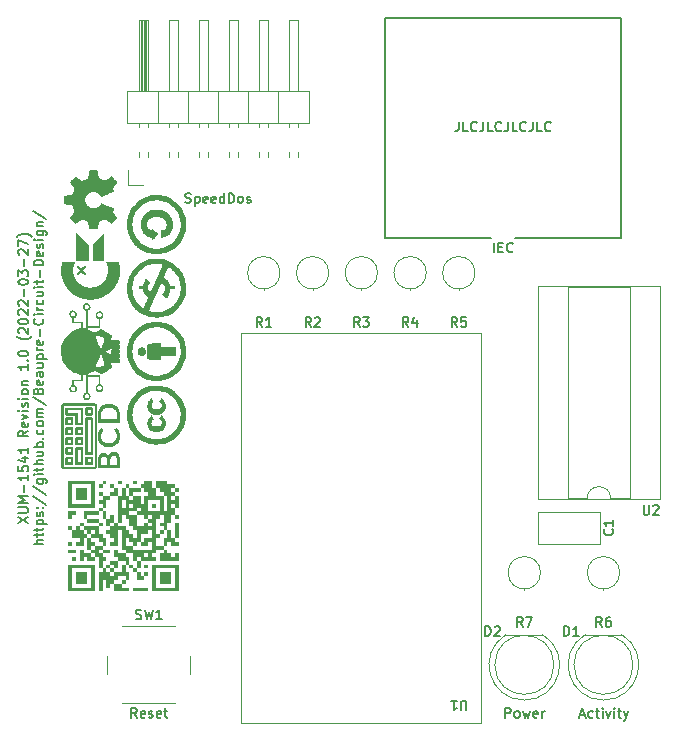
<source format=gto>
%TF.GenerationSoftware,KiCad,Pcbnew,(6.0.2)*%
%TF.CreationDate,2022-04-04T11:25:54-04:00*%
%TF.ProjectId,xum1541,78756d31-3534-4312-9e6b-696361645f70,1.0*%
%TF.SameCoordinates,Original*%
%TF.FileFunction,Legend,Top*%
%TF.FilePolarity,Positive*%
%FSLAX46Y46*%
G04 Gerber Fmt 4.6, Leading zero omitted, Abs format (unit mm)*
G04 Created by KiCad (PCBNEW (6.0.2)) date 2022-04-04 11:25:54*
%MOMM*%
%LPD*%
G01*
G04 APERTURE LIST*
%ADD10C,0.152400*%
%ADD11C,0.120000*%
%ADD12C,0.100000*%
%ADD13C,0.127000*%
%ADD14C,1.600000*%
%ADD15O,1.600000X1.600000*%
%ADD16R,2.794000X1.524000*%
%ADD17O,2.794000X1.524000*%
%ADD18C,2.000000*%
%ADD19C,3.100000*%
%ADD20C,5.400000*%
%ADD21R,1.700000X1.700000*%
%ADD22O,1.700000X1.700000*%
%ADD23R,1.600000X1.600000*%
%ADD24C,2.400000*%
%ADD25R,1.800000X1.800000*%
%ADD26C,1.800000*%
G04 APERTURE END LIST*
D10*
X120963579Y-123982386D02*
X121776379Y-123440519D01*
X120963579Y-123440519D02*
X121776379Y-123982386D01*
X120963579Y-123130881D02*
X121621560Y-123130881D01*
X121698969Y-123092177D01*
X121737674Y-123053472D01*
X121776379Y-122976062D01*
X121776379Y-122821243D01*
X121737674Y-122743834D01*
X121698969Y-122705129D01*
X121621560Y-122666424D01*
X120963579Y-122666424D01*
X121776379Y-122279377D02*
X120963579Y-122279377D01*
X121544150Y-122008443D01*
X120963579Y-121737510D01*
X121776379Y-121737510D01*
X121466741Y-121350462D02*
X121466741Y-120731186D01*
X121776379Y-119918386D02*
X121776379Y-120382843D01*
X121776379Y-120150615D02*
X120963579Y-120150615D01*
X121079693Y-120228024D01*
X121157103Y-120305434D01*
X121195807Y-120382843D01*
X120963579Y-119182996D02*
X120963579Y-119570043D01*
X121350626Y-119608748D01*
X121311922Y-119570043D01*
X121273217Y-119492634D01*
X121273217Y-119299110D01*
X121311922Y-119221700D01*
X121350626Y-119182996D01*
X121428036Y-119144291D01*
X121621560Y-119144291D01*
X121698969Y-119182996D01*
X121737674Y-119221700D01*
X121776379Y-119299110D01*
X121776379Y-119492634D01*
X121737674Y-119570043D01*
X121698969Y-119608748D01*
X121234512Y-118447605D02*
X121776379Y-118447605D01*
X120924874Y-118641129D02*
X121505445Y-118834653D01*
X121505445Y-118331491D01*
X121776379Y-117596100D02*
X121776379Y-118060557D01*
X121776379Y-117828329D02*
X120963579Y-117828329D01*
X121079693Y-117905738D01*
X121157103Y-117983148D01*
X121195807Y-118060557D01*
X121776379Y-116164024D02*
X121389331Y-116434957D01*
X121776379Y-116628481D02*
X120963579Y-116628481D01*
X120963579Y-116318843D01*
X121002284Y-116241434D01*
X121040988Y-116202729D01*
X121118398Y-116164024D01*
X121234512Y-116164024D01*
X121311922Y-116202729D01*
X121350626Y-116241434D01*
X121389331Y-116318843D01*
X121389331Y-116628481D01*
X121737674Y-115506043D02*
X121776379Y-115583453D01*
X121776379Y-115738272D01*
X121737674Y-115815681D01*
X121660264Y-115854386D01*
X121350626Y-115854386D01*
X121273217Y-115815681D01*
X121234512Y-115738272D01*
X121234512Y-115583453D01*
X121273217Y-115506043D01*
X121350626Y-115467338D01*
X121428036Y-115467338D01*
X121505445Y-115854386D01*
X121234512Y-115196405D02*
X121776379Y-115002881D01*
X121234512Y-114809357D01*
X121776379Y-114499719D02*
X121234512Y-114499719D01*
X120963579Y-114499719D02*
X121002284Y-114538424D01*
X121040988Y-114499719D01*
X121002284Y-114461015D01*
X120963579Y-114499719D01*
X121040988Y-114499719D01*
X121737674Y-114151377D02*
X121776379Y-114073967D01*
X121776379Y-113919148D01*
X121737674Y-113841738D01*
X121660264Y-113803034D01*
X121621560Y-113803034D01*
X121544150Y-113841738D01*
X121505445Y-113919148D01*
X121505445Y-114035262D01*
X121466741Y-114112672D01*
X121389331Y-114151377D01*
X121350626Y-114151377D01*
X121273217Y-114112672D01*
X121234512Y-114035262D01*
X121234512Y-113919148D01*
X121273217Y-113841738D01*
X121776379Y-113454691D02*
X121234512Y-113454691D01*
X120963579Y-113454691D02*
X121002284Y-113493396D01*
X121040988Y-113454691D01*
X121002284Y-113415986D01*
X120963579Y-113454691D01*
X121040988Y-113454691D01*
X121776379Y-112951529D02*
X121737674Y-113028938D01*
X121698969Y-113067643D01*
X121621560Y-113106348D01*
X121389331Y-113106348D01*
X121311922Y-113067643D01*
X121273217Y-113028938D01*
X121234512Y-112951529D01*
X121234512Y-112835415D01*
X121273217Y-112758005D01*
X121311922Y-112719300D01*
X121389331Y-112680596D01*
X121621560Y-112680596D01*
X121698969Y-112719300D01*
X121737674Y-112758005D01*
X121776379Y-112835415D01*
X121776379Y-112951529D01*
X121234512Y-112332253D02*
X121776379Y-112332253D01*
X121311922Y-112332253D02*
X121273217Y-112293548D01*
X121234512Y-112216138D01*
X121234512Y-112100024D01*
X121273217Y-112022615D01*
X121350626Y-111983910D01*
X121776379Y-111983910D01*
X121776379Y-110551834D02*
X121776379Y-111016291D01*
X121776379Y-110784062D02*
X120963579Y-110784062D01*
X121079693Y-110861472D01*
X121157103Y-110938881D01*
X121195807Y-111016291D01*
X121698969Y-110203491D02*
X121737674Y-110164786D01*
X121776379Y-110203491D01*
X121737674Y-110242196D01*
X121698969Y-110203491D01*
X121776379Y-110203491D01*
X120963579Y-109661624D02*
X120963579Y-109584215D01*
X121002284Y-109506805D01*
X121040988Y-109468100D01*
X121118398Y-109429396D01*
X121273217Y-109390691D01*
X121466741Y-109390691D01*
X121621560Y-109429396D01*
X121698969Y-109468100D01*
X121737674Y-109506805D01*
X121776379Y-109584215D01*
X121776379Y-109661624D01*
X121737674Y-109739034D01*
X121698969Y-109777738D01*
X121621560Y-109816443D01*
X121466741Y-109855148D01*
X121273217Y-109855148D01*
X121118398Y-109816443D01*
X121040988Y-109777738D01*
X121002284Y-109739034D01*
X120963579Y-109661624D01*
X122086017Y-108190843D02*
X122047312Y-108229548D01*
X121931198Y-108306957D01*
X121853788Y-108345662D01*
X121737674Y-108384367D01*
X121544150Y-108423072D01*
X121389331Y-108423072D01*
X121195807Y-108384367D01*
X121079693Y-108345662D01*
X121002284Y-108306957D01*
X120886169Y-108229548D01*
X120847464Y-108190843D01*
X121040988Y-107919910D02*
X121002284Y-107881205D01*
X120963579Y-107803796D01*
X120963579Y-107610272D01*
X121002284Y-107532862D01*
X121040988Y-107494157D01*
X121118398Y-107455453D01*
X121195807Y-107455453D01*
X121311922Y-107494157D01*
X121776379Y-107958615D01*
X121776379Y-107455453D01*
X120963579Y-106952291D02*
X120963579Y-106874881D01*
X121002284Y-106797472D01*
X121040988Y-106758767D01*
X121118398Y-106720062D01*
X121273217Y-106681357D01*
X121466741Y-106681357D01*
X121621560Y-106720062D01*
X121698969Y-106758767D01*
X121737674Y-106797472D01*
X121776379Y-106874881D01*
X121776379Y-106952291D01*
X121737674Y-107029700D01*
X121698969Y-107068405D01*
X121621560Y-107107110D01*
X121466741Y-107145815D01*
X121273217Y-107145815D01*
X121118398Y-107107110D01*
X121040988Y-107068405D01*
X121002284Y-107029700D01*
X120963579Y-106952291D01*
X121040988Y-106371719D02*
X121002284Y-106333015D01*
X120963579Y-106255605D01*
X120963579Y-106062081D01*
X121002284Y-105984672D01*
X121040988Y-105945967D01*
X121118398Y-105907262D01*
X121195807Y-105907262D01*
X121311922Y-105945967D01*
X121776379Y-106410424D01*
X121776379Y-105907262D01*
X121040988Y-105597624D02*
X121002284Y-105558919D01*
X120963579Y-105481510D01*
X120963579Y-105287986D01*
X121002284Y-105210577D01*
X121040988Y-105171872D01*
X121118398Y-105133167D01*
X121195807Y-105133167D01*
X121311922Y-105171872D01*
X121776379Y-105636329D01*
X121776379Y-105133167D01*
X121466741Y-104784824D02*
X121466741Y-104165548D01*
X120963579Y-103623681D02*
X120963579Y-103546272D01*
X121002284Y-103468862D01*
X121040988Y-103430157D01*
X121118398Y-103391453D01*
X121273217Y-103352748D01*
X121466741Y-103352748D01*
X121621560Y-103391453D01*
X121698969Y-103430157D01*
X121737674Y-103468862D01*
X121776379Y-103546272D01*
X121776379Y-103623681D01*
X121737674Y-103701091D01*
X121698969Y-103739796D01*
X121621560Y-103778500D01*
X121466741Y-103817205D01*
X121273217Y-103817205D01*
X121118398Y-103778500D01*
X121040988Y-103739796D01*
X121002284Y-103701091D01*
X120963579Y-103623681D01*
X120963579Y-103081815D02*
X120963579Y-102578653D01*
X121273217Y-102849586D01*
X121273217Y-102733472D01*
X121311922Y-102656062D01*
X121350626Y-102617357D01*
X121428036Y-102578653D01*
X121621560Y-102578653D01*
X121698969Y-102617357D01*
X121737674Y-102656062D01*
X121776379Y-102733472D01*
X121776379Y-102965700D01*
X121737674Y-103043110D01*
X121698969Y-103081815D01*
X121466741Y-102230310D02*
X121466741Y-101611034D01*
X121040988Y-101262691D02*
X121002284Y-101223986D01*
X120963579Y-101146577D01*
X120963579Y-100953053D01*
X121002284Y-100875643D01*
X121040988Y-100836938D01*
X121118398Y-100798234D01*
X121195807Y-100798234D01*
X121311922Y-100836938D01*
X121776379Y-101301396D01*
X121776379Y-100798234D01*
X120963579Y-100527300D02*
X120963579Y-99985434D01*
X121776379Y-100333777D01*
X122086017Y-99753205D02*
X122047312Y-99714500D01*
X121931198Y-99637091D01*
X121853788Y-99598386D01*
X121737674Y-99559681D01*
X121544150Y-99520977D01*
X121389331Y-99520977D01*
X121195807Y-99559681D01*
X121079693Y-99598386D01*
X121002284Y-99637091D01*
X120886169Y-99714500D01*
X120847464Y-99753205D01*
X123084987Y-125762805D02*
X122272187Y-125762805D01*
X123084987Y-125414462D02*
X122659234Y-125414462D01*
X122581825Y-125453167D01*
X122543120Y-125530577D01*
X122543120Y-125646691D01*
X122581825Y-125724100D01*
X122620530Y-125762805D01*
X122543120Y-125143529D02*
X122543120Y-124833891D01*
X122272187Y-125027415D02*
X122968872Y-125027415D01*
X123046282Y-124988710D01*
X123084987Y-124911300D01*
X123084987Y-124833891D01*
X122543120Y-124679072D02*
X122543120Y-124369434D01*
X122272187Y-124562957D02*
X122968872Y-124562957D01*
X123046282Y-124524253D01*
X123084987Y-124446843D01*
X123084987Y-124369434D01*
X122543120Y-124098500D02*
X123355920Y-124098500D01*
X122581825Y-124098500D02*
X122543120Y-124021091D01*
X122543120Y-123866272D01*
X122581825Y-123788862D01*
X122620530Y-123750157D01*
X122697939Y-123711453D01*
X122930168Y-123711453D01*
X123007577Y-123750157D01*
X123046282Y-123788862D01*
X123084987Y-123866272D01*
X123084987Y-124021091D01*
X123046282Y-124098500D01*
X123046282Y-123401815D02*
X123084987Y-123324405D01*
X123084987Y-123169586D01*
X123046282Y-123092177D01*
X122968872Y-123053472D01*
X122930168Y-123053472D01*
X122852758Y-123092177D01*
X122814053Y-123169586D01*
X122814053Y-123285700D01*
X122775349Y-123363110D01*
X122697939Y-123401815D01*
X122659234Y-123401815D01*
X122581825Y-123363110D01*
X122543120Y-123285700D01*
X122543120Y-123169586D01*
X122581825Y-123092177D01*
X123007577Y-122705129D02*
X123046282Y-122666424D01*
X123084987Y-122705129D01*
X123046282Y-122743834D01*
X123007577Y-122705129D01*
X123084987Y-122705129D01*
X122581825Y-122705129D02*
X122620530Y-122666424D01*
X122659234Y-122705129D01*
X122620530Y-122743834D01*
X122581825Y-122705129D01*
X122659234Y-122705129D01*
X122233482Y-121737510D02*
X123278511Y-122434196D01*
X122233482Y-120886005D02*
X123278511Y-121582691D01*
X122543120Y-120266729D02*
X123201101Y-120266729D01*
X123278511Y-120305434D01*
X123317215Y-120344138D01*
X123355920Y-120421548D01*
X123355920Y-120537662D01*
X123317215Y-120615072D01*
X123046282Y-120266729D02*
X123084987Y-120344138D01*
X123084987Y-120498957D01*
X123046282Y-120576367D01*
X123007577Y-120615072D01*
X122930168Y-120653777D01*
X122697939Y-120653777D01*
X122620530Y-120615072D01*
X122581825Y-120576367D01*
X122543120Y-120498957D01*
X122543120Y-120344138D01*
X122581825Y-120266729D01*
X123084987Y-119879681D02*
X122543120Y-119879681D01*
X122272187Y-119879681D02*
X122310892Y-119918386D01*
X122349596Y-119879681D01*
X122310892Y-119840977D01*
X122272187Y-119879681D01*
X122349596Y-119879681D01*
X122543120Y-119608748D02*
X122543120Y-119299110D01*
X122272187Y-119492634D02*
X122968872Y-119492634D01*
X123046282Y-119453929D01*
X123084987Y-119376519D01*
X123084987Y-119299110D01*
X123084987Y-119028177D02*
X122272187Y-119028177D01*
X123084987Y-118679834D02*
X122659234Y-118679834D01*
X122581825Y-118718538D01*
X122543120Y-118795948D01*
X122543120Y-118912062D01*
X122581825Y-118989472D01*
X122620530Y-119028177D01*
X122543120Y-117944443D02*
X123084987Y-117944443D01*
X122543120Y-118292786D02*
X122968872Y-118292786D01*
X123046282Y-118254081D01*
X123084987Y-118176672D01*
X123084987Y-118060557D01*
X123046282Y-117983148D01*
X123007577Y-117944443D01*
X123084987Y-117557396D02*
X122272187Y-117557396D01*
X122581825Y-117557396D02*
X122543120Y-117479986D01*
X122543120Y-117325167D01*
X122581825Y-117247757D01*
X122620530Y-117209053D01*
X122697939Y-117170348D01*
X122930168Y-117170348D01*
X123007577Y-117209053D01*
X123046282Y-117247757D01*
X123084987Y-117325167D01*
X123084987Y-117479986D01*
X123046282Y-117557396D01*
X123007577Y-116822005D02*
X123046282Y-116783300D01*
X123084987Y-116822005D01*
X123046282Y-116860710D01*
X123007577Y-116822005D01*
X123084987Y-116822005D01*
X123046282Y-116086615D02*
X123084987Y-116164024D01*
X123084987Y-116318843D01*
X123046282Y-116396253D01*
X123007577Y-116434957D01*
X122930168Y-116473662D01*
X122697939Y-116473662D01*
X122620530Y-116434957D01*
X122581825Y-116396253D01*
X122543120Y-116318843D01*
X122543120Y-116164024D01*
X122581825Y-116086615D01*
X123084987Y-115622157D02*
X123046282Y-115699567D01*
X123007577Y-115738272D01*
X122930168Y-115776977D01*
X122697939Y-115776977D01*
X122620530Y-115738272D01*
X122581825Y-115699567D01*
X122543120Y-115622157D01*
X122543120Y-115506043D01*
X122581825Y-115428634D01*
X122620530Y-115389929D01*
X122697939Y-115351224D01*
X122930168Y-115351224D01*
X123007577Y-115389929D01*
X123046282Y-115428634D01*
X123084987Y-115506043D01*
X123084987Y-115622157D01*
X123084987Y-115002881D02*
X122543120Y-115002881D01*
X122620530Y-115002881D02*
X122581825Y-114964177D01*
X122543120Y-114886767D01*
X122543120Y-114770653D01*
X122581825Y-114693243D01*
X122659234Y-114654538D01*
X123084987Y-114654538D01*
X122659234Y-114654538D02*
X122581825Y-114615834D01*
X122543120Y-114538424D01*
X122543120Y-114422310D01*
X122581825Y-114344900D01*
X122659234Y-114306196D01*
X123084987Y-114306196D01*
X122233482Y-113338577D02*
X123278511Y-114035262D01*
X122659234Y-112796710D02*
X122697939Y-112680596D01*
X122736644Y-112641891D01*
X122814053Y-112603186D01*
X122930168Y-112603186D01*
X123007577Y-112641891D01*
X123046282Y-112680596D01*
X123084987Y-112758005D01*
X123084987Y-113067643D01*
X122272187Y-113067643D01*
X122272187Y-112796710D01*
X122310892Y-112719300D01*
X122349596Y-112680596D01*
X122427006Y-112641891D01*
X122504415Y-112641891D01*
X122581825Y-112680596D01*
X122620530Y-112719300D01*
X122659234Y-112796710D01*
X122659234Y-113067643D01*
X123046282Y-111945205D02*
X123084987Y-112022615D01*
X123084987Y-112177434D01*
X123046282Y-112254843D01*
X122968872Y-112293548D01*
X122659234Y-112293548D01*
X122581825Y-112254843D01*
X122543120Y-112177434D01*
X122543120Y-112022615D01*
X122581825Y-111945205D01*
X122659234Y-111906500D01*
X122736644Y-111906500D01*
X122814053Y-112293548D01*
X123084987Y-111209815D02*
X122659234Y-111209815D01*
X122581825Y-111248519D01*
X122543120Y-111325929D01*
X122543120Y-111480748D01*
X122581825Y-111558157D01*
X123046282Y-111209815D02*
X123084987Y-111287224D01*
X123084987Y-111480748D01*
X123046282Y-111558157D01*
X122968872Y-111596862D01*
X122891463Y-111596862D01*
X122814053Y-111558157D01*
X122775349Y-111480748D01*
X122775349Y-111287224D01*
X122736644Y-111209815D01*
X122543120Y-110474424D02*
X123084987Y-110474424D01*
X122543120Y-110822767D02*
X122968872Y-110822767D01*
X123046282Y-110784062D01*
X123084987Y-110706653D01*
X123084987Y-110590538D01*
X123046282Y-110513129D01*
X123007577Y-110474424D01*
X122543120Y-110087377D02*
X123355920Y-110087377D01*
X122581825Y-110087377D02*
X122543120Y-110009967D01*
X122543120Y-109855148D01*
X122581825Y-109777738D01*
X122620530Y-109739034D01*
X122697939Y-109700329D01*
X122930168Y-109700329D01*
X123007577Y-109739034D01*
X123046282Y-109777738D01*
X123084987Y-109855148D01*
X123084987Y-110009967D01*
X123046282Y-110087377D01*
X123084987Y-109351986D02*
X122543120Y-109351986D01*
X122697939Y-109351986D02*
X122620530Y-109313281D01*
X122581825Y-109274577D01*
X122543120Y-109197167D01*
X122543120Y-109119757D01*
X123046282Y-108539186D02*
X123084987Y-108616596D01*
X123084987Y-108771415D01*
X123046282Y-108848824D01*
X122968872Y-108887529D01*
X122659234Y-108887529D01*
X122581825Y-108848824D01*
X122543120Y-108771415D01*
X122543120Y-108616596D01*
X122581825Y-108539186D01*
X122659234Y-108500481D01*
X122736644Y-108500481D01*
X122814053Y-108887529D01*
X122775349Y-108152138D02*
X122775349Y-107532862D01*
X123007577Y-106681357D02*
X123046282Y-106720062D01*
X123084987Y-106836177D01*
X123084987Y-106913586D01*
X123046282Y-107029700D01*
X122968872Y-107107110D01*
X122891463Y-107145815D01*
X122736644Y-107184519D01*
X122620530Y-107184519D01*
X122465711Y-107145815D01*
X122388301Y-107107110D01*
X122310892Y-107029700D01*
X122272187Y-106913586D01*
X122272187Y-106836177D01*
X122310892Y-106720062D01*
X122349596Y-106681357D01*
X123084987Y-106333015D02*
X122543120Y-106333015D01*
X122272187Y-106333015D02*
X122310892Y-106371719D01*
X122349596Y-106333015D01*
X122310892Y-106294310D01*
X122272187Y-106333015D01*
X122349596Y-106333015D01*
X123084987Y-105945967D02*
X122543120Y-105945967D01*
X122697939Y-105945967D02*
X122620530Y-105907262D01*
X122581825Y-105868557D01*
X122543120Y-105791148D01*
X122543120Y-105713738D01*
X123046282Y-105094462D02*
X123084987Y-105171872D01*
X123084987Y-105326691D01*
X123046282Y-105404100D01*
X123007577Y-105442805D01*
X122930168Y-105481510D01*
X122697939Y-105481510D01*
X122620530Y-105442805D01*
X122581825Y-105404100D01*
X122543120Y-105326691D01*
X122543120Y-105171872D01*
X122581825Y-105094462D01*
X122543120Y-104397777D02*
X123084987Y-104397777D01*
X122543120Y-104746119D02*
X122968872Y-104746119D01*
X123046282Y-104707415D01*
X123084987Y-104630005D01*
X123084987Y-104513891D01*
X123046282Y-104436481D01*
X123007577Y-104397777D01*
X123084987Y-104010729D02*
X122543120Y-104010729D01*
X122272187Y-104010729D02*
X122310892Y-104049434D01*
X122349596Y-104010729D01*
X122310892Y-103972024D01*
X122272187Y-104010729D01*
X122349596Y-104010729D01*
X122543120Y-103739796D02*
X122543120Y-103430157D01*
X122272187Y-103623681D02*
X122968872Y-103623681D01*
X123046282Y-103584977D01*
X123084987Y-103507567D01*
X123084987Y-103430157D01*
X122775349Y-103159224D02*
X122775349Y-102539948D01*
X123084987Y-102152900D02*
X122272187Y-102152900D01*
X122272187Y-101959377D01*
X122310892Y-101843262D01*
X122388301Y-101765853D01*
X122465711Y-101727148D01*
X122620530Y-101688443D01*
X122736644Y-101688443D01*
X122891463Y-101727148D01*
X122968872Y-101765853D01*
X123046282Y-101843262D01*
X123084987Y-101959377D01*
X123084987Y-102152900D01*
X123046282Y-101030462D02*
X123084987Y-101107872D01*
X123084987Y-101262691D01*
X123046282Y-101340100D01*
X122968872Y-101378805D01*
X122659234Y-101378805D01*
X122581825Y-101340100D01*
X122543120Y-101262691D01*
X122543120Y-101107872D01*
X122581825Y-101030462D01*
X122659234Y-100991757D01*
X122736644Y-100991757D01*
X122814053Y-101378805D01*
X123046282Y-100682119D02*
X123084987Y-100604710D01*
X123084987Y-100449891D01*
X123046282Y-100372481D01*
X122968872Y-100333777D01*
X122930168Y-100333777D01*
X122852758Y-100372481D01*
X122814053Y-100449891D01*
X122814053Y-100566005D01*
X122775349Y-100643415D01*
X122697939Y-100682119D01*
X122659234Y-100682119D01*
X122581825Y-100643415D01*
X122543120Y-100566005D01*
X122543120Y-100449891D01*
X122581825Y-100372481D01*
X123084987Y-99985434D02*
X122543120Y-99985434D01*
X122272187Y-99985434D02*
X122310892Y-100024138D01*
X122349596Y-99985434D01*
X122310892Y-99946729D01*
X122272187Y-99985434D01*
X122349596Y-99985434D01*
X122543120Y-99250043D02*
X123201101Y-99250043D01*
X123278511Y-99288748D01*
X123317215Y-99327453D01*
X123355920Y-99404862D01*
X123355920Y-99520977D01*
X123317215Y-99598386D01*
X123046282Y-99250043D02*
X123084987Y-99327453D01*
X123084987Y-99482272D01*
X123046282Y-99559681D01*
X123007577Y-99598386D01*
X122930168Y-99637091D01*
X122697939Y-99637091D01*
X122620530Y-99598386D01*
X122581825Y-99559681D01*
X122543120Y-99482272D01*
X122543120Y-99327453D01*
X122581825Y-99250043D01*
X122543120Y-98862996D02*
X123084987Y-98862996D01*
X122620530Y-98862996D02*
X122581825Y-98824291D01*
X122543120Y-98746881D01*
X122543120Y-98630767D01*
X122581825Y-98553357D01*
X122659234Y-98514653D01*
X123084987Y-98514653D01*
X122233482Y-97547034D02*
X123278511Y-98243719D01*
X162192085Y-140467695D02*
X162192085Y-139654895D01*
X162501723Y-139654895D01*
X162579133Y-139693600D01*
X162617837Y-139732304D01*
X162656542Y-139809714D01*
X162656542Y-139925828D01*
X162617837Y-140003238D01*
X162579133Y-140041942D01*
X162501723Y-140080647D01*
X162192085Y-140080647D01*
X163120999Y-140467695D02*
X163043590Y-140428990D01*
X163004885Y-140390285D01*
X162966180Y-140312876D01*
X162966180Y-140080647D01*
X163004885Y-140003238D01*
X163043590Y-139964533D01*
X163120999Y-139925828D01*
X163237113Y-139925828D01*
X163314523Y-139964533D01*
X163353228Y-140003238D01*
X163391933Y-140080647D01*
X163391933Y-140312876D01*
X163353228Y-140390285D01*
X163314523Y-140428990D01*
X163237113Y-140467695D01*
X163120999Y-140467695D01*
X163662866Y-139925828D02*
X163817685Y-140467695D01*
X163972504Y-140080647D01*
X164127323Y-140467695D01*
X164282142Y-139925828D01*
X164901418Y-140428990D02*
X164824009Y-140467695D01*
X164669190Y-140467695D01*
X164591780Y-140428990D01*
X164553075Y-140351580D01*
X164553075Y-140041942D01*
X164591780Y-139964533D01*
X164669190Y-139925828D01*
X164824009Y-139925828D01*
X164901418Y-139964533D01*
X164940123Y-140041942D01*
X164940123Y-140119352D01*
X164553075Y-140196761D01*
X165288466Y-140467695D02*
X165288466Y-139925828D01*
X165288466Y-140080647D02*
X165327171Y-140003238D01*
X165365875Y-139964533D01*
X165443285Y-139925828D01*
X165520694Y-139925828D01*
X161225904Y-101067695D02*
X161225904Y-100254895D01*
X161612952Y-100641942D02*
X161883885Y-100641942D01*
X162000000Y-101067695D02*
X161612952Y-101067695D01*
X161612952Y-100254895D01*
X162000000Y-100254895D01*
X162812800Y-100990285D02*
X162774095Y-101028990D01*
X162657980Y-101067695D01*
X162580571Y-101067695D01*
X162464457Y-101028990D01*
X162387047Y-100951580D01*
X162348342Y-100874171D01*
X162309638Y-100719352D01*
X162309638Y-100603238D01*
X162348342Y-100448419D01*
X162387047Y-100371009D01*
X162464457Y-100293600D01*
X162580571Y-100254895D01*
X162657980Y-100254895D01*
X162774095Y-100293600D01*
X162812800Y-100332304D01*
X130993676Y-140467695D02*
X130722742Y-140080647D01*
X130529219Y-140467695D02*
X130529219Y-139654895D01*
X130838857Y-139654895D01*
X130916266Y-139693600D01*
X130954971Y-139732304D01*
X130993676Y-139809714D01*
X130993676Y-139925828D01*
X130954971Y-140003238D01*
X130916266Y-140041942D01*
X130838857Y-140080647D01*
X130529219Y-140080647D01*
X131651657Y-140428990D02*
X131574247Y-140467695D01*
X131419428Y-140467695D01*
X131342019Y-140428990D01*
X131303314Y-140351580D01*
X131303314Y-140041942D01*
X131342019Y-139964533D01*
X131419428Y-139925828D01*
X131574247Y-139925828D01*
X131651657Y-139964533D01*
X131690361Y-140041942D01*
X131690361Y-140119352D01*
X131303314Y-140196761D01*
X132000000Y-140428990D02*
X132077409Y-140467695D01*
X132232228Y-140467695D01*
X132309638Y-140428990D01*
X132348342Y-140351580D01*
X132348342Y-140312876D01*
X132309638Y-140235466D01*
X132232228Y-140196761D01*
X132116114Y-140196761D01*
X132038704Y-140158057D01*
X132000000Y-140080647D01*
X132000000Y-140041942D01*
X132038704Y-139964533D01*
X132116114Y-139925828D01*
X132232228Y-139925828D01*
X132309638Y-139964533D01*
X133006323Y-140428990D02*
X132928914Y-140467695D01*
X132774095Y-140467695D01*
X132696685Y-140428990D01*
X132657980Y-140351580D01*
X132657980Y-140041942D01*
X132696685Y-139964533D01*
X132774095Y-139925828D01*
X132928914Y-139925828D01*
X133006323Y-139964533D01*
X133045028Y-140041942D01*
X133045028Y-140119352D01*
X132657980Y-140196761D01*
X133277257Y-139925828D02*
X133586895Y-139925828D01*
X133393371Y-139654895D02*
X133393371Y-140351580D01*
X133432076Y-140428990D01*
X133509485Y-140467695D01*
X133586895Y-140467695D01*
X135099275Y-96848990D02*
X135215389Y-96887695D01*
X135408913Y-96887695D01*
X135486323Y-96848990D01*
X135525027Y-96810285D01*
X135563732Y-96732876D01*
X135563732Y-96655466D01*
X135525027Y-96578057D01*
X135486323Y-96539352D01*
X135408913Y-96500647D01*
X135254094Y-96461942D01*
X135176685Y-96423238D01*
X135137980Y-96384533D01*
X135099275Y-96307123D01*
X135099275Y-96229714D01*
X135137980Y-96152304D01*
X135176685Y-96113600D01*
X135254094Y-96074895D01*
X135447618Y-96074895D01*
X135563732Y-96113600D01*
X135912075Y-96345828D02*
X135912075Y-97158628D01*
X135912075Y-96384533D02*
X135989485Y-96345828D01*
X136144304Y-96345828D01*
X136221713Y-96384533D01*
X136260418Y-96423238D01*
X136299123Y-96500647D01*
X136299123Y-96732876D01*
X136260418Y-96810285D01*
X136221713Y-96848990D01*
X136144304Y-96887695D01*
X135989485Y-96887695D01*
X135912075Y-96848990D01*
X136957104Y-96848990D02*
X136879694Y-96887695D01*
X136724875Y-96887695D01*
X136647466Y-96848990D01*
X136608761Y-96771580D01*
X136608761Y-96461942D01*
X136647466Y-96384533D01*
X136724875Y-96345828D01*
X136879694Y-96345828D01*
X136957104Y-96384533D01*
X136995808Y-96461942D01*
X136995808Y-96539352D01*
X136608761Y-96616761D01*
X137653789Y-96848990D02*
X137576380Y-96887695D01*
X137421561Y-96887695D01*
X137344151Y-96848990D01*
X137305446Y-96771580D01*
X137305446Y-96461942D01*
X137344151Y-96384533D01*
X137421561Y-96345828D01*
X137576380Y-96345828D01*
X137653789Y-96384533D01*
X137692494Y-96461942D01*
X137692494Y-96539352D01*
X137305446Y-96616761D01*
X138389180Y-96887695D02*
X138389180Y-96074895D01*
X138389180Y-96848990D02*
X138311770Y-96887695D01*
X138156951Y-96887695D01*
X138079542Y-96848990D01*
X138040837Y-96810285D01*
X138002132Y-96732876D01*
X138002132Y-96500647D01*
X138040837Y-96423238D01*
X138079542Y-96384533D01*
X138156951Y-96345828D01*
X138311770Y-96345828D01*
X138389180Y-96384533D01*
X138776227Y-96887695D02*
X138776227Y-96074895D01*
X138969751Y-96074895D01*
X139085866Y-96113600D01*
X139163275Y-96191009D01*
X139201980Y-96268419D01*
X139240685Y-96423238D01*
X139240685Y-96539352D01*
X139201980Y-96694171D01*
X139163275Y-96771580D01*
X139085866Y-96848990D01*
X138969751Y-96887695D01*
X138776227Y-96887695D01*
X139705142Y-96887695D02*
X139627732Y-96848990D01*
X139589027Y-96810285D01*
X139550323Y-96732876D01*
X139550323Y-96500647D01*
X139589027Y-96423238D01*
X139627732Y-96384533D01*
X139705142Y-96345828D01*
X139821256Y-96345828D01*
X139898666Y-96384533D01*
X139937370Y-96423238D01*
X139976075Y-96500647D01*
X139976075Y-96732876D01*
X139937370Y-96810285D01*
X139898666Y-96848990D01*
X139821256Y-96887695D01*
X139705142Y-96887695D01*
X140285713Y-96848990D02*
X140363123Y-96887695D01*
X140517942Y-96887695D01*
X140595351Y-96848990D01*
X140634056Y-96771580D01*
X140634056Y-96732876D01*
X140595351Y-96655466D01*
X140517942Y-96616761D01*
X140401827Y-96616761D01*
X140324418Y-96578057D01*
X140285713Y-96500647D01*
X140285713Y-96461942D01*
X140324418Y-96384533D01*
X140401827Y-96345828D01*
X140517942Y-96345828D01*
X140595351Y-96384533D01*
X158245638Y-90019895D02*
X158245638Y-90600466D01*
X158206933Y-90716580D01*
X158129523Y-90793990D01*
X158013409Y-90832695D01*
X157936000Y-90832695D01*
X159019733Y-90832695D02*
X158632685Y-90832695D01*
X158632685Y-90019895D01*
X159755123Y-90755285D02*
X159716419Y-90793990D01*
X159600304Y-90832695D01*
X159522895Y-90832695D01*
X159406780Y-90793990D01*
X159329371Y-90716580D01*
X159290666Y-90639171D01*
X159251961Y-90484352D01*
X159251961Y-90368238D01*
X159290666Y-90213419D01*
X159329371Y-90136009D01*
X159406780Y-90058600D01*
X159522895Y-90019895D01*
X159600304Y-90019895D01*
X159716419Y-90058600D01*
X159755123Y-90097304D01*
X160335695Y-90019895D02*
X160335695Y-90600466D01*
X160296990Y-90716580D01*
X160219580Y-90793990D01*
X160103466Y-90832695D01*
X160026057Y-90832695D01*
X161109790Y-90832695D02*
X160722742Y-90832695D01*
X160722742Y-90019895D01*
X161845180Y-90755285D02*
X161806476Y-90793990D01*
X161690361Y-90832695D01*
X161612952Y-90832695D01*
X161496838Y-90793990D01*
X161419428Y-90716580D01*
X161380723Y-90639171D01*
X161342019Y-90484352D01*
X161342019Y-90368238D01*
X161380723Y-90213419D01*
X161419428Y-90136009D01*
X161496838Y-90058600D01*
X161612952Y-90019895D01*
X161690361Y-90019895D01*
X161806476Y-90058600D01*
X161845180Y-90097304D01*
X162425752Y-90019895D02*
X162425752Y-90600466D01*
X162387047Y-90716580D01*
X162309638Y-90793990D01*
X162193523Y-90832695D01*
X162116114Y-90832695D01*
X163199847Y-90832695D02*
X162812800Y-90832695D01*
X162812800Y-90019895D01*
X163935238Y-90755285D02*
X163896533Y-90793990D01*
X163780419Y-90832695D01*
X163703009Y-90832695D01*
X163586895Y-90793990D01*
X163509485Y-90716580D01*
X163470780Y-90639171D01*
X163432076Y-90484352D01*
X163432076Y-90368238D01*
X163470780Y-90213419D01*
X163509485Y-90136009D01*
X163586895Y-90058600D01*
X163703009Y-90019895D01*
X163780419Y-90019895D01*
X163896533Y-90058600D01*
X163935238Y-90097304D01*
X164515809Y-90019895D02*
X164515809Y-90600466D01*
X164477104Y-90716580D01*
X164399695Y-90793990D01*
X164283580Y-90832695D01*
X164206171Y-90832695D01*
X165289904Y-90832695D02*
X164902857Y-90832695D01*
X164902857Y-90019895D01*
X166025295Y-90755285D02*
X165986590Y-90793990D01*
X165870476Y-90832695D01*
X165793066Y-90832695D01*
X165676952Y-90793990D01*
X165599542Y-90716580D01*
X165560838Y-90639171D01*
X165522133Y-90484352D01*
X165522133Y-90368238D01*
X165560838Y-90213419D01*
X165599542Y-90136009D01*
X165676952Y-90058600D01*
X165793066Y-90019895D01*
X165870476Y-90019895D01*
X165986590Y-90058600D01*
X166025295Y-90097304D01*
X168524018Y-140235466D02*
X168911066Y-140235466D01*
X168446608Y-140467695D02*
X168717542Y-139654895D01*
X168988475Y-140467695D01*
X169607751Y-140428990D02*
X169530342Y-140467695D01*
X169375523Y-140467695D01*
X169298113Y-140428990D01*
X169259408Y-140390285D01*
X169220704Y-140312876D01*
X169220704Y-140080647D01*
X169259408Y-140003238D01*
X169298113Y-139964533D01*
X169375523Y-139925828D01*
X169530342Y-139925828D01*
X169607751Y-139964533D01*
X169839980Y-139925828D02*
X170149618Y-139925828D01*
X169956094Y-139654895D02*
X169956094Y-140351580D01*
X169994799Y-140428990D01*
X170072208Y-140467695D01*
X170149618Y-140467695D01*
X170420551Y-140467695D02*
X170420551Y-139925828D01*
X170420551Y-139654895D02*
X170381846Y-139693600D01*
X170420551Y-139732304D01*
X170459256Y-139693600D01*
X170420551Y-139654895D01*
X170420551Y-139732304D01*
X170730189Y-139925828D02*
X170923713Y-140467695D01*
X171117237Y-139925828D01*
X171426875Y-140467695D02*
X171426875Y-139925828D01*
X171426875Y-139654895D02*
X171388170Y-139693600D01*
X171426875Y-139732304D01*
X171465580Y-139693600D01*
X171426875Y-139654895D01*
X171426875Y-139732304D01*
X171697808Y-139925828D02*
X172007446Y-139925828D01*
X171813923Y-139654895D02*
X171813923Y-140351580D01*
X171852627Y-140428990D01*
X171930037Y-140467695D01*
X172007446Y-140467695D01*
X172200970Y-139925828D02*
X172394494Y-140467695D01*
X172588018Y-139925828D02*
X172394494Y-140467695D01*
X172317085Y-140661219D01*
X172278380Y-140699923D01*
X172200970Y-140738628D01*
X163664533Y-132767695D02*
X163393600Y-132380647D01*
X163200076Y-132767695D02*
X163200076Y-131954895D01*
X163509714Y-131954895D01*
X163587123Y-131993600D01*
X163625828Y-132032304D01*
X163664533Y-132109714D01*
X163664533Y-132225828D01*
X163625828Y-132303238D01*
X163587123Y-132341942D01*
X163509714Y-132380647D01*
X163200076Y-132380647D01*
X163935466Y-131954895D02*
X164477333Y-131954895D01*
X164128990Y-132767695D01*
X158874276Y-139846104D02*
X158874276Y-139188123D01*
X158835571Y-139110714D01*
X158796866Y-139072009D01*
X158719457Y-139033304D01*
X158564638Y-139033304D01*
X158487228Y-139072009D01*
X158448523Y-139110714D01*
X158409819Y-139188123D01*
X158409819Y-139846104D01*
X157597019Y-139033304D02*
X158061476Y-139033304D01*
X157829247Y-139033304D02*
X157829247Y-139846104D01*
X157906657Y-139729990D01*
X157984066Y-139652580D01*
X158061476Y-139613876D01*
X130916265Y-132088990D02*
X131032379Y-132127695D01*
X131225903Y-132127695D01*
X131303313Y-132088990D01*
X131342018Y-132050285D01*
X131380722Y-131972876D01*
X131380722Y-131895466D01*
X131342018Y-131818057D01*
X131303313Y-131779352D01*
X131225903Y-131740647D01*
X131071084Y-131701942D01*
X130993675Y-131663238D01*
X130954970Y-131624533D01*
X130916265Y-131547123D01*
X130916265Y-131469714D01*
X130954970Y-131392304D01*
X130993675Y-131353600D01*
X131071084Y-131314895D01*
X131264608Y-131314895D01*
X131380722Y-131353600D01*
X131651656Y-131314895D02*
X131845179Y-132127695D01*
X131999999Y-131547123D01*
X132154818Y-132127695D01*
X132348341Y-131314895D01*
X133083732Y-132127695D02*
X132619275Y-132127695D01*
X132851503Y-132127695D02*
X132851503Y-131314895D01*
X132774094Y-131431009D01*
X132696684Y-131508419D01*
X132619275Y-131547123D01*
X141609533Y-107367695D02*
X141338600Y-106980647D01*
X141145076Y-107367695D02*
X141145076Y-106554895D01*
X141454714Y-106554895D01*
X141532123Y-106593600D01*
X141570828Y-106632304D01*
X141609533Y-106709714D01*
X141609533Y-106825828D01*
X141570828Y-106903238D01*
X141532123Y-106941942D01*
X141454714Y-106980647D01*
X141145076Y-106980647D01*
X142383628Y-107367695D02*
X141919171Y-107367695D01*
X142151400Y-107367695D02*
X142151400Y-106554895D01*
X142073990Y-106671009D01*
X141996580Y-106748419D01*
X141919171Y-106787123D01*
X170364533Y-132767695D02*
X170093600Y-132380647D01*
X169900076Y-132767695D02*
X169900076Y-131954895D01*
X170209714Y-131954895D01*
X170287123Y-131993600D01*
X170325828Y-132032304D01*
X170364533Y-132109714D01*
X170364533Y-132225828D01*
X170325828Y-132303238D01*
X170287123Y-132341942D01*
X170209714Y-132380647D01*
X169900076Y-132380647D01*
X171061219Y-131954895D02*
X170906400Y-131954895D01*
X170828990Y-131993600D01*
X170790285Y-132032304D01*
X170712876Y-132148419D01*
X170674171Y-132303238D01*
X170674171Y-132612876D01*
X170712876Y-132690285D01*
X170751580Y-132728990D01*
X170828990Y-132767695D01*
X170983809Y-132767695D01*
X171061219Y-132728990D01*
X171099923Y-132690285D01*
X171138628Y-132612876D01*
X171138628Y-132419352D01*
X171099923Y-132341942D01*
X171061219Y-132303238D01*
X170983809Y-132264533D01*
X170828990Y-132264533D01*
X170751580Y-132303238D01*
X170712876Y-132341942D01*
X170674171Y-132419352D01*
X173897223Y-122464895D02*
X173897223Y-123122876D01*
X173935928Y-123200285D01*
X173974633Y-123238990D01*
X174052042Y-123277695D01*
X174206861Y-123277695D01*
X174284271Y-123238990D01*
X174322976Y-123200285D01*
X174361680Y-123122876D01*
X174361680Y-122464895D01*
X174710023Y-122542304D02*
X174748728Y-122503600D01*
X174826138Y-122464895D01*
X175019661Y-122464895D01*
X175097071Y-122503600D01*
X175135776Y-122542304D01*
X175174480Y-122619714D01*
X175174480Y-122697123D01*
X175135776Y-122813238D01*
X174671319Y-123277695D01*
X175174480Y-123277695D01*
X167155076Y-133542695D02*
X167155076Y-132729895D01*
X167348600Y-132729895D01*
X167464714Y-132768600D01*
X167542123Y-132846009D01*
X167580828Y-132923419D01*
X167619533Y-133078238D01*
X167619533Y-133194352D01*
X167580828Y-133349171D01*
X167542123Y-133426580D01*
X167464714Y-133503990D01*
X167348600Y-133542695D01*
X167155076Y-133542695D01*
X168393628Y-133542695D02*
X167929171Y-133542695D01*
X168161400Y-133542695D02*
X168161400Y-132729895D01*
X168083990Y-132846009D01*
X168006580Y-132923419D01*
X167929171Y-132962123D01*
X145737033Y-107367695D02*
X145466100Y-106980647D01*
X145272576Y-107367695D02*
X145272576Y-106554895D01*
X145582214Y-106554895D01*
X145659623Y-106593600D01*
X145698328Y-106632304D01*
X145737033Y-106709714D01*
X145737033Y-106825828D01*
X145698328Y-106903238D01*
X145659623Y-106941942D01*
X145582214Y-106980647D01*
X145272576Y-106980647D01*
X146046671Y-106632304D02*
X146085376Y-106593600D01*
X146162785Y-106554895D01*
X146356309Y-106554895D01*
X146433719Y-106593600D01*
X146472423Y-106632304D01*
X146511128Y-106709714D01*
X146511128Y-106787123D01*
X146472423Y-106903238D01*
X146007966Y-107367695D01*
X146511128Y-107367695D01*
X160510076Y-133542695D02*
X160510076Y-132729895D01*
X160703600Y-132729895D01*
X160819714Y-132768600D01*
X160897123Y-132846009D01*
X160935828Y-132923419D01*
X160974533Y-133078238D01*
X160974533Y-133194352D01*
X160935828Y-133349171D01*
X160897123Y-133426580D01*
X160819714Y-133503990D01*
X160703600Y-133542695D01*
X160510076Y-133542695D01*
X161284171Y-132807304D02*
X161322876Y-132768600D01*
X161400285Y-132729895D01*
X161593809Y-132729895D01*
X161671219Y-132768600D01*
X161709923Y-132807304D01*
X161748628Y-132884714D01*
X161748628Y-132962123D01*
X161709923Y-133078238D01*
X161245466Y-133542695D01*
X161748628Y-133542695D01*
X171250785Y-124525467D02*
X171289490Y-124564172D01*
X171328195Y-124680286D01*
X171328195Y-124757696D01*
X171289490Y-124873810D01*
X171212080Y-124951220D01*
X171134671Y-124989924D01*
X170979852Y-125028629D01*
X170863738Y-125028629D01*
X170708919Y-124989924D01*
X170631509Y-124951220D01*
X170554100Y-124873810D01*
X170515395Y-124757696D01*
X170515395Y-124680286D01*
X170554100Y-124564172D01*
X170592804Y-124525467D01*
X171328195Y-123751372D02*
X171328195Y-124215829D01*
X171328195Y-123983601D02*
X170515395Y-123983601D01*
X170631509Y-124061010D01*
X170708919Y-124138420D01*
X170747623Y-124215829D01*
X158119533Y-107367695D02*
X157848600Y-106980647D01*
X157655076Y-107367695D02*
X157655076Y-106554895D01*
X157964714Y-106554895D01*
X158042123Y-106593600D01*
X158080828Y-106632304D01*
X158119533Y-106709714D01*
X158119533Y-106825828D01*
X158080828Y-106903238D01*
X158042123Y-106941942D01*
X157964714Y-106980647D01*
X157655076Y-106980647D01*
X158854923Y-106554895D02*
X158467876Y-106554895D01*
X158429171Y-106941942D01*
X158467876Y-106903238D01*
X158545285Y-106864533D01*
X158738809Y-106864533D01*
X158816219Y-106903238D01*
X158854923Y-106941942D01*
X158893628Y-107019352D01*
X158893628Y-107212876D01*
X158854923Y-107290285D01*
X158816219Y-107328990D01*
X158738809Y-107367695D01*
X158545285Y-107367695D01*
X158467876Y-107328990D01*
X158429171Y-107290285D01*
X153992033Y-107367695D02*
X153721100Y-106980647D01*
X153527576Y-107367695D02*
X153527576Y-106554895D01*
X153837214Y-106554895D01*
X153914623Y-106593600D01*
X153953328Y-106632304D01*
X153992033Y-106709714D01*
X153992033Y-106825828D01*
X153953328Y-106903238D01*
X153914623Y-106941942D01*
X153837214Y-106980647D01*
X153527576Y-106980647D01*
X154688719Y-106825828D02*
X154688719Y-107367695D01*
X154495195Y-106516190D02*
X154301671Y-107096761D01*
X154804833Y-107096761D01*
X149864533Y-107367695D02*
X149593600Y-106980647D01*
X149400076Y-107367695D02*
X149400076Y-106554895D01*
X149709714Y-106554895D01*
X149787123Y-106593600D01*
X149825828Y-106632304D01*
X149864533Y-106709714D01*
X149864533Y-106825828D01*
X149825828Y-106903238D01*
X149787123Y-106941942D01*
X149709714Y-106980647D01*
X149400076Y-106980647D01*
X150135466Y-106554895D02*
X150638628Y-106554895D01*
X150367695Y-106864533D01*
X150483809Y-106864533D01*
X150561219Y-106903238D01*
X150599923Y-106941942D01*
X150638628Y-107019352D01*
X150638628Y-107212876D01*
X150599923Y-107290285D01*
X150561219Y-107328990D01*
X150483809Y-107367695D01*
X150251580Y-107367695D01*
X150174171Y-107328990D01*
X150135466Y-107290285D01*
D11*
X163800000Y-129570000D02*
X163800000Y-129640000D01*
X165170000Y-128200000D02*
G75*
G03*
X165170000Y-128200000I-1370000J0D01*
G01*
G36*
X127325342Y-94139001D02*
G01*
X127400711Y-94139214D01*
X127470469Y-94139759D01*
X127532492Y-94140593D01*
X127584654Y-94141671D01*
X127624831Y-94142952D01*
X127650900Y-94144391D01*
X127660596Y-94145819D01*
X127665930Y-94156738D01*
X127673503Y-94182163D01*
X127682437Y-94218686D01*
X127691853Y-94262900D01*
X127695140Y-94279771D01*
X127704632Y-94329632D01*
X127713622Y-94376724D01*
X127721213Y-94416368D01*
X127726512Y-94443887D01*
X127727301Y-94447952D01*
X127733562Y-94480823D01*
X127740917Y-94520427D01*
X127745103Y-94543407D01*
X127760338Y-94625507D01*
X127773336Y-94690283D01*
X127784259Y-94738435D01*
X127793268Y-94770661D01*
X127800526Y-94787662D01*
X127802164Y-94789691D01*
X127813555Y-94796008D01*
X127839272Y-94807778D01*
X127876666Y-94823938D01*
X127923087Y-94843425D01*
X127975887Y-94865174D01*
X128032417Y-94888124D01*
X128090028Y-94911211D01*
X128146069Y-94933371D01*
X128197894Y-94953540D01*
X128242851Y-94970657D01*
X128278293Y-94983656D01*
X128301570Y-94991475D01*
X128309405Y-94993301D01*
X128320530Y-94988294D01*
X128344289Y-94974297D01*
X128378421Y-94952756D01*
X128420665Y-94925117D01*
X128468760Y-94892824D01*
X128500553Y-94871082D01*
X128556446Y-94832601D01*
X128612660Y-94793912D01*
X128665688Y-94757426D01*
X128712023Y-94725557D01*
X128748160Y-94700717D01*
X128758062Y-94693915D01*
X128791969Y-94671293D01*
X128820951Y-94653178D01*
X128841417Y-94641745D01*
X128849069Y-94638862D01*
X128857762Y-94645086D01*
X128877749Y-94662803D01*
X128907531Y-94690582D01*
X128945610Y-94726990D01*
X128990490Y-94770594D01*
X129040672Y-94819963D01*
X129094658Y-94873663D01*
X129095707Y-94874711D01*
X129157144Y-94936257D01*
X129206820Y-94986338D01*
X129245904Y-95026281D01*
X129275562Y-95057410D01*
X129296961Y-95081052D01*
X129311268Y-95098533D01*
X129319651Y-95111177D01*
X129323276Y-95120310D01*
X129323311Y-95127258D01*
X129321825Y-95131529D01*
X129314343Y-95144105D01*
X129297845Y-95169566D01*
X129273701Y-95205873D01*
X129243283Y-95250987D01*
X129207959Y-95302866D01*
X129169101Y-95359472D01*
X129155094Y-95379771D01*
X129115262Y-95437773D01*
X129078487Y-95492009D01*
X129046149Y-95540391D01*
X129019625Y-95580831D01*
X129000296Y-95611242D01*
X128989541Y-95629535D01*
X128988093Y-95632594D01*
X128984721Y-95641940D01*
X128983278Y-95650929D01*
X128984734Y-95661907D01*
X128990058Y-95677220D01*
X129000219Y-95699212D01*
X129016185Y-95730230D01*
X129038927Y-95772618D01*
X129068191Y-95826480D01*
X129084084Y-95858322D01*
X129094886Y-95885158D01*
X129098776Y-95902281D01*
X129098414Y-95904607D01*
X129089028Y-95911271D01*
X129064882Y-95923812D01*
X129028070Y-95941271D01*
X128980685Y-95962691D01*
X128924823Y-95987113D01*
X128862576Y-96013580D01*
X128835593Y-96024843D01*
X128692614Y-96084146D01*
X128561527Y-96138408D01*
X128442852Y-96187415D01*
X128337108Y-96230957D01*
X128244812Y-96268821D01*
X128166482Y-96300795D01*
X128102639Y-96326666D01*
X128053799Y-96346224D01*
X128020482Y-96359256D01*
X128003206Y-96365550D01*
X128000884Y-96366134D01*
X127992477Y-96359157D01*
X127976564Y-96340419D01*
X127955839Y-96313216D01*
X127943253Y-96295680D01*
X127884231Y-96216422D01*
X127828210Y-96151711D01*
X127772344Y-96098878D01*
X127713787Y-96055253D01*
X127649695Y-96018165D01*
X127644844Y-96015703D01*
X127574739Y-95984122D01*
X127507723Y-95962646D01*
X127437815Y-95949948D01*
X127359029Y-95944705D01*
X127322859Y-95944401D01*
X127271934Y-95945004D01*
X127233565Y-95946805D01*
X127202123Y-95950636D01*
X127171978Y-95957332D01*
X127137502Y-95967724D01*
X127115213Y-95975129D01*
X127011421Y-96019173D01*
X126918117Y-96076956D01*
X126836276Y-96146970D01*
X126766875Y-96227704D01*
X126710891Y-96317649D01*
X126669300Y-96415295D01*
X126643078Y-96519132D01*
X126633201Y-96627652D01*
X126637394Y-96713861D01*
X126658292Y-96824497D01*
X126695352Y-96927926D01*
X126747541Y-97022878D01*
X126813829Y-97108083D01*
X126893186Y-97182270D01*
X126984581Y-97244170D01*
X127086982Y-97292513D01*
X127115213Y-97302681D01*
X127153275Y-97315142D01*
X127184100Y-97323632D01*
X127213017Y-97328919D01*
X127245355Y-97331767D01*
X127286444Y-97332944D01*
X127327406Y-97333194D01*
X127405099Y-97331107D01*
X127471093Y-97323576D01*
X127531411Y-97309243D01*
X127592077Y-97286751D01*
X127646077Y-97261383D01*
X127694305Y-97235011D01*
X127738362Y-97205832D01*
X127780406Y-97171720D01*
X127822593Y-97130551D01*
X127867079Y-97080201D01*
X127916021Y-97018545D01*
X127971575Y-96943460D01*
X127978344Y-96934065D01*
X127997239Y-96907781D01*
X128069286Y-96936478D01*
X128085208Y-96942851D01*
X128103882Y-96950393D01*
X128126442Y-96959573D01*
X128154022Y-96970859D01*
X128187756Y-96984719D01*
X128228778Y-97001622D01*
X128278222Y-97022036D01*
X128337223Y-97046429D01*
X128406913Y-97075270D01*
X128488428Y-97109027D01*
X128582902Y-97148169D01*
X128691468Y-97193164D01*
X128815260Y-97244479D01*
X128867396Y-97266093D01*
X128927466Y-97291399D01*
X128981904Y-97315100D01*
X129028464Y-97336157D01*
X129064896Y-97353529D01*
X129088954Y-97366174D01*
X129098387Y-97373046D01*
X129096660Y-97386818D01*
X129087532Y-97411551D01*
X129072821Y-97442532D01*
X129068191Y-97451243D01*
X129037996Y-97506823D01*
X129015511Y-97548770D01*
X128999767Y-97579429D01*
X128989793Y-97601145D01*
X128984622Y-97616265D01*
X128983285Y-97627133D01*
X128984811Y-97636096D01*
X128988090Y-97645129D01*
X128995983Y-97659726D01*
X129012705Y-97686761D01*
X129036656Y-97723781D01*
X129066233Y-97768329D01*
X129099834Y-97817952D01*
X129120440Y-97847952D01*
X129172338Y-97923148D01*
X129214821Y-97984802D01*
X129248825Y-98034323D01*
X129275287Y-98073122D01*
X129295142Y-98102606D01*
X129309328Y-98124184D01*
X129318779Y-98139265D01*
X129324434Y-98149258D01*
X129327227Y-98155571D01*
X129328096Y-98159615D01*
X129328122Y-98160439D01*
X129321897Y-98169030D01*
X129304182Y-98188911D01*
X129276414Y-98218580D01*
X129240031Y-98256539D01*
X129196471Y-98301287D01*
X129147170Y-98351325D01*
X129093883Y-98404836D01*
X129040011Y-98458374D01*
X128989927Y-98507604D01*
X128945132Y-98551090D01*
X128907130Y-98587396D01*
X128877426Y-98615084D01*
X128857522Y-98632718D01*
X128848939Y-98638862D01*
X128837419Y-98633971D01*
X128814640Y-98620747D01*
X128784187Y-98601362D01*
X128758062Y-98583808D01*
X128726490Y-98562112D01*
X128683447Y-98532513D01*
X128632441Y-98497423D01*
X128576977Y-98459254D01*
X128520562Y-98420418D01*
X128500553Y-98406641D01*
X128449963Y-98372188D01*
X128403822Y-98341491D01*
X128364391Y-98315996D01*
X128333929Y-98297148D01*
X128314699Y-98286392D01*
X128309405Y-98284422D01*
X128296833Y-98287724D01*
X128270136Y-98296993D01*
X128231963Y-98311166D01*
X128184964Y-98329179D01*
X128131787Y-98349969D01*
X128075083Y-98372472D01*
X128017498Y-98395626D01*
X127961684Y-98418366D01*
X127910288Y-98439629D01*
X127865961Y-98458353D01*
X127831350Y-98473473D01*
X127809105Y-98483926D01*
X127802164Y-98488032D01*
X127798886Y-98491966D01*
X127795568Y-98498216D01*
X127791915Y-98508195D01*
X127787629Y-98523317D01*
X127782416Y-98544996D01*
X127775978Y-98574645D01*
X127768020Y-98613678D01*
X127758245Y-98663507D01*
X127746357Y-98725546D01*
X127732060Y-98801210D01*
X127715059Y-98891910D01*
X127695056Y-98999062D01*
X127694816Y-99000346D01*
X127684995Y-99051612D01*
X127677233Y-99087690D01*
X127670638Y-99111334D01*
X127664320Y-99125298D01*
X127657387Y-99132336D01*
X127651349Y-99134700D01*
X127637964Y-99135727D01*
X127608620Y-99136533D01*
X127565545Y-99137103D01*
X127510966Y-99137423D01*
X127447111Y-99137479D01*
X127376209Y-99137256D01*
X127313884Y-99136852D01*
X126995708Y-99134316D01*
X126985014Y-99111589D01*
X126980781Y-99097227D01*
X126973866Y-99067333D01*
X126964752Y-99024278D01*
X126953923Y-98970434D01*
X126941860Y-98908174D01*
X126929046Y-98839868D01*
X126923028Y-98807043D01*
X126910061Y-98736443D01*
X126897730Y-98670508D01*
X126886506Y-98611666D01*
X126876859Y-98562346D01*
X126869262Y-98524979D01*
X126864186Y-98501994D01*
X126862856Y-98497009D01*
X126859382Y-98488386D01*
X126853502Y-98480269D01*
X126843338Y-98471667D01*
X126827012Y-98461586D01*
X126802644Y-98449034D01*
X126768356Y-98433020D01*
X126722269Y-98412549D01*
X126662504Y-98386631D01*
X126616342Y-98366783D01*
X126554459Y-98340566D01*
X126497540Y-98317114D01*
X126447850Y-98297309D01*
X126407651Y-98282030D01*
X126379208Y-98272156D01*
X126364784Y-98268568D01*
X126363913Y-98268641D01*
X126353154Y-98274549D01*
X126329268Y-98289590D01*
X126294082Y-98312550D01*
X126249425Y-98342218D01*
X126197127Y-98377378D01*
X126139014Y-98416819D01*
X126088965Y-98451052D01*
X126027429Y-98493153D01*
X125970195Y-98532059D01*
X125919101Y-98566540D01*
X125875984Y-98595366D01*
X125842680Y-98617309D01*
X125821027Y-98631139D01*
X125813307Y-98635543D01*
X125805785Y-98633963D01*
X125791990Y-98625015D01*
X125770946Y-98607810D01*
X125741679Y-98581458D01*
X125703216Y-98545068D01*
X125654583Y-98497751D01*
X125594804Y-98438617D01*
X125562245Y-98406151D01*
X125508501Y-98352170D01*
X125459066Y-98301962D01*
X125415371Y-98257027D01*
X125378853Y-98218863D01*
X125350943Y-98188969D01*
X125333078Y-98168844D01*
X125326691Y-98159987D01*
X125326690Y-98159952D01*
X125331606Y-98148973D01*
X125345141Y-98126019D01*
X125365472Y-98094003D01*
X125390777Y-98055839D01*
X125403491Y-98037159D01*
X125438504Y-97986085D01*
X125477375Y-97929310D01*
X125515418Y-97873685D01*
X125547944Y-97826058D01*
X125548512Y-97825225D01*
X125578636Y-97781161D01*
X125609527Y-97736139D01*
X125637457Y-97695580D01*
X125657847Y-97666134D01*
X125677602Y-97634877D01*
X125692254Y-97606245D01*
X125699073Y-97585690D01*
X125699257Y-97583385D01*
X125695892Y-97567973D01*
X125686386Y-97538807D01*
X125671900Y-97498743D01*
X125653597Y-97450633D01*
X125632640Y-97397332D01*
X125610191Y-97341695D01*
X125587412Y-97286576D01*
X125565467Y-97234829D01*
X125545518Y-97189309D01*
X125528727Y-97152870D01*
X125516257Y-97128367D01*
X125510267Y-97119365D01*
X125493821Y-97111072D01*
X125460586Y-97101266D01*
X125411866Y-97090286D01*
X125358519Y-97080151D01*
X125301731Y-97069950D01*
X125242674Y-97059171D01*
X125187649Y-97048975D01*
X125142958Y-97040521D01*
X125135712Y-97039122D01*
X125088535Y-97029997D01*
X125032144Y-97019138D01*
X124975192Y-97008207D01*
X124944735Y-97002380D01*
X124903019Y-96993671D01*
X124868002Y-96984967D01*
X124843501Y-96977310D01*
X124833470Y-96971997D01*
X124831772Y-96960486D01*
X124830329Y-96933324D01*
X124829140Y-96893044D01*
X124828206Y-96842176D01*
X124827526Y-96783250D01*
X124827101Y-96718797D01*
X124826929Y-96651347D01*
X124827012Y-96583431D01*
X124827348Y-96517579D01*
X124827939Y-96456323D01*
X124828784Y-96402192D01*
X124829882Y-96357717D01*
X124831234Y-96325430D01*
X124832839Y-96307859D01*
X124833492Y-96305603D01*
X124837241Y-96301944D01*
X124844841Y-96298100D01*
X124857847Y-96293742D01*
X124877811Y-96288540D01*
X124906288Y-96282165D01*
X124944832Y-96274287D01*
X124994996Y-96264576D01*
X125058333Y-96252703D01*
X125136398Y-96238338D01*
X125230745Y-96221150D01*
X125235748Y-96220242D01*
X125323485Y-96203929D01*
X125393755Y-96190010D01*
X125447103Y-96178360D01*
X125484075Y-96168858D01*
X125505216Y-96161379D01*
X125510091Y-96158293D01*
X125518393Y-96145060D01*
X125531933Y-96117666D01*
X125549545Y-96078967D01*
X125570064Y-96031819D01*
X125592325Y-95979079D01*
X125615162Y-95923603D01*
X125637411Y-95868249D01*
X125657907Y-95815872D01*
X125675484Y-95769329D01*
X125688976Y-95731476D01*
X125697220Y-95705170D01*
X125699257Y-95694540D01*
X125694033Y-95675758D01*
X125680482Y-95647984D01*
X125661325Y-95616670D01*
X125657847Y-95611589D01*
X125636178Y-95580288D01*
X125608009Y-95539375D01*
X125577067Y-95494271D01*
X125548512Y-95452498D01*
X125516145Y-95405103D01*
X125478168Y-95349572D01*
X125439268Y-95292752D01*
X125404130Y-95241495D01*
X125403491Y-95240564D01*
X125376521Y-95200561D01*
X125353692Y-95165376D01*
X125336827Y-95137922D01*
X125327749Y-95121113D01*
X125326690Y-95117771D01*
X125332918Y-95108929D01*
X125350432Y-95089176D01*
X125377473Y-95060269D01*
X125412284Y-95023968D01*
X125453107Y-94982033D01*
X125498185Y-94936223D01*
X125545760Y-94888296D01*
X125594074Y-94840013D01*
X125641369Y-94793131D01*
X125685888Y-94749411D01*
X125725874Y-94710612D01*
X125759568Y-94678492D01*
X125785213Y-94654811D01*
X125801052Y-94641328D01*
X125805186Y-94638861D01*
X125814763Y-94643838D01*
X125837540Y-94657991D01*
X125871758Y-94680160D01*
X125915656Y-94709180D01*
X125967475Y-94743889D01*
X126025453Y-94783124D01*
X126082494Y-94822062D01*
X126144814Y-94864612D01*
X126202790Y-94903877D01*
X126254620Y-94938665D01*
X126298507Y-94967780D01*
X126332650Y-94990028D01*
X126355252Y-95004215D01*
X126364246Y-95009107D01*
X126376065Y-95006627D01*
X126402281Y-94997720D01*
X126440635Y-94983264D01*
X126488868Y-94964138D01*
X126544722Y-94941222D01*
X126605939Y-94915396D01*
X126616576Y-94910840D01*
X126685768Y-94881097D01*
X126740122Y-94857494D01*
X126781518Y-94839007D01*
X126811833Y-94824610D01*
X126832945Y-94813278D01*
X126846734Y-94803986D01*
X126855078Y-94795708D01*
X126859856Y-94787420D01*
X126862945Y-94778097D01*
X126863511Y-94776069D01*
X126867361Y-94759160D01*
X126873947Y-94726832D01*
X126882792Y-94681562D01*
X126893421Y-94625827D01*
X126905360Y-94562104D01*
X126918132Y-94492872D01*
X126923842Y-94461589D01*
X126936883Y-94391418D01*
X126949510Y-94326321D01*
X126961226Y-94268646D01*
X126971533Y-94220742D01*
X126979936Y-94184958D01*
X126985936Y-94163643D01*
X126987770Y-94159316D01*
X127000435Y-94138861D01*
X127325342Y-94139001D01*
G37*
D12*
X139840000Y-140900000D02*
X160160000Y-140900000D01*
X160160000Y-140900000D02*
X160160000Y-107880000D01*
X160160000Y-107880000D02*
X139840000Y-107880000D01*
X139840000Y-107880000D02*
X139840000Y-140900000D01*
D11*
X128500000Y-135250000D02*
X128500000Y-136750000D01*
X129750000Y-139250000D02*
X134250000Y-139250000D01*
X134250000Y-132750000D02*
X129750000Y-132750000D01*
X135500000Y-136750000D02*
X135500000Y-135250000D01*
X141745000Y-104170000D02*
X141745000Y-104240000D01*
X143115000Y-102800000D02*
G75*
G03*
X143115000Y-102800000I-1370000J0D01*
G01*
G36*
X133073859Y-109077919D02*
G01*
X134282950Y-109077919D01*
X134282950Y-109859738D01*
X133073859Y-109859738D01*
X133073859Y-110150647D01*
X132553405Y-110150596D01*
X132428496Y-110150409D01*
X132318358Y-110149881D01*
X132223506Y-110149021D01*
X132144457Y-110147837D01*
X132081726Y-110146338D01*
X132035828Y-110144533D01*
X132007281Y-110142432D01*
X131998611Y-110141009D01*
X131961932Y-110124454D01*
X131927125Y-110098079D01*
X131900658Y-110067283D01*
X131892959Y-110052862D01*
X131890652Y-110041338D01*
X131888727Y-110018292D01*
X131887172Y-109982894D01*
X131885976Y-109934318D01*
X131885128Y-109871736D01*
X131884617Y-109794320D01*
X131884432Y-109701243D01*
X131884561Y-109591678D01*
X131884995Y-109464796D01*
X131885020Y-109458925D01*
X131887496Y-108890130D01*
X131912966Y-108856742D01*
X131922821Y-108843568D01*
X131931702Y-108832299D01*
X131941034Y-108822780D01*
X131952240Y-108814856D01*
X131966744Y-108808373D01*
X131985970Y-108803175D01*
X132011343Y-108799107D01*
X132044286Y-108796014D01*
X132086222Y-108793742D01*
X132138577Y-108792135D01*
X132202774Y-108791038D01*
X132280237Y-108790296D01*
X132372389Y-108789754D01*
X132480656Y-108789258D01*
X132535223Y-108789007D01*
X133073859Y-108786458D01*
X133073859Y-109077919D01*
G37*
G36*
X132568425Y-111965685D02*
G01*
X132485560Y-111962971D01*
X132408372Y-111959162D01*
X132340668Y-111954336D01*
X132286251Y-111948570D01*
X132273859Y-111946788D01*
X132065043Y-111905365D01*
X131862811Y-111847030D01*
X131667434Y-111771923D01*
X131479184Y-111680185D01*
X131298331Y-111571955D01*
X131125146Y-111447373D01*
X130959902Y-111306578D01*
X130878312Y-111228113D01*
X130733188Y-111070697D01*
X130604009Y-110905041D01*
X130490984Y-110731530D01*
X130394324Y-110550548D01*
X130314235Y-110362480D01*
X130250928Y-110167711D01*
X130211159Y-110000647D01*
X130199657Y-109941323D01*
X130190451Y-109888537D01*
X130183298Y-109839101D01*
X130177952Y-109789828D01*
X130174169Y-109737530D01*
X130171707Y-109679018D01*
X130170319Y-109611106D01*
X130169764Y-109530605D01*
X130169746Y-109459738D01*
X130169758Y-109457719D01*
X130621375Y-109457719D01*
X130628387Y-109641802D01*
X130650630Y-109823689D01*
X130688198Y-110000818D01*
X130697072Y-110033707D01*
X130754542Y-110206664D01*
X130828286Y-110372155D01*
X130918528Y-110530567D01*
X131025494Y-110682286D01*
X131149407Y-110827699D01*
X131175360Y-110855141D01*
X131322451Y-110996148D01*
X131476468Y-111120374D01*
X131637372Y-111227799D01*
X131805124Y-111318402D01*
X131979685Y-111392163D01*
X132161016Y-111449060D01*
X132349080Y-111489074D01*
X132373859Y-111493010D01*
X132443060Y-111501021D01*
X132525165Y-111506394D01*
X132615087Y-111509129D01*
X132707742Y-111509227D01*
X132798042Y-111506687D01*
X132880902Y-111501508D01*
X132951236Y-111493691D01*
X132955678Y-111493027D01*
X133140177Y-111456869D01*
X133315484Y-111405875D01*
X133482659Y-111339513D01*
X133642764Y-111257250D01*
X133796858Y-111158555D01*
X133946004Y-111042894D01*
X134063260Y-110937033D01*
X134201551Y-110792921D01*
X134322810Y-110642590D01*
X134427205Y-110485718D01*
X134514905Y-110321979D01*
X134586077Y-110151050D01*
X134640890Y-109972606D01*
X134679512Y-109786324D01*
X134687204Y-109734509D01*
X134693328Y-109674111D01*
X134697468Y-109600576D01*
X134699624Y-109518842D01*
X134699796Y-109433844D01*
X134697985Y-109350520D01*
X134694190Y-109273805D01*
X134688412Y-109208637D01*
X134687203Y-109198840D01*
X134654376Y-109012962D01*
X134604943Y-108833681D01*
X134538749Y-108660695D01*
X134455640Y-108493701D01*
X134355464Y-108332396D01*
X134238065Y-108176477D01*
X134103290Y-108025640D01*
X134078405Y-108000246D01*
X133965350Y-107893257D01*
X133852474Y-107800980D01*
X133735690Y-107720457D01*
X133610908Y-107648727D01*
X133551132Y-107618565D01*
X133387083Y-107548849D01*
X133215359Y-107494586D01*
X133037843Y-107455761D01*
X132856416Y-107432361D01*
X132672961Y-107424370D01*
X132489361Y-107431776D01*
X132307498Y-107454564D01*
X132129254Y-107492719D01*
X131956513Y-107546227D01*
X131791155Y-107615074D01*
X131756227Y-107632140D01*
X131595499Y-107722582D01*
X131442734Y-107827896D01*
X131299256Y-107946620D01*
X131166389Y-108077289D01*
X131045459Y-108218440D01*
X130937789Y-108368611D01*
X130844705Y-108526337D01*
X130767530Y-108690156D01*
X130743783Y-108750647D01*
X130690800Y-108917904D01*
X130652675Y-109093209D01*
X130629503Y-109274001D01*
X130621375Y-109457719D01*
X130169758Y-109457719D01*
X130170360Y-109357879D01*
X130172099Y-109270784D01*
X130175311Y-109195051D01*
X130180344Y-109127279D01*
X130187547Y-109064067D01*
X130197268Y-109002012D01*
X130209854Y-108937714D01*
X130225653Y-108867771D01*
X130233749Y-108834182D01*
X130291807Y-108634610D01*
X130366541Y-108442036D01*
X130457633Y-108256986D01*
X130564768Y-108079984D01*
X130687631Y-107911557D01*
X130825906Y-107752230D01*
X130967645Y-107613058D01*
X131129563Y-107476254D01*
X131296503Y-107356452D01*
X131469547Y-107253144D01*
X131649779Y-107165822D01*
X131838282Y-107093978D01*
X132036140Y-107037103D01*
X132244434Y-106994690D01*
X132305678Y-106985206D01*
X132349314Y-106980653D01*
X132407791Y-106977139D01*
X132477798Y-106974646D01*
X132556026Y-106973157D01*
X132639162Y-106972655D01*
X132723898Y-106973124D01*
X132806922Y-106974545D01*
X132884924Y-106976903D01*
X132954594Y-106980179D01*
X133012622Y-106984358D01*
X133053393Y-106989062D01*
X133265197Y-107029663D01*
X133467189Y-107085453D01*
X133659684Y-107156614D01*
X133842998Y-107243332D01*
X134017446Y-107345790D01*
X134183344Y-107464172D01*
X134341007Y-107598662D01*
X134490751Y-107749443D01*
X134623672Y-107905070D01*
X134750887Y-108078892D01*
X134861453Y-108259881D01*
X134955258Y-108447767D01*
X135032189Y-108642280D01*
X135092132Y-108843151D01*
X135134974Y-109050109D01*
X135150994Y-109164601D01*
X135154484Y-109203665D01*
X135157513Y-109255262D01*
X135160031Y-109316005D01*
X135161988Y-109382509D01*
X135163335Y-109451388D01*
X135164024Y-109519257D01*
X135164004Y-109582730D01*
X135163226Y-109638422D01*
X135161641Y-109682946D01*
X135159199Y-109712917D01*
X135159010Y-109714283D01*
X135156448Y-109733436D01*
X135152436Y-109764998D01*
X135147688Y-109803327D01*
X135145797Y-109818828D01*
X135112788Y-110015770D01*
X135062159Y-110209184D01*
X134994248Y-110398394D01*
X134909391Y-110582723D01*
X134807926Y-110761493D01*
X134690190Y-110934026D01*
X134556521Y-111099644D01*
X134451732Y-111213071D01*
X134292216Y-111364593D01*
X134125703Y-111499367D01*
X133952245Y-111617367D01*
X133771894Y-111718566D01*
X133584701Y-111802941D01*
X133390717Y-111870466D01*
X133189995Y-111921115D01*
X132982585Y-111954863D01*
X132934768Y-111960148D01*
X132880579Y-111964060D01*
X132813046Y-111966492D01*
X132735973Y-111967523D01*
X132707742Y-111967422D01*
X132653165Y-111967228D01*
X132568425Y-111965685D01*
G37*
G36*
X131494068Y-109125799D02*
G01*
X131568330Y-109142857D01*
X131629076Y-109171700D01*
X131676923Y-109212900D01*
X131712485Y-109267031D01*
X131736377Y-109334663D01*
X131749213Y-109416372D01*
X131750896Y-109441556D01*
X131751659Y-109485209D01*
X131750116Y-109529221D01*
X131746600Y-109564962D01*
X131745967Y-109568828D01*
X131725412Y-109641164D01*
X131691595Y-109702668D01*
X131645530Y-109751948D01*
X131588232Y-109787608D01*
X131585967Y-109788623D01*
X131529854Y-109806853D01*
X131463337Y-109817976D01*
X131393030Y-109821280D01*
X131328123Y-109816435D01*
X131248090Y-109798485D01*
X131182130Y-109769677D01*
X131129774Y-109729432D01*
X131090552Y-109677170D01*
X131063996Y-109612313D01*
X131049637Y-109534282D01*
X131046587Y-109468828D01*
X131052034Y-109383676D01*
X131068773Y-109311748D01*
X131097403Y-109251566D01*
X131138523Y-109201653D01*
X131163176Y-109180675D01*
X131206468Y-109153598D01*
X131255729Y-109135047D01*
X131314444Y-109124148D01*
X131386100Y-109120029D01*
X131405678Y-109119952D01*
X131494068Y-109125799D01*
G37*
G36*
X126666655Y-102207715D02*
G01*
X126737283Y-102278343D01*
X126438827Y-102577333D01*
X126737283Y-102876323D01*
X126666655Y-102946951D01*
X126596027Y-103017580D01*
X126446532Y-102868351D01*
X126297037Y-102719123D01*
X126147542Y-102868351D01*
X125998047Y-103017580D01*
X125856790Y-102876323D01*
X126006018Y-102726828D01*
X126155247Y-102577333D01*
X126006018Y-102427838D01*
X125856790Y-102278343D01*
X125998047Y-102137086D01*
X126147542Y-102286315D01*
X126297037Y-102435543D01*
X126446532Y-102286315D01*
X126596027Y-102137086D01*
X126666655Y-102207715D01*
G37*
G36*
X126915526Y-100454472D02*
G01*
X126915526Y-101801600D01*
X125877722Y-101801600D01*
X125877722Y-99416826D01*
X126915526Y-100454472D01*
G37*
G36*
X129023631Y-101854120D02*
G01*
X129132101Y-101854458D01*
X129222364Y-101855060D01*
X129295798Y-101855959D01*
X129353783Y-101857186D01*
X129397696Y-101858773D01*
X129428917Y-101860753D01*
X129448825Y-101863157D01*
X129458797Y-101866017D01*
X129460185Y-101867118D01*
X129473938Y-101893113D01*
X129489131Y-101936577D01*
X129504971Y-101994136D01*
X129520667Y-102062412D01*
X129535426Y-102138029D01*
X129548456Y-102217610D01*
X129556704Y-102278571D01*
X129563293Y-102348609D01*
X129568147Y-102433052D01*
X129571129Y-102525401D01*
X129572103Y-102619156D01*
X129570930Y-102707818D01*
X129567474Y-102784888D01*
X129567408Y-102785869D01*
X129562979Y-102841217D01*
X129557591Y-102893767D01*
X129551952Y-102937307D01*
X129547145Y-102964077D01*
X129538862Y-103002850D01*
X129530190Y-103049169D01*
X129525826Y-103075269D01*
X129502666Y-103188116D01*
X129467526Y-103312235D01*
X129422115Y-103443013D01*
X129368138Y-103575839D01*
X129307302Y-103706101D01*
X129257495Y-103800605D01*
X129223878Y-103860572D01*
X129195921Y-103908781D01*
X129170502Y-103949846D01*
X129144498Y-103988381D01*
X129114789Y-104028999D01*
X129078250Y-104076313D01*
X129031761Y-104134937D01*
X129028295Y-104139281D01*
X128887089Y-104302638D01*
X128736990Y-104449253D01*
X128575529Y-104581109D01*
X128400242Y-104700191D01*
X128208661Y-104808481D01*
X128174456Y-104825878D01*
X128129567Y-104848048D01*
X128091424Y-104866283D01*
X128063948Y-104878750D01*
X128051056Y-104883618D01*
X128050879Y-104883630D01*
X128036621Y-104888201D01*
X128013268Y-104899241D01*
X128010986Y-104900445D01*
X127983506Y-104912720D01*
X127945519Y-104926859D01*
X127916640Y-104936267D01*
X127875655Y-104948738D01*
X127824543Y-104964350D01*
X127773215Y-104980075D01*
X127764639Y-104982709D01*
X127692430Y-105002522D01*
X127603599Y-105022977D01*
X127502433Y-105043161D01*
X127393217Y-105062159D01*
X127387255Y-105063121D01*
X127351158Y-105066927D01*
X127298275Y-105069894D01*
X127232769Y-105072021D01*
X127158804Y-105073308D01*
X127080542Y-105073754D01*
X127002147Y-105073361D01*
X126927781Y-105072128D01*
X126861609Y-105070055D01*
X126807792Y-105067143D01*
X126770495Y-105063390D01*
X126768766Y-105063121D01*
X126659242Y-105044211D01*
X126557538Y-105024067D01*
X126467943Y-105003604D01*
X126394740Y-104983733D01*
X126391382Y-104982709D01*
X126341078Y-104967287D01*
X126289190Y-104951430D01*
X126245628Y-104938163D01*
X126239381Y-104936267D01*
X126199860Y-104923103D01*
X126163732Y-104909101D01*
X126145035Y-104900445D01*
X126121305Y-104889004D01*
X126105830Y-104883677D01*
X126105142Y-104883630D01*
X126090459Y-104878747D01*
X126060996Y-104865406D01*
X126020246Y-104845425D01*
X125971701Y-104820623D01*
X125918856Y-104792821D01*
X125865204Y-104763836D01*
X125814236Y-104735487D01*
X125769448Y-104709595D01*
X125759387Y-104703575D01*
X125689188Y-104658024D01*
X125609947Y-104601315D01*
X125526933Y-104537613D01*
X125445416Y-104471081D01*
X125370666Y-104405882D01*
X125311286Y-104349538D01*
X125274463Y-104310591D01*
X125229382Y-104259833D01*
X125179583Y-104201553D01*
X125128603Y-104140044D01*
X125079982Y-104079597D01*
X125037258Y-104024501D01*
X125003968Y-103979048D01*
X124995268Y-103966314D01*
X124970752Y-103927115D01*
X124940193Y-103874817D01*
X124906475Y-103814718D01*
X124872480Y-103752115D01*
X124841094Y-103692307D01*
X124815198Y-103640592D01*
X124799536Y-103606672D01*
X124744992Y-103472841D01*
X124700352Y-103346940D01*
X124663791Y-103222456D01*
X124633480Y-103092878D01*
X124607593Y-102951693D01*
X124597483Y-102886578D01*
X124593494Y-102846757D01*
X124590449Y-102790376D01*
X124588348Y-102721817D01*
X124587191Y-102645463D01*
X124586977Y-102565698D01*
X124587708Y-102486905D01*
X124589382Y-102413468D01*
X124592002Y-102349770D01*
X124595566Y-102300194D01*
X124597457Y-102283813D01*
X124611484Y-102190945D01*
X124626949Y-102104393D01*
X124643216Y-102026856D01*
X124659646Y-101961031D01*
X124675603Y-101909619D01*
X124690450Y-101875319D01*
X124695836Y-101867118D01*
X124702713Y-101864079D01*
X124719065Y-101861512D01*
X124746277Y-101859384D01*
X124785734Y-101857662D01*
X124838819Y-101856316D01*
X124906918Y-101855311D01*
X124991416Y-101854615D01*
X125093696Y-101854197D01*
X125215144Y-101854024D01*
X125255274Y-101854015D01*
X125360360Y-101854113D01*
X125458847Y-101854397D01*
X125548797Y-101854846D01*
X125628270Y-101855443D01*
X125695327Y-101856168D01*
X125748029Y-101857002D01*
X125784437Y-101857927D01*
X125802611Y-101858923D01*
X125804342Y-101859347D01*
X125798704Y-101870167D01*
X125784284Y-101892005D01*
X125772893Y-101908093D01*
X125754860Y-101934796D01*
X125743484Y-101955122D01*
X125741444Y-101961453D01*
X125737352Y-101977022D01*
X125727373Y-102001695D01*
X125726118Y-102004432D01*
X125678813Y-102126283D01*
X125642706Y-102262368D01*
X125618674Y-102408673D01*
X125608151Y-102544273D01*
X125606226Y-102611851D01*
X125606579Y-102665941D01*
X125609693Y-102713945D01*
X125616050Y-102763263D01*
X125626135Y-102821299D01*
X125626279Y-102822069D01*
X125638896Y-102882429D01*
X125654779Y-102947762D01*
X125672449Y-103012880D01*
X125690432Y-103072597D01*
X125707253Y-103121725D01*
X125720509Y-103153267D01*
X125728829Y-103169927D01*
X125743685Y-103199727D01*
X125762269Y-103237039D01*
X125767845Y-103248237D01*
X125849791Y-103390085D01*
X125949303Y-103523384D01*
X126063866Y-103645620D01*
X126190969Y-103754282D01*
X126328097Y-103846855D01*
X126412348Y-103892740D01*
X126451316Y-103912193D01*
X126484896Y-103929052D01*
X126507185Y-103940350D01*
X126510482Y-103942053D01*
X126545342Y-103956819D01*
X126596257Y-103973866D01*
X126658623Y-103991887D01*
X126727840Y-104009573D01*
X126799304Y-104025615D01*
X126817346Y-104029288D01*
X126973011Y-104051630D01*
X127124848Y-104055214D01*
X127278397Y-104040039D01*
X127338675Y-104029288D01*
X127409976Y-104013875D01*
X127480203Y-103996484D01*
X127544755Y-103978425D01*
X127599029Y-103961004D01*
X127638423Y-103945532D01*
X127645539Y-103942053D01*
X127663796Y-103932750D01*
X127694928Y-103917091D01*
X127733030Y-103898043D01*
X127743673Y-103892740D01*
X127885521Y-103810794D01*
X128018820Y-103711282D01*
X128141056Y-103596719D01*
X128249718Y-103469616D01*
X128342291Y-103332488D01*
X128388176Y-103248237D01*
X128407309Y-103209817D01*
X128423511Y-103177309D01*
X128433975Y-103156340D01*
X128435513Y-103153267D01*
X128449939Y-103118571D01*
X128466896Y-103068483D01*
X128484907Y-103008189D01*
X128502496Y-102942877D01*
X128518187Y-102877735D01*
X128529743Y-102822069D01*
X128546339Y-102687752D01*
X128548555Y-102545140D01*
X128537033Y-102399502D01*
X128512418Y-102256110D01*
X128475352Y-102120231D01*
X128429903Y-102004432D01*
X128419486Y-101979106D01*
X128414624Y-101961625D01*
X128414577Y-101960683D01*
X128408633Y-101947061D01*
X128393280Y-101923056D01*
X128377956Y-101901991D01*
X128341335Y-101854015D01*
X128895575Y-101854015D01*
X129023631Y-101854120D01*
G37*
G36*
X128246851Y-101801600D02*
G01*
X127282427Y-101801600D01*
X127282427Y-100381086D01*
X128246851Y-99416832D01*
X128246851Y-101801600D01*
G37*
X170500000Y-129570000D02*
X170500000Y-129640000D01*
X171870000Y-128200000D02*
G75*
G03*
X171870000Y-128200000I-1370000J0D01*
G01*
G36*
X132655678Y-117342704D02*
G01*
X132574722Y-117342469D01*
X132508948Y-117341858D01*
X132455360Y-117340711D01*
X132410957Y-117338868D01*
X132372744Y-117336167D01*
X132337720Y-117332449D01*
X132302890Y-117327552D01*
X132269314Y-117322020D01*
X132055330Y-117276488D01*
X131850265Y-117215152D01*
X131653704Y-117137810D01*
X131465230Y-117044259D01*
X131284427Y-116934297D01*
X131110879Y-116807723D01*
X130976823Y-116694221D01*
X130821155Y-116542570D01*
X130681852Y-116383043D01*
X130558942Y-116215689D01*
X130452450Y-116040559D01*
X130362403Y-115857704D01*
X130288828Y-115667172D01*
X130231749Y-115469015D01*
X130191194Y-115263282D01*
X130178439Y-115169075D01*
X130172235Y-115099686D01*
X130167927Y-115016996D01*
X130165515Y-114925783D01*
X130164998Y-114830828D01*
X130165175Y-114818742D01*
X130621255Y-114818742D01*
X130627012Y-115004050D01*
X130648184Y-115187121D01*
X130684621Y-115365866D01*
X130736175Y-115538195D01*
X130800637Y-115697587D01*
X130879699Y-115848286D01*
X130975046Y-115994700D01*
X131084964Y-116135117D01*
X131207737Y-116267819D01*
X131341651Y-116391092D01*
X131484992Y-116503221D01*
X131636044Y-116602491D01*
X131787025Y-116684250D01*
X131942964Y-116753676D01*
X132094755Y-116807656D01*
X132246232Y-116847080D01*
X132401228Y-116872836D01*
X132563580Y-116885814D01*
X132664769Y-116887838D01*
X132771137Y-116886133D01*
X132865485Y-116880548D01*
X132953699Y-116870372D01*
X133041660Y-116854896D01*
X133135253Y-116833410D01*
X133152447Y-116829032D01*
X133331098Y-116773668D01*
X133504011Y-116701533D01*
X133670101Y-116613430D01*
X133828285Y-116510166D01*
X133977478Y-116392544D01*
X134116595Y-116261368D01*
X134244552Y-116117445D01*
X134360264Y-115961578D01*
X134396726Y-115905843D01*
X134484787Y-115750064D01*
X134558453Y-115584663D01*
X134617222Y-115411744D01*
X134660595Y-115233409D01*
X134688073Y-115051763D01*
X134699154Y-114868908D01*
X134693339Y-114686948D01*
X134691524Y-114665734D01*
X134666546Y-114486708D01*
X134624747Y-114307605D01*
X134567124Y-114131970D01*
X134494676Y-113963343D01*
X134492430Y-113958728D01*
X134455210Y-113884412D01*
X134420938Y-113820823D01*
X134386328Y-113762585D01*
X134348095Y-113704320D01*
X134302952Y-113640652D01*
X134274521Y-113602098D01*
X134154410Y-113455055D01*
X134023475Y-113321566D01*
X133882634Y-113202249D01*
X133732809Y-113097718D01*
X133574918Y-113008592D01*
X133409882Y-112935485D01*
X133238621Y-112879016D01*
X133169314Y-112861396D01*
X132974624Y-112824844D01*
X132781128Y-112805935D01*
X132589719Y-112804363D01*
X132401293Y-112819826D01*
X132216745Y-112852020D01*
X132036969Y-112900642D01*
X131862860Y-112965388D01*
X131695313Y-113045954D01*
X131535222Y-113142037D01*
X131383483Y-113253333D01*
X131240991Y-113379539D01*
X131108639Y-113520351D01*
X131062303Y-113576236D01*
X130954478Y-113723262D01*
X130860838Y-113876986D01*
X130782531Y-114035220D01*
X130720705Y-114195778D01*
X130697985Y-114270280D01*
X130656592Y-114449768D01*
X130631065Y-114633285D01*
X130621255Y-114818742D01*
X130165175Y-114818742D01*
X130166376Y-114736912D01*
X130169647Y-114648815D01*
X130174812Y-114571318D01*
X130178518Y-114534441D01*
X130192780Y-114431194D01*
X130211432Y-114324717D01*
X130233146Y-114221808D01*
X130256593Y-114129264D01*
X130260169Y-114116722D01*
X130324550Y-113926926D01*
X130405797Y-113741928D01*
X130502927Y-113563068D01*
X130614957Y-113391687D01*
X130740903Y-113229123D01*
X130879782Y-113076717D01*
X131030611Y-112935810D01*
X131192406Y-112807740D01*
X131251132Y-112766409D01*
X131421710Y-112660869D01*
X131603249Y-112569136D01*
X131794221Y-112491802D01*
X131993099Y-112429460D01*
X132198354Y-112382703D01*
X132273859Y-112369745D01*
X132323856Y-112363666D01*
X132388213Y-112358518D01*
X132463129Y-112354378D01*
X132544802Y-112351323D01*
X132629432Y-112349431D01*
X132713216Y-112348780D01*
X132792353Y-112349446D01*
X132863041Y-112351508D01*
X132921480Y-112355043D01*
X132934768Y-112356270D01*
X133146533Y-112386213D01*
X133351187Y-112432229D01*
X133548043Y-112494081D01*
X133736415Y-112571528D01*
X133915618Y-112664331D01*
X134041464Y-112742445D01*
X134120671Y-112796901D01*
X134190289Y-112848586D01*
X134255180Y-112901519D01*
X134320204Y-112959715D01*
X134390222Y-113027191D01*
X134410284Y-113047191D01*
X134559942Y-113209596D01*
X134693750Y-113380676D01*
X134811516Y-113560034D01*
X134913047Y-113747272D01*
X134998153Y-113941993D01*
X135066640Y-114143799D01*
X135118317Y-114352294D01*
X135152992Y-114567080D01*
X135155469Y-114588462D01*
X135157932Y-114620910D01*
X135159940Y-114667759D01*
X135161473Y-114725231D01*
X135162510Y-114789550D01*
X135163028Y-114856938D01*
X135163007Y-114923619D01*
X135162426Y-114985816D01*
X135161264Y-115039752D01*
X135159499Y-115081652D01*
X135158325Y-115097552D01*
X135146015Y-115195506D01*
X135126847Y-115304163D01*
X135102100Y-115417967D01*
X135073054Y-115531361D01*
X135040990Y-115638791D01*
X135018547Y-115704410D01*
X134965178Y-115835511D01*
X134899148Y-115971677D01*
X134823159Y-116108256D01*
X134739917Y-116240597D01*
X134652127Y-116364048D01*
X134589143Y-116443007D01*
X134555954Y-116480883D01*
X134513693Y-116526737D01*
X134466573Y-116576129D01*
X134418802Y-116624618D01*
X134390333Y-116652642D01*
X134230848Y-116795421D01*
X134063353Y-116921976D01*
X133887606Y-117032425D01*
X133703365Y-117126888D01*
X133510387Y-117205483D01*
X133308430Y-117268329D01*
X133097251Y-117315544D01*
X133005678Y-117330753D01*
X132961571Y-117335485D01*
X132900277Y-117339025D01*
X132821533Y-117341380D01*
X132725073Y-117342560D01*
X132664769Y-117342685D01*
X132655678Y-117342704D01*
G37*
G36*
X133059341Y-114872010D02*
G01*
X133083024Y-114883580D01*
X133114075Y-114903241D01*
X133149449Y-114928926D01*
X133186098Y-114958569D01*
X133218115Y-114987358D01*
X133293483Y-115071425D01*
X133354172Y-115165507D01*
X133399794Y-115268382D01*
X133429961Y-115378827D01*
X133444286Y-115495616D01*
X133442380Y-115617528D01*
X133435970Y-115674825D01*
X133412553Y-115779231D01*
X133373447Y-115878295D01*
X133320161Y-115969886D01*
X133254204Y-116051879D01*
X133177084Y-116122143D01*
X133090310Y-116178552D01*
X133072402Y-116187751D01*
X133013877Y-116215035D01*
X132961082Y-116235616D01*
X132909685Y-116250393D01*
X132855351Y-116260262D01*
X132793747Y-116266123D01*
X132720539Y-116268872D01*
X132678405Y-116269358D01*
X132611441Y-116269284D01*
X132558744Y-116268035D01*
X132516421Y-116265350D01*
X132480580Y-116260967D01*
X132447329Y-116254622D01*
X132442041Y-116253419D01*
X132329546Y-116218825D01*
X132228201Y-116170278D01*
X132138652Y-116108668D01*
X132061543Y-116034883D01*
X131997522Y-115949812D01*
X131947233Y-115854342D01*
X131911322Y-115749363D01*
X131890435Y-115635763D01*
X131885218Y-115514430D01*
X131886153Y-115488462D01*
X131899455Y-115364681D01*
X131926720Y-115252410D01*
X131968139Y-115151288D01*
X132023902Y-115060955D01*
X132094201Y-114981048D01*
X132179226Y-114911209D01*
X132198634Y-114898009D01*
X132222896Y-114884252D01*
X132242214Y-114877201D01*
X132248634Y-114877170D01*
X132255167Y-114885758D01*
X132268490Y-114907572D01*
X132287015Y-114939703D01*
X132309155Y-114979240D01*
X132333323Y-115023272D01*
X132357932Y-115068891D01*
X132381394Y-115113184D01*
X132402121Y-115153242D01*
X132418526Y-115186156D01*
X132426680Y-115203590D01*
X132421126Y-115211335D01*
X132403852Y-115225324D01*
X132380732Y-115241126D01*
X132318573Y-115289992D01*
X132272591Y-115346450D01*
X132243121Y-115409881D01*
X132230498Y-115479668D01*
X132230643Y-115517305D01*
X132242979Y-115591619D01*
X132270040Y-115655383D01*
X132311668Y-115708483D01*
X132367699Y-115750806D01*
X132437975Y-115782239D01*
X132522334Y-115802670D01*
X132620615Y-115811985D01*
X132651132Y-115812589D01*
X132749153Y-115808607D01*
X132833348Y-115795229D01*
X132905829Y-115771808D01*
X132968707Y-115737698D01*
X133014559Y-115701321D01*
X133051697Y-115660094D01*
X133076753Y-115614348D01*
X133091172Y-115560248D01*
X133096398Y-115493960D01*
X133096478Y-115483916D01*
X133095582Y-115437440D01*
X133092206Y-115403424D01*
X133085500Y-115376220D01*
X133077150Y-115355531D01*
X133042154Y-115298764D01*
X132994039Y-115247806D01*
X132940026Y-115209262D01*
X132914645Y-115193668D01*
X132897252Y-115180555D01*
X132892041Y-115173851D01*
X132896021Y-115162382D01*
X132906874Y-115138181D01*
X132922973Y-115104453D01*
X132942689Y-115064402D01*
X132964396Y-115021234D01*
X132986465Y-114978153D01*
X133007268Y-114938364D01*
X133025177Y-114905073D01*
X133038565Y-114881483D01*
X133045803Y-114870801D01*
X133046071Y-114870599D01*
X133059341Y-114872010D01*
G37*
G36*
X133062874Y-113425618D02*
G01*
X133086529Y-113439861D01*
X133116645Y-113460351D01*
X133149436Y-113484431D01*
X133181115Y-113509442D01*
X133202175Y-113527489D01*
X133266008Y-113594524D01*
X133324174Y-113674118D01*
X133373417Y-113760896D01*
X133410483Y-113849483D01*
X133423493Y-113893007D01*
X133431546Y-113936361D01*
X133437584Y-113992108D01*
X133441386Y-114054550D01*
X133442729Y-114117986D01*
X133441391Y-114176719D01*
X133437151Y-114225047D01*
X133436571Y-114229013D01*
X133411558Y-114338962D01*
X133371357Y-114439323D01*
X133315249Y-114531522D01*
X133242512Y-114616984D01*
X133238319Y-114621213D01*
X133198910Y-114659287D01*
X133165401Y-114687639D01*
X133132022Y-114710492D01*
X133093007Y-114732067D01*
X133073859Y-114741614D01*
X132981307Y-114780717D01*
X132886898Y-114807719D01*
X132786821Y-114823319D01*
X132677263Y-114828214D01*
X132610223Y-114826534D01*
X132516089Y-114818797D01*
X132433093Y-114804007D01*
X132355057Y-114780649D01*
X132275803Y-114747209D01*
X132264769Y-114741886D01*
X132225695Y-114721845D01*
X132193709Y-114702560D01*
X132164077Y-114680487D01*
X132132063Y-114652081D01*
X132092936Y-114613800D01*
X132090775Y-114611631D01*
X132051930Y-114571643D01*
X132023114Y-114539016D01*
X132000793Y-114508997D01*
X131981436Y-114476836D01*
X131961538Y-114437842D01*
X131935240Y-114380558D01*
X131915883Y-114329572D01*
X131902513Y-114280182D01*
X131894179Y-114227691D01*
X131889927Y-114167398D01*
X131888804Y-114094603D01*
X131888863Y-114079371D01*
X131889725Y-114017540D01*
X131891733Y-113969434D01*
X131895303Y-113930611D01*
X131900849Y-113896629D01*
X131908789Y-113863044D01*
X131909286Y-113861189D01*
X131939100Y-113768937D01*
X131976469Y-113689446D01*
X132024033Y-113617969D01*
X132080365Y-113553885D01*
X132109366Y-113526463D01*
X132142390Y-113498572D01*
X132176062Y-113472664D01*
X132207006Y-113451191D01*
X132231848Y-113436605D01*
X132247212Y-113431357D01*
X132248700Y-113431590D01*
X132254538Y-113439769D01*
X132267252Y-113461109D01*
X132285250Y-113492681D01*
X132306938Y-113531556D01*
X132330725Y-113574807D01*
X132355017Y-113619504D01*
X132378221Y-113662721D01*
X132398745Y-113701528D01*
X132414996Y-113732997D01*
X132425380Y-113754200D01*
X132428405Y-113761965D01*
X132421303Y-113767863D01*
X132403183Y-113779582D01*
X132389769Y-113787642D01*
X132340669Y-113823549D01*
X132296173Y-113869103D01*
X132261893Y-113918261D01*
X132253929Y-113933916D01*
X132237482Y-113987600D01*
X132231472Y-114049326D01*
X132235823Y-114112302D01*
X132250462Y-114169736D01*
X132256684Y-114184521D01*
X132293377Y-114243614D01*
X132343111Y-114291461D01*
X132406708Y-114328668D01*
X132484991Y-114355837D01*
X132492041Y-114357627D01*
X132533383Y-114364598D01*
X132586476Y-114368840D01*
X132646169Y-114370413D01*
X132707307Y-114369382D01*
X132764735Y-114365808D01*
X132813300Y-114359756D01*
X132841653Y-114353372D01*
X132921145Y-114323210D01*
X132985047Y-114285537D01*
X133034768Y-114239297D01*
X133071714Y-114183431D01*
X133073930Y-114178987D01*
X133084535Y-114154621D01*
X133091135Y-114130659D01*
X133094620Y-114101611D01*
X133095880Y-114061987D01*
X133095960Y-114043007D01*
X133095310Y-113997885D01*
X133092764Y-113965403D01*
X133087428Y-113940046D01*
X133078411Y-113916300D01*
X133073877Y-113906643D01*
X133046243Y-113862595D01*
X133008610Y-113819766D01*
X132966489Y-113783696D01*
X132929916Y-113761870D01*
X132907224Y-113749192D01*
X132893700Y-113736914D01*
X132892041Y-113732606D01*
X132895925Y-113720221D01*
X132906542Y-113695476D01*
X132922343Y-113661443D01*
X132941780Y-113621198D01*
X132963303Y-113577812D01*
X132985364Y-113534361D01*
X133006411Y-113493917D01*
X133024898Y-113459554D01*
X133039273Y-113434346D01*
X133047989Y-113421367D01*
X133049464Y-113420280D01*
X133062874Y-113425618D01*
G37*
X131896666Y-90492071D02*
X131896666Y-90095000D01*
X137866666Y-90095000D02*
X137866666Y-87435000D01*
X142946666Y-90095000D02*
X142946666Y-87435000D01*
X136216666Y-90492071D02*
X136216666Y-90095000D01*
X139516666Y-93032071D02*
X139516666Y-92577929D01*
X145546666Y-87435000D02*
X130186666Y-87435000D01*
X136976666Y-93032071D02*
X136976666Y-92577929D01*
X141296666Y-87435000D02*
X141296666Y-81435000D01*
X142056666Y-93032071D02*
X142056666Y-92577929D01*
X133676666Y-81435000D02*
X134436666Y-81435000D01*
X144596666Y-90492071D02*
X144596666Y-90095000D01*
X144596666Y-81435000D02*
X144596666Y-87435000D01*
X142056666Y-90492071D02*
X142056666Y-90095000D01*
X144596666Y-93032071D02*
X144596666Y-92577929D01*
X131136666Y-87435000D02*
X131136666Y-81435000D01*
X143836666Y-87435000D02*
X143836666Y-81435000D01*
X134436666Y-90492071D02*
X134436666Y-90095000D01*
X136216666Y-87435000D02*
X136216666Y-81435000D01*
X134436666Y-81435000D02*
X134436666Y-87435000D01*
X136216666Y-81435000D02*
X136976666Y-81435000D01*
X131896666Y-81435000D02*
X131896666Y-87435000D01*
X130186666Y-87435000D02*
X130186666Y-90095000D01*
X133676666Y-93032071D02*
X133676666Y-92577929D01*
X131136666Y-92965000D02*
X131136666Y-92577929D01*
X133676666Y-90492071D02*
X133676666Y-90095000D01*
X143836666Y-93032071D02*
X143836666Y-92577929D01*
X131136666Y-81435000D02*
X131896666Y-81435000D01*
X138756666Y-81435000D02*
X139516666Y-81435000D01*
X131436666Y-87435000D02*
X131436666Y-81435000D01*
X131316666Y-87435000D02*
X131316666Y-81435000D01*
X131516666Y-95345000D02*
X130246666Y-95345000D01*
X135326666Y-90095000D02*
X135326666Y-87435000D01*
X133676666Y-87435000D02*
X133676666Y-81435000D01*
X131196666Y-87435000D02*
X131196666Y-81435000D01*
X132786666Y-90095000D02*
X132786666Y-87435000D01*
X136976666Y-81435000D02*
X136976666Y-87435000D01*
X143836666Y-90492071D02*
X143836666Y-90095000D01*
X138756666Y-87435000D02*
X138756666Y-81435000D01*
X131796666Y-87435000D02*
X131796666Y-81435000D01*
X130246666Y-95345000D02*
X130246666Y-94075000D01*
X143836666Y-81435000D02*
X144596666Y-81435000D01*
X141296666Y-90492071D02*
X141296666Y-90095000D01*
X141296666Y-93032071D02*
X141296666Y-92577929D01*
X140406666Y-90095000D02*
X140406666Y-87435000D01*
X138756666Y-93032071D02*
X138756666Y-92577929D01*
X131136666Y-90492071D02*
X131136666Y-90095000D01*
X134436666Y-93032071D02*
X134436666Y-92577929D01*
X136216666Y-93032071D02*
X136216666Y-92577929D01*
X131676666Y-87435000D02*
X131676666Y-81435000D01*
X139516666Y-90492071D02*
X139516666Y-90095000D01*
X131896666Y-92965000D02*
X131896666Y-92577929D01*
X136976666Y-90492071D02*
X136976666Y-90095000D01*
X142056666Y-81435000D02*
X142056666Y-87435000D01*
X145546666Y-90095000D02*
X145546666Y-87435000D01*
X139516666Y-81435000D02*
X139516666Y-87435000D01*
X138756666Y-90492071D02*
X138756666Y-90095000D01*
X131556666Y-87435000D02*
X131556666Y-81435000D01*
X130186666Y-90095000D02*
X145546666Y-90095000D01*
X141296666Y-81435000D02*
X142056666Y-81435000D01*
X167470000Y-104010000D02*
X167470000Y-121910000D01*
X164980000Y-121970000D02*
X175260000Y-121970000D01*
X175260000Y-103950000D02*
X164980000Y-103950000D01*
X172770000Y-104010000D02*
X167470000Y-104010000D01*
X172770000Y-121910000D02*
X172770000Y-104010000D01*
X171120000Y-121910000D02*
X172770000Y-121910000D01*
X164980000Y-103950000D02*
X164980000Y-121970000D01*
X167470000Y-121910000D02*
X169120000Y-121910000D01*
X175260000Y-121970000D02*
X175260000Y-103950000D01*
X171120000Y-121910000D02*
G75*
G03*
X169120000Y-121910000I-1000000J0D01*
G01*
D13*
X172000000Y-81225000D02*
X172000000Y-99825000D01*
X172000000Y-99825000D02*
X163000000Y-99825000D01*
X172000000Y-81225000D02*
X152000000Y-81225000D01*
X161000000Y-99825000D02*
X152000000Y-99825000D01*
X152000000Y-99825000D02*
X152000000Y-81225000D01*
D11*
X172045000Y-133435000D02*
X168955000Y-133435000D01*
X170499538Y-138985000D02*
G75*
G03*
X172044830Y-133435000I462J2990000D01*
G01*
X168955170Y-133435000D02*
G75*
G03*
X170500462Y-138985000I1544830J-2560000D01*
G01*
X173000000Y-135995000D02*
G75*
G03*
X173000000Y-135995000I-2500000J0D01*
G01*
X145872500Y-104170000D02*
X145872500Y-104240000D01*
X147242500Y-102800000D02*
G75*
G03*
X147242500Y-102800000I-1370000J0D01*
G01*
X165345000Y-133435000D02*
X162255000Y-133435000D01*
X162255170Y-133435000D02*
G75*
G03*
X163800462Y-138985000I1544830J-2560000D01*
G01*
X163799538Y-138985000D02*
G75*
G03*
X165344830Y-133435000I462J2990000D01*
G01*
X166300000Y-135995000D02*
G75*
G03*
X166300000Y-135995000I-2500000J0D01*
G01*
G36*
X132771826Y-97448644D02*
G01*
X132850410Y-97452604D01*
X132922919Y-97458414D01*
X132984916Y-97465926D01*
X133020366Y-97472263D01*
X133123929Y-97497950D01*
X133218256Y-97529022D01*
X133312142Y-97568536D01*
X133351132Y-97587187D01*
X133480888Y-97660950D01*
X133599301Y-97748350D01*
X133705521Y-97848240D01*
X133798697Y-97959473D01*
X133877980Y-98080900D01*
X133942518Y-98211375D01*
X133991462Y-98349751D01*
X134023961Y-98494878D01*
X134024009Y-98495172D01*
X134032153Y-98559156D01*
X134038008Y-98633045D01*
X134041378Y-98710861D01*
X134042070Y-98786625D01*
X134039891Y-98854359D01*
X134036840Y-98891280D01*
X134013783Y-99024733D01*
X133975398Y-99153686D01*
X133922771Y-99276146D01*
X133856991Y-99390120D01*
X133779147Y-99493617D01*
X133690325Y-99584644D01*
X133631918Y-99632671D01*
X133526953Y-99702040D01*
X133412102Y-99759227D01*
X133285812Y-99804855D01*
X133146532Y-99839546D01*
X133089768Y-99850008D01*
X133055678Y-99855740D01*
X133055678Y-99536861D01*
X133055818Y-99448107D01*
X133056274Y-99376095D01*
X133057096Y-99319385D01*
X133058335Y-99276540D01*
X133060041Y-99246120D01*
X133062265Y-99226688D01*
X133065059Y-99216804D01*
X133067041Y-99214855D01*
X133081134Y-99212006D01*
X133107764Y-99207392D01*
X133141486Y-99201951D01*
X133145738Y-99201289D01*
X133231116Y-99179836D01*
X133305836Y-99143916D01*
X133369531Y-99094048D01*
X133421832Y-99030754D01*
X133462373Y-98954554D01*
X133490786Y-98865970D01*
X133506704Y-98765523D01*
X133510223Y-98684482D01*
X133503072Y-98585746D01*
X133481310Y-98496614D01*
X133444474Y-98416412D01*
X133392102Y-98344461D01*
X133323731Y-98280086D01*
X133238897Y-98222610D01*
X133169314Y-98186044D01*
X133077946Y-98148552D01*
X132981016Y-98120935D01*
X132875568Y-98102629D01*
X132758644Y-98093071D01*
X132672138Y-98091280D01*
X132529721Y-98096914D01*
X132400489Y-98113736D01*
X132284688Y-98141623D01*
X132182563Y-98180454D01*
X132094360Y-98230105D01*
X132020325Y-98290455D01*
X131960703Y-98361382D01*
X131915739Y-98442763D01*
X131903540Y-98473611D01*
X131893423Y-98503620D01*
X131886561Y-98530219D01*
X131882339Y-98558246D01*
X131880141Y-98592538D01*
X131879350Y-98637932D01*
X131879290Y-98664007D01*
X131880493Y-98731969D01*
X131884304Y-98785692D01*
X131891052Y-98828976D01*
X131895071Y-98845825D01*
X131927402Y-98939271D01*
X131970957Y-99018557D01*
X132026164Y-99084156D01*
X132093452Y-99136538D01*
X132173250Y-99176173D01*
X132206079Y-99187717D01*
X132250167Y-99201579D01*
X132279661Y-99208572D01*
X132297489Y-99206692D01*
X132306577Y-99193932D01*
X132309850Y-99168287D01*
X132310235Y-99127751D01*
X132310223Y-99116342D01*
X132310223Y-99023222D01*
X132560223Y-99273098D01*
X132615610Y-99328686D01*
X132666738Y-99380443D01*
X132712218Y-99426929D01*
X132750662Y-99466704D01*
X132780680Y-99498329D01*
X132800884Y-99520364D01*
X132809884Y-99531370D01*
X132810223Y-99532190D01*
X132804026Y-99540373D01*
X132786579Y-99559576D01*
X132759598Y-99588075D01*
X132724800Y-99624145D01*
X132683900Y-99666063D01*
X132638615Y-99712106D01*
X132590661Y-99760548D01*
X132541754Y-99809666D01*
X132493611Y-99857737D01*
X132447947Y-99903037D01*
X132406479Y-99943841D01*
X132370923Y-99978425D01*
X132342994Y-100005067D01*
X132324410Y-100022042D01*
X132316979Y-100027643D01*
X132314198Y-100019182D01*
X132311972Y-99996308D01*
X132310571Y-99962789D01*
X132310223Y-99932801D01*
X132310381Y-99889869D01*
X132309028Y-99861444D01*
X132303425Y-99843891D01*
X132290833Y-99833577D01*
X132268513Y-99826869D01*
X132233725Y-99820133D01*
X132223859Y-99818234D01*
X132084326Y-99782354D01*
X131954307Y-99731553D01*
X131834595Y-99666638D01*
X131725979Y-99588413D01*
X131629252Y-99497683D01*
X131545204Y-99395253D01*
X131474626Y-99281930D01*
X131418310Y-99158517D01*
X131377047Y-99025821D01*
X131359191Y-98938152D01*
X131352535Y-98880281D01*
X131348829Y-98809426D01*
X131347945Y-98730525D01*
X131349754Y-98648513D01*
X131354129Y-98568328D01*
X131360941Y-98494906D01*
X131370064Y-98433183D01*
X131372600Y-98420578D01*
X131409555Y-98281518D01*
X131458424Y-98154911D01*
X131520349Y-98038565D01*
X131596469Y-97930288D01*
X131672952Y-97843201D01*
X131783997Y-97740687D01*
X131905344Y-97653130D01*
X132036877Y-97580584D01*
X132178478Y-97523107D01*
X132330032Y-97480754D01*
X132485479Y-97454290D01*
X132543994Y-97449357D01*
X132614181Y-97446872D01*
X132691604Y-97446684D01*
X132771826Y-97448644D01*
G37*
G36*
X132493667Y-101212919D02*
G01*
X132417778Y-101209262D01*
X132351086Y-101204618D01*
X132297295Y-101199062D01*
X132279382Y-101196465D01*
X132078410Y-101156646D01*
X131889276Y-101104430D01*
X131709772Y-101038966D01*
X131537689Y-100959405D01*
X131370820Y-100864895D01*
X131299330Y-100818922D01*
X131224950Y-100768278D01*
X131159622Y-100721089D01*
X131099534Y-100674192D01*
X131040876Y-100624424D01*
X130979834Y-100568621D01*
X130912598Y-100503619D01*
X130877949Y-100469167D01*
X130761892Y-100346911D01*
X130660417Y-100226399D01*
X130570793Y-100103831D01*
X130490285Y-99975406D01*
X130416162Y-99837325D01*
X130400268Y-99804916D01*
X130324401Y-99631919D01*
X130263987Y-99458171D01*
X130217967Y-99279900D01*
X130185280Y-99093337D01*
X130174081Y-99000371D01*
X130169605Y-98941619D01*
X130166663Y-98869228D01*
X130165218Y-98787669D01*
X130165233Y-98705200D01*
X130620066Y-98705200D01*
X130627371Y-98892763D01*
X130651188Y-99079500D01*
X130691665Y-99263728D01*
X130697732Y-99285883D01*
X130753745Y-99452705D01*
X130826860Y-99615108D01*
X130916325Y-99772101D01*
X131021387Y-99922694D01*
X131141294Y-100065898D01*
X131275291Y-100200724D01*
X131422627Y-100326181D01*
X131570450Y-100433240D01*
X131730163Y-100529227D01*
X131897788Y-100609209D01*
X132072019Y-100672853D01*
X132251550Y-100719825D01*
X132435076Y-100749792D01*
X132621292Y-100762420D01*
X132808891Y-100757378D01*
X132832950Y-100755438D01*
X133023074Y-100730705D01*
X133204809Y-100690082D01*
X133378720Y-100633310D01*
X133545368Y-100560132D01*
X133705318Y-100470287D01*
X133859132Y-100363517D01*
X134007373Y-100239563D01*
X134057940Y-100192173D01*
X134196792Y-100047532D01*
X134318330Y-99897801D01*
X134422853Y-99742407D01*
X134510661Y-99580777D01*
X134582052Y-99412337D01*
X134637325Y-99236514D01*
X134676778Y-99052733D01*
X134687204Y-98984233D01*
X134693328Y-98923835D01*
X134697468Y-98850300D01*
X134699624Y-98768566D01*
X134699796Y-98683568D01*
X134697985Y-98600244D01*
X134694190Y-98523529D01*
X134688412Y-98458361D01*
X134687203Y-98448564D01*
X134654163Y-98261942D01*
X134604296Y-98081769D01*
X134537513Y-97907869D01*
X134453727Y-97740069D01*
X134352848Y-97578193D01*
X134234789Y-97422067D01*
X134099461Y-97271517D01*
X134082950Y-97254718D01*
X133946636Y-97127973D01*
X133805590Y-97018247D01*
X133658475Y-96924694D01*
X133503953Y-96846471D01*
X133340685Y-96782732D01*
X133328405Y-96778629D01*
X133153087Y-96729641D01*
X132972081Y-96696122D01*
X132787694Y-96678030D01*
X132602229Y-96675318D01*
X132417991Y-96687943D01*
X132237285Y-96715860D01*
X132062414Y-96759025D01*
X131925205Y-96805684D01*
X131766456Y-96876258D01*
X131611693Y-96963269D01*
X131462666Y-97065110D01*
X131321127Y-97180174D01*
X131188829Y-97306855D01*
X131067523Y-97443544D01*
X130958961Y-97588634D01*
X130864894Y-97740520D01*
X130826083Y-97814007D01*
X130753031Y-97980412D01*
X130695756Y-98154419D01*
X130654405Y-98334343D01*
X130629126Y-98518498D01*
X130620066Y-98705200D01*
X130165233Y-98705200D01*
X130165234Y-98701415D01*
X130166674Y-98614942D01*
X130169500Y-98532720D01*
X130173677Y-98459225D01*
X130178999Y-98400371D01*
X130211129Y-98192724D01*
X130258580Y-97993911D01*
X130321679Y-97803289D01*
X130400750Y-97620215D01*
X130496118Y-97444045D01*
X130608108Y-97274137D01*
X130737045Y-97109846D01*
X130883254Y-96950531D01*
X130939716Y-96894718D01*
X131096302Y-96755121D01*
X131259774Y-96631954D01*
X131430786Y-96524903D01*
X131609991Y-96433652D01*
X131798042Y-96357885D01*
X131995593Y-96297287D01*
X132203295Y-96251543D01*
X132305678Y-96234930D01*
X132350549Y-96230229D01*
X132410221Y-96226627D01*
X132481347Y-96224105D01*
X132560582Y-96222643D01*
X132644579Y-96222219D01*
X132729991Y-96222813D01*
X132813472Y-96224406D01*
X132891676Y-96226978D01*
X132961257Y-96230508D01*
X133018867Y-96234975D01*
X133055678Y-96239456D01*
X133254324Y-96277124D01*
X133440458Y-96326279D01*
X133616241Y-96387670D01*
X133783831Y-96462045D01*
X133936074Y-96544613D01*
X134047892Y-96614943D01*
X134153088Y-96690217D01*
X134255738Y-96773659D01*
X134359917Y-96868490D01*
X134419711Y-96927038D01*
X134569035Y-97087730D01*
X134701126Y-97253717D01*
X134816346Y-97425702D01*
X134915055Y-97604389D01*
X134997613Y-97790480D01*
X135064381Y-97984679D01*
X135115718Y-98187689D01*
X135143147Y-98338520D01*
X135146594Y-98369079D01*
X135149912Y-98413527D01*
X135153024Y-98468887D01*
X135155852Y-98532183D01*
X135158317Y-98600437D01*
X135160343Y-98670674D01*
X135161850Y-98739917D01*
X135162762Y-98805188D01*
X135163000Y-98863512D01*
X135162486Y-98911911D01*
X135161144Y-98947408D01*
X135159507Y-98964007D01*
X135156721Y-98983162D01*
X135152536Y-99014728D01*
X135147695Y-99053061D01*
X135145797Y-99068552D01*
X135112789Y-99265488D01*
X135062161Y-99458899D01*
X134994252Y-99648107D01*
X134909398Y-99832432D01*
X134807940Y-100011196D01*
X134690215Y-100183719D01*
X134556560Y-100349321D01*
X134451732Y-100462786D01*
X134292276Y-100614454D01*
X134126438Y-100749114D01*
X133954080Y-100866834D01*
X133775062Y-100967684D01*
X133589243Y-101051731D01*
X133396485Y-101119046D01*
X133196649Y-101169695D01*
X132989594Y-101203749D01*
X132934768Y-101209872D01*
X132881460Y-101213733D01*
X132815132Y-101216152D01*
X132739485Y-101217204D01*
X132658223Y-101216965D01*
X132621292Y-101216320D01*
X132575050Y-101215512D01*
X132493667Y-101212919D01*
G37*
G36*
X124735122Y-119403432D02*
G01*
X124681482Y-119369326D01*
X124635995Y-119324606D01*
X124600937Y-119271546D01*
X124598605Y-119266915D01*
X124575976Y-119220949D01*
X124575976Y-119173521D01*
X124784928Y-119173521D01*
X124828516Y-119217109D01*
X127390419Y-119217109D01*
X127434007Y-119173521D01*
X127434007Y-114104200D01*
X127390419Y-114060612D01*
X124828516Y-114060612D01*
X124784928Y-114104200D01*
X124784928Y-119173521D01*
X124575976Y-119173521D01*
X124575976Y-114056773D01*
X124598605Y-114010806D01*
X124632711Y-113957166D01*
X124677431Y-113911680D01*
X124730491Y-113876622D01*
X124735122Y-113874290D01*
X124781088Y-113851661D01*
X127437847Y-113851661D01*
X127483813Y-113874290D01*
X127537453Y-113908396D01*
X127582939Y-113953116D01*
X127617998Y-114006175D01*
X127620330Y-114010806D01*
X127642959Y-114056772D01*
X127644276Y-116624545D01*
X127644388Y-116860787D01*
X127644474Y-117083227D01*
X127644532Y-117292226D01*
X127644561Y-117488149D01*
X127644561Y-117671358D01*
X127644531Y-117842216D01*
X127644469Y-118001088D01*
X127644374Y-118148335D01*
X127644246Y-118284322D01*
X127644082Y-118409410D01*
X127643884Y-118523964D01*
X127643648Y-118628347D01*
X127643374Y-118722921D01*
X127643062Y-118808050D01*
X127642710Y-118884097D01*
X127642316Y-118951426D01*
X127641881Y-119010398D01*
X127641403Y-119061379D01*
X127640881Y-119104729D01*
X127640313Y-119140814D01*
X127639700Y-119169995D01*
X127639039Y-119192637D01*
X127638330Y-119209102D01*
X127637572Y-119219753D01*
X127636840Y-119224693D01*
X127615356Y-119277993D01*
X127581819Y-119326847D01*
X127538171Y-119368986D01*
X127486356Y-119402140D01*
X127483738Y-119403446D01*
X127437847Y-119426061D01*
X124781088Y-119426061D01*
X124735122Y-119403432D01*
G37*
G36*
X126973141Y-114889329D02*
G01*
X126948283Y-114889335D01*
X126879017Y-114889277D01*
X126822412Y-114888999D01*
X126776961Y-114888347D01*
X126741160Y-114887167D01*
X126713501Y-114885303D01*
X126692481Y-114882602D01*
X126676592Y-114878909D01*
X126664329Y-114874069D01*
X126654188Y-114867927D01*
X126644661Y-114860329D01*
X126641852Y-114857880D01*
X126632640Y-114849208D01*
X126625118Y-114840043D01*
X126619116Y-114828926D01*
X126614462Y-114814399D01*
X126610986Y-114795004D01*
X126608517Y-114769283D01*
X126606884Y-114735777D01*
X126605916Y-114693029D01*
X126605741Y-114673300D01*
X126821319Y-114673300D01*
X126941472Y-114675249D01*
X126981785Y-114675693D01*
X127017465Y-114675689D01*
X127045967Y-114675270D01*
X127064746Y-114674467D01*
X127070902Y-114673638D01*
X127074335Y-114669303D01*
X127076723Y-114658249D01*
X127078162Y-114638815D01*
X127078745Y-114609336D01*
X127078567Y-114568151D01*
X127078246Y-114544193D01*
X127076311Y-114418309D01*
X126821319Y-114418309D01*
X126821319Y-114673300D01*
X126605741Y-114673300D01*
X126605442Y-114639581D01*
X126605292Y-114573974D01*
X126605284Y-114545804D01*
X126605357Y-114475239D01*
X126605689Y-114417381D01*
X126606450Y-114370773D01*
X126607813Y-114333957D01*
X126609947Y-114305474D01*
X126613024Y-114283867D01*
X126617214Y-114267677D01*
X126622688Y-114255446D01*
X126629617Y-114245717D01*
X126638172Y-114237030D01*
X126641852Y-114233729D01*
X126651470Y-114225696D01*
X126661272Y-114219160D01*
X126672764Y-114213968D01*
X126687449Y-114209964D01*
X126706831Y-114206995D01*
X126732413Y-114204906D01*
X126765700Y-114203545D01*
X126808196Y-114202755D01*
X126861403Y-114202384D01*
X126926826Y-114202278D01*
X126948815Y-114202274D01*
X127018153Y-114202332D01*
X127074829Y-114202608D01*
X127120346Y-114203257D01*
X127156209Y-114204433D01*
X127183921Y-114206290D01*
X127204986Y-114208982D01*
X127220908Y-114212662D01*
X127233191Y-114217486D01*
X127243338Y-114223607D01*
X127252853Y-114231180D01*
X127255777Y-114233729D01*
X127264965Y-114242360D01*
X127272470Y-114251453D01*
X127278458Y-114262457D01*
X127283095Y-114276822D01*
X127286547Y-114295999D01*
X127288980Y-114321437D01*
X127290559Y-114354587D01*
X127291451Y-114396899D01*
X127291821Y-114449822D01*
X127291836Y-114514808D01*
X127291770Y-114548440D01*
X127291414Y-114624460D01*
X127290708Y-114687003D01*
X127289631Y-114736757D01*
X127288160Y-114774408D01*
X127286271Y-114800643D01*
X127283942Y-114816146D01*
X127282824Y-114819633D01*
X127271241Y-114839841D01*
X127260523Y-114853863D01*
X127251843Y-114862799D01*
X127242591Y-114870096D01*
X127231309Y-114875920D01*
X127216541Y-114880436D01*
X127196831Y-114883809D01*
X127170720Y-114886205D01*
X127136753Y-114887790D01*
X127093472Y-114888728D01*
X127039420Y-114889186D01*
X126981785Y-114889310D01*
X126973141Y-114889329D01*
G37*
G36*
X126944813Y-119069112D02*
G01*
X126889582Y-119069027D01*
X126836605Y-119068517D01*
X126787931Y-119067577D01*
X126745607Y-119066199D01*
X126711681Y-119064379D01*
X126688200Y-119062111D01*
X126678220Y-119059929D01*
X126644186Y-119038493D01*
X126619999Y-119008235D01*
X126615291Y-118998439D01*
X126612318Y-118984050D01*
X126609814Y-118957570D01*
X126607778Y-118921068D01*
X126606211Y-118876612D01*
X126605681Y-118852330D01*
X126821319Y-118852330D01*
X126941472Y-118854279D01*
X126981785Y-118854722D01*
X127017465Y-118854718D01*
X127045967Y-118854299D01*
X127064746Y-118853496D01*
X127070902Y-118852667D01*
X127074335Y-118848332D01*
X127076723Y-118837279D01*
X127078162Y-118817844D01*
X127078745Y-118788366D01*
X127078567Y-118747181D01*
X127078246Y-118723223D01*
X127076311Y-118597338D01*
X126821319Y-118597338D01*
X126821319Y-118852330D01*
X126605681Y-118852330D01*
X126605112Y-118826270D01*
X126604481Y-118772110D01*
X126604319Y-118716200D01*
X126604625Y-118660608D01*
X126605400Y-118607402D01*
X126606643Y-118558651D01*
X126608355Y-118516423D01*
X126610535Y-118482785D01*
X126613183Y-118459806D01*
X126615291Y-118451229D01*
X126636272Y-118418908D01*
X126667774Y-118394750D01*
X126678220Y-118389738D01*
X126690987Y-118387357D01*
X126715881Y-118385345D01*
X126750868Y-118383701D01*
X126793911Y-118382425D01*
X126842977Y-118381518D01*
X126896030Y-118380980D01*
X126951037Y-118380811D01*
X127005962Y-118381010D01*
X127058770Y-118381578D01*
X127107427Y-118382514D01*
X127149898Y-118383819D01*
X127184149Y-118385493D01*
X127208144Y-118387535D01*
X127219410Y-118389738D01*
X127253444Y-118411175D01*
X127277631Y-118441433D01*
X127282339Y-118451229D01*
X127284999Y-118464765D01*
X127287260Y-118490370D01*
X127289119Y-118526010D01*
X127290574Y-118569653D01*
X127291625Y-118619267D01*
X127292269Y-118672821D01*
X127292504Y-118728282D01*
X127292328Y-118783617D01*
X127291741Y-118836795D01*
X127290739Y-118885784D01*
X127289321Y-118928551D01*
X127287486Y-118963064D01*
X127285231Y-118987291D01*
X127282824Y-118998663D01*
X127260716Y-119032118D01*
X127229142Y-119055334D01*
X127222564Y-119058324D01*
X127208883Y-119061043D01*
X127183123Y-119063379D01*
X127147333Y-119065327D01*
X127103559Y-119066880D01*
X127053849Y-119068033D01*
X127000251Y-119068779D01*
X126981785Y-119068890D01*
X126944813Y-119069112D01*
G37*
G36*
X125301530Y-115725135D02*
G01*
X125276671Y-115725141D01*
X125207406Y-115725082D01*
X125150800Y-115724805D01*
X125105350Y-115724153D01*
X125069548Y-115722973D01*
X125041890Y-115721109D01*
X125020869Y-115718408D01*
X125004980Y-115714715D01*
X124992718Y-115709875D01*
X124982576Y-115703733D01*
X124973049Y-115696135D01*
X124970240Y-115693686D01*
X124961028Y-115685014D01*
X124953507Y-115675849D01*
X124947504Y-115664732D01*
X124942850Y-115650205D01*
X124939374Y-115630810D01*
X124936905Y-115605089D01*
X124935272Y-115571583D01*
X124934304Y-115528835D01*
X124934129Y-115509106D01*
X125149707Y-115509106D01*
X125269860Y-115511055D01*
X125310174Y-115511499D01*
X125345854Y-115511495D01*
X125374355Y-115511076D01*
X125393134Y-115510272D01*
X125399291Y-115509444D01*
X125402723Y-115505109D01*
X125405111Y-115494055D01*
X125406550Y-115474620D01*
X125407133Y-115445142D01*
X125406955Y-115403957D01*
X125406634Y-115379999D01*
X125404699Y-115254114D01*
X125149707Y-115254114D01*
X125149707Y-115509106D01*
X124934129Y-115509106D01*
X124933831Y-115475387D01*
X124933680Y-115409780D01*
X124933673Y-115381610D01*
X124933745Y-115311045D01*
X124934077Y-115253187D01*
X124934839Y-115206579D01*
X124936201Y-115169763D01*
X124938335Y-115141280D01*
X124941412Y-115119672D01*
X124945602Y-115103483D01*
X124951076Y-115091252D01*
X124958005Y-115081523D01*
X124966561Y-115072836D01*
X124970240Y-115069535D01*
X124979858Y-115061502D01*
X124989660Y-115054966D01*
X125001152Y-115049774D01*
X125015837Y-115045770D01*
X125035219Y-115042801D01*
X125060801Y-115040712D01*
X125094088Y-115039350D01*
X125136584Y-115038561D01*
X125189791Y-115038190D01*
X125255214Y-115038083D01*
X125277203Y-115038080D01*
X125346541Y-115038138D01*
X125403217Y-115038414D01*
X125448735Y-115039063D01*
X125484597Y-115040239D01*
X125512310Y-115042096D01*
X125533375Y-115044788D01*
X125549297Y-115048468D01*
X125561579Y-115053292D01*
X125571726Y-115059413D01*
X125581242Y-115066986D01*
X125584166Y-115069535D01*
X125593353Y-115078166D01*
X125600858Y-115087259D01*
X125606846Y-115098262D01*
X125611483Y-115112628D01*
X125614935Y-115131805D01*
X125617368Y-115157243D01*
X125618948Y-115190393D01*
X125619839Y-115232705D01*
X125620210Y-115285628D01*
X125620224Y-115350614D01*
X125620158Y-115384246D01*
X125619802Y-115460266D01*
X125619097Y-115522809D01*
X125618019Y-115572563D01*
X125616548Y-115610214D01*
X125614659Y-115636448D01*
X125612331Y-115651952D01*
X125611212Y-115655439D01*
X125599629Y-115675647D01*
X125588911Y-115689668D01*
X125580231Y-115698605D01*
X125570979Y-115705902D01*
X125559697Y-115711726D01*
X125544930Y-115716242D01*
X125525219Y-115719615D01*
X125499108Y-115722011D01*
X125465141Y-115723596D01*
X125421860Y-115724534D01*
X125367808Y-115724992D01*
X125310174Y-115725116D01*
X125301530Y-115725135D01*
G37*
G36*
X126137336Y-117396746D02*
G01*
X126112477Y-117396753D01*
X126043212Y-117396694D01*
X125986606Y-117396417D01*
X125941156Y-117395765D01*
X125905354Y-117394585D01*
X125877696Y-117392721D01*
X125856675Y-117390020D01*
X125840786Y-117386327D01*
X125828524Y-117381486D01*
X125818382Y-117375345D01*
X125808855Y-117367747D01*
X125806046Y-117365298D01*
X125796834Y-117356626D01*
X125789312Y-117347461D01*
X125783310Y-117336344D01*
X125778656Y-117321817D01*
X125775180Y-117302422D01*
X125772711Y-117276700D01*
X125771078Y-117243195D01*
X125770110Y-117200447D01*
X125769935Y-117180718D01*
X125985513Y-117180718D01*
X126105666Y-117182667D01*
X126145980Y-117183110D01*
X126181659Y-117183107D01*
X126210161Y-117182687D01*
X126228940Y-117181884D01*
X126235096Y-117181055D01*
X126238529Y-117176721D01*
X126240917Y-117165667D01*
X126242356Y-117146232D01*
X126242939Y-117116754D01*
X126242761Y-117075569D01*
X126242440Y-117051611D01*
X126240505Y-116925726D01*
X125985513Y-116925726D01*
X125985513Y-117180718D01*
X125769935Y-117180718D01*
X125769637Y-117146999D01*
X125769486Y-117081392D01*
X125769479Y-117053222D01*
X125769551Y-116982657D01*
X125769883Y-116924799D01*
X125770645Y-116878191D01*
X125772007Y-116841374D01*
X125774141Y-116812892D01*
X125777218Y-116791284D01*
X125781408Y-116775094D01*
X125786882Y-116762864D01*
X125793811Y-116753134D01*
X125802366Y-116744448D01*
X125806046Y-116741147D01*
X125815664Y-116733114D01*
X125825466Y-116726578D01*
X125836958Y-116721385D01*
X125851643Y-116717382D01*
X125871025Y-116714413D01*
X125896607Y-116712324D01*
X125929894Y-116710962D01*
X125972390Y-116710173D01*
X126025597Y-116709802D01*
X126091020Y-116709695D01*
X126113009Y-116709692D01*
X126182347Y-116709750D01*
X126239023Y-116710026D01*
X126284540Y-116710675D01*
X126320403Y-116711851D01*
X126348115Y-116713708D01*
X126369181Y-116716399D01*
X126385103Y-116720080D01*
X126397385Y-116724904D01*
X126407532Y-116731025D01*
X126417048Y-116738597D01*
X126419972Y-116741147D01*
X126429159Y-116749778D01*
X126436664Y-116758870D01*
X126442652Y-116769874D01*
X126447289Y-116784240D01*
X126450741Y-116803416D01*
X126453174Y-116828855D01*
X126454753Y-116862005D01*
X126455645Y-116904316D01*
X126456015Y-116957240D01*
X126456030Y-117022225D01*
X126455964Y-117055858D01*
X126455608Y-117131878D01*
X126454902Y-117194421D01*
X126453825Y-117244175D01*
X126452354Y-117281826D01*
X126450465Y-117308060D01*
X126448137Y-117323564D01*
X126447018Y-117327051D01*
X126435435Y-117347259D01*
X126424717Y-117361280D01*
X126416037Y-117370217D01*
X126406785Y-117377514D01*
X126395503Y-117383338D01*
X126380736Y-117387854D01*
X126361025Y-117391227D01*
X126334914Y-117393623D01*
X126300947Y-117395207D01*
X126257666Y-117396146D01*
X126203614Y-117396604D01*
X126145980Y-117396727D01*
X126137336Y-117396746D01*
G37*
G36*
X126137336Y-116560940D02*
G01*
X126112477Y-116560947D01*
X126043212Y-116560888D01*
X125986606Y-116560611D01*
X125941156Y-116559959D01*
X125905354Y-116558779D01*
X125877696Y-116556915D01*
X125856675Y-116554214D01*
X125840786Y-116550521D01*
X125828524Y-116545680D01*
X125818382Y-116539539D01*
X125808855Y-116531941D01*
X125806046Y-116529492D01*
X125796834Y-116520820D01*
X125789312Y-116511655D01*
X125783310Y-116500538D01*
X125778656Y-116486011D01*
X125775180Y-116466616D01*
X125772711Y-116440895D01*
X125771078Y-116407389D01*
X125770110Y-116364641D01*
X125769935Y-116344912D01*
X125985513Y-116344912D01*
X126105666Y-116346861D01*
X126145980Y-116347304D01*
X126181659Y-116347301D01*
X126210161Y-116346881D01*
X126228940Y-116346078D01*
X126235096Y-116345249D01*
X126238529Y-116340915D01*
X126240917Y-116329861D01*
X126242356Y-116310426D01*
X126242939Y-116280948D01*
X126242761Y-116239763D01*
X126242440Y-116215805D01*
X126240505Y-116089920D01*
X125985513Y-116089920D01*
X125985513Y-116344912D01*
X125769935Y-116344912D01*
X125769637Y-116311193D01*
X125769486Y-116245586D01*
X125769479Y-116217416D01*
X125769551Y-116146851D01*
X125769883Y-116088993D01*
X125770645Y-116042385D01*
X125772007Y-116005568D01*
X125774141Y-115977086D01*
X125777218Y-115955478D01*
X125781408Y-115939289D01*
X125786882Y-115927058D01*
X125793811Y-115917329D01*
X125802366Y-115908642D01*
X125806046Y-115905341D01*
X125815664Y-115897308D01*
X125825466Y-115890772D01*
X125836958Y-115885580D01*
X125851643Y-115881576D01*
X125871025Y-115878607D01*
X125896607Y-115876518D01*
X125929894Y-115875156D01*
X125972390Y-115874367D01*
X126025597Y-115873996D01*
X126091020Y-115873889D01*
X126113009Y-115873886D01*
X126182347Y-115873944D01*
X126239023Y-115874220D01*
X126284540Y-115874869D01*
X126320403Y-115876045D01*
X126348115Y-115877902D01*
X126369181Y-115880593D01*
X126385103Y-115884274D01*
X126397385Y-115889098D01*
X126407532Y-115895219D01*
X126417048Y-115902791D01*
X126419972Y-115905341D01*
X126429159Y-115913972D01*
X126436664Y-115923064D01*
X126442652Y-115934068D01*
X126447289Y-115948434D01*
X126450741Y-115967610D01*
X126453174Y-115993049D01*
X126454753Y-116026199D01*
X126455645Y-116068511D01*
X126456015Y-116121434D01*
X126456030Y-116186419D01*
X126455964Y-116220052D01*
X126455608Y-116296072D01*
X126454902Y-116358615D01*
X126453825Y-116408369D01*
X126452354Y-116446020D01*
X126450465Y-116472254D01*
X126448137Y-116487758D01*
X126447018Y-116491245D01*
X126435435Y-116511453D01*
X126424717Y-116525474D01*
X126416037Y-116534411D01*
X126406785Y-116541708D01*
X126395503Y-116547532D01*
X126380736Y-116552048D01*
X126361025Y-116555421D01*
X126334914Y-116557817D01*
X126300947Y-116559401D01*
X126257666Y-116560340D01*
X126203614Y-116560798D01*
X126145980Y-116560921D01*
X126137336Y-116560940D01*
G37*
G36*
X126164445Y-119068779D02*
G01*
X126109007Y-119069112D01*
X126053776Y-119069027D01*
X126000799Y-119068517D01*
X125952125Y-119067577D01*
X125909801Y-119066199D01*
X125875875Y-119064379D01*
X125852394Y-119062111D01*
X125842414Y-119059929D01*
X125808380Y-119038493D01*
X125784193Y-119008235D01*
X125779485Y-118998439D01*
X125777637Y-118986950D01*
X125775955Y-118962517D01*
X125774440Y-118926363D01*
X125773092Y-118879710D01*
X125772513Y-118852330D01*
X125985513Y-118852330D01*
X126105666Y-118854279D01*
X126145968Y-118854725D01*
X126181627Y-118854728D01*
X126210099Y-118854320D01*
X126228844Y-118853531D01*
X126234977Y-118852713D01*
X126236722Y-118849692D01*
X126238224Y-118841511D01*
X126239492Y-118827341D01*
X126240539Y-118806353D01*
X126241375Y-118777719D01*
X126242011Y-118740608D01*
X126242459Y-118694192D01*
X126242730Y-118637642D01*
X126242835Y-118570128D01*
X126242786Y-118490821D01*
X126242593Y-118398892D01*
X126242320Y-118308907D01*
X126240505Y-117768615D01*
X125985513Y-117768615D01*
X125985513Y-118852330D01*
X125772513Y-118852330D01*
X125771910Y-118823779D01*
X125770895Y-118759793D01*
X125770047Y-118688973D01*
X125769365Y-118612542D01*
X125768850Y-118531721D01*
X125768501Y-118447732D01*
X125768319Y-118361797D01*
X125768304Y-118275139D01*
X125768455Y-118188979D01*
X125768773Y-118104538D01*
X125769257Y-118023040D01*
X125769908Y-117945706D01*
X125770726Y-117873757D01*
X125771710Y-117808416D01*
X125772861Y-117750905D01*
X125774179Y-117702446D01*
X125775663Y-117664261D01*
X125777313Y-117637571D01*
X125779131Y-117623598D01*
X125779485Y-117622506D01*
X125800466Y-117590185D01*
X125831968Y-117566027D01*
X125842414Y-117561016D01*
X125855872Y-117558382D01*
X125881442Y-117556201D01*
X125917075Y-117554466D01*
X125960725Y-117553171D01*
X126010343Y-117552310D01*
X126063882Y-117551878D01*
X126119295Y-117551868D01*
X126174534Y-117552274D01*
X126227551Y-117553091D01*
X126276299Y-117554313D01*
X126318730Y-117555933D01*
X126352797Y-117557947D01*
X126376452Y-117560347D01*
X126386614Y-117562587D01*
X126418935Y-117583568D01*
X126443093Y-117615070D01*
X126448104Y-117625516D01*
X126449582Y-117636029D01*
X126450916Y-117659484D01*
X126452108Y-117694670D01*
X126453158Y-117740376D01*
X126454069Y-117795390D01*
X126454841Y-117858500D01*
X126455474Y-117928496D01*
X126455971Y-118004166D01*
X126456330Y-118084298D01*
X126456555Y-118167682D01*
X126456645Y-118253106D01*
X126456602Y-118339357D01*
X126456426Y-118425226D01*
X126456119Y-118509501D01*
X126455682Y-118590969D01*
X126455114Y-118668421D01*
X126454418Y-118740644D01*
X126453595Y-118806427D01*
X126452645Y-118864558D01*
X126451569Y-118913827D01*
X126450368Y-118953022D01*
X126449043Y-118980931D01*
X126447596Y-118996343D01*
X126447018Y-118998663D01*
X126424910Y-119032118D01*
X126393337Y-119055334D01*
X126386758Y-119058324D01*
X126373077Y-119061043D01*
X126347317Y-119063379D01*
X126311527Y-119065327D01*
X126267753Y-119066880D01*
X126218043Y-119068033D01*
X126181627Y-119068540D01*
X126164445Y-119068779D01*
G37*
G36*
X125301530Y-116560940D02*
G01*
X125276671Y-116560947D01*
X125207406Y-116560888D01*
X125150800Y-116560611D01*
X125105350Y-116559959D01*
X125069548Y-116558779D01*
X125041890Y-116556915D01*
X125020869Y-116554214D01*
X125004980Y-116550521D01*
X124992718Y-116545680D01*
X124982576Y-116539539D01*
X124973049Y-116531941D01*
X124970240Y-116529492D01*
X124961028Y-116520820D01*
X124953507Y-116511655D01*
X124947504Y-116500538D01*
X124942850Y-116486011D01*
X124939374Y-116466616D01*
X124936905Y-116440895D01*
X124935272Y-116407389D01*
X124934304Y-116364641D01*
X124934129Y-116344912D01*
X125149707Y-116344912D01*
X125269860Y-116346861D01*
X125310174Y-116347304D01*
X125345854Y-116347301D01*
X125374355Y-116346881D01*
X125393134Y-116346078D01*
X125399291Y-116345249D01*
X125402723Y-116340915D01*
X125405111Y-116329861D01*
X125406550Y-116310426D01*
X125407133Y-116280948D01*
X125406955Y-116239763D01*
X125406634Y-116215805D01*
X125404699Y-116089920D01*
X125149707Y-116089920D01*
X125149707Y-116344912D01*
X124934129Y-116344912D01*
X124933831Y-116311193D01*
X124933680Y-116245586D01*
X124933673Y-116217416D01*
X124933745Y-116146851D01*
X124934077Y-116088993D01*
X124934839Y-116042385D01*
X124936201Y-116005568D01*
X124938335Y-115977086D01*
X124941412Y-115955478D01*
X124945602Y-115939289D01*
X124951076Y-115927058D01*
X124958005Y-115917329D01*
X124966561Y-115908642D01*
X124970240Y-115905341D01*
X124979858Y-115897308D01*
X124989660Y-115890772D01*
X125001152Y-115885580D01*
X125015837Y-115881576D01*
X125035219Y-115878607D01*
X125060801Y-115876518D01*
X125094088Y-115875156D01*
X125136584Y-115874367D01*
X125189791Y-115873996D01*
X125255214Y-115873889D01*
X125277203Y-115873886D01*
X125346541Y-115873944D01*
X125403217Y-115874220D01*
X125448735Y-115874869D01*
X125484597Y-115876045D01*
X125512310Y-115877902D01*
X125533375Y-115880593D01*
X125549297Y-115884274D01*
X125561579Y-115889098D01*
X125571726Y-115895219D01*
X125581242Y-115902791D01*
X125584166Y-115905341D01*
X125593353Y-115913972D01*
X125600858Y-115923064D01*
X125606846Y-115934068D01*
X125611483Y-115948434D01*
X125614935Y-115967610D01*
X125617368Y-115993049D01*
X125618948Y-116026199D01*
X125619839Y-116068511D01*
X125620210Y-116121434D01*
X125620224Y-116186419D01*
X125620158Y-116220052D01*
X125619802Y-116296072D01*
X125619097Y-116358615D01*
X125618019Y-116408369D01*
X125616548Y-116446020D01*
X125614659Y-116472254D01*
X125612331Y-116487758D01*
X125611212Y-116491245D01*
X125599629Y-116511453D01*
X125588911Y-116525474D01*
X125580231Y-116534411D01*
X125570979Y-116541708D01*
X125559697Y-116547532D01*
X125544930Y-116552048D01*
X125525219Y-116555421D01*
X125499108Y-116557817D01*
X125465141Y-116559401D01*
X125421860Y-116560340D01*
X125367808Y-116560798D01*
X125310174Y-116560921D01*
X125301530Y-116560940D01*
G37*
G36*
X126137336Y-115725135D02*
G01*
X126112477Y-115725141D01*
X126043212Y-115725082D01*
X125986606Y-115724805D01*
X125941156Y-115724153D01*
X125905354Y-115722973D01*
X125877696Y-115721109D01*
X125856675Y-115718408D01*
X125840786Y-115714715D01*
X125828524Y-115709875D01*
X125818382Y-115703733D01*
X125808855Y-115696135D01*
X125806046Y-115693686D01*
X125798225Y-115686562D01*
X125791607Y-115679302D01*
X125786091Y-115670725D01*
X125781578Y-115659651D01*
X125777966Y-115644899D01*
X125775156Y-115625286D01*
X125773047Y-115599633D01*
X125771537Y-115566758D01*
X125770528Y-115525480D01*
X125769918Y-115474617D01*
X125769607Y-115412990D01*
X125769494Y-115339417D01*
X125769479Y-115263874D01*
X125769479Y-114896418D01*
X125398481Y-114896418D01*
X125313017Y-114896397D01*
X125240545Y-114896269D01*
X125179889Y-114895934D01*
X125129874Y-114895293D01*
X125089326Y-114894248D01*
X125057069Y-114892698D01*
X125031929Y-114890545D01*
X125012730Y-114887690D01*
X124998298Y-114884033D01*
X124987458Y-114879475D01*
X124979034Y-114873918D01*
X124971852Y-114867261D01*
X124965128Y-114859850D01*
X124957087Y-114850223D01*
X124950547Y-114840409D01*
X124945352Y-114828903D01*
X124941348Y-114814200D01*
X124938381Y-114794793D01*
X124936295Y-114769177D01*
X124934936Y-114735845D01*
X124934149Y-114693294D01*
X124934060Y-114680383D01*
X125149707Y-114680383D01*
X125565782Y-114682211D01*
X125981857Y-114684038D01*
X125985513Y-115509106D01*
X126105666Y-115511055D01*
X126145968Y-115511501D01*
X126181627Y-115511505D01*
X126210099Y-115511097D01*
X126228844Y-115510307D01*
X126234977Y-115509490D01*
X126236722Y-115506468D01*
X126238224Y-115498287D01*
X126239492Y-115484117D01*
X126240539Y-115463130D01*
X126241375Y-115434495D01*
X126242011Y-115397384D01*
X126242459Y-115350968D01*
X126242730Y-115294418D01*
X126242835Y-115226904D01*
X126242786Y-115147597D01*
X126242593Y-115055668D01*
X126242320Y-114965683D01*
X126240505Y-114425392D01*
X125149707Y-114425392D01*
X125149707Y-114680383D01*
X124934060Y-114680383D01*
X124933781Y-114640016D01*
X124933676Y-114574506D01*
X124933673Y-114553419D01*
X124933745Y-114482783D01*
X124934075Y-114424856D01*
X124934833Y-114378182D01*
X124936190Y-114341306D01*
X124938316Y-114312769D01*
X124941382Y-114291117D01*
X124945557Y-114274892D01*
X124951013Y-114262638D01*
X124957918Y-114252900D01*
X124966445Y-114244220D01*
X124970240Y-114240812D01*
X124976161Y-114235605D01*
X124981963Y-114231007D01*
X124988518Y-114226980D01*
X124996696Y-114223485D01*
X125007368Y-114220486D01*
X125021405Y-114217944D01*
X125039678Y-114215822D01*
X125063057Y-114214082D01*
X125092414Y-114212685D01*
X125128620Y-114211595D01*
X125172545Y-114210773D01*
X125225059Y-114210181D01*
X125287035Y-114209782D01*
X125359342Y-114209538D01*
X125442853Y-114209411D01*
X125538436Y-114209363D01*
X125646964Y-114209357D01*
X125694574Y-114209357D01*
X125809420Y-114209353D01*
X125910958Y-114209371D01*
X126000048Y-114209453D01*
X126077548Y-114209642D01*
X126144318Y-114209981D01*
X126201215Y-114210514D01*
X126249100Y-114211283D01*
X126288830Y-114212331D01*
X126321265Y-114213702D01*
X126347264Y-114215437D01*
X126367685Y-114217581D01*
X126383387Y-114220176D01*
X126395230Y-114223265D01*
X126404071Y-114226892D01*
X126410770Y-114231099D01*
X126416186Y-114235928D01*
X126421177Y-114241424D01*
X126425084Y-114245925D01*
X126439008Y-114265269D01*
X126448104Y-114282292D01*
X126449582Y-114292805D01*
X126450916Y-114316260D01*
X126452108Y-114351446D01*
X126453158Y-114397152D01*
X126454069Y-114452166D01*
X126454841Y-114515277D01*
X126455474Y-114585272D01*
X126455971Y-114660942D01*
X126456330Y-114741075D01*
X126456555Y-114824458D01*
X126456645Y-114909882D01*
X126456602Y-114996134D01*
X126456426Y-115082003D01*
X126456119Y-115166277D01*
X126455682Y-115247746D01*
X126455114Y-115325197D01*
X126454418Y-115397420D01*
X126453595Y-115463203D01*
X126452645Y-115521335D01*
X126451569Y-115570603D01*
X126450368Y-115609798D01*
X126449043Y-115637707D01*
X126447596Y-115653120D01*
X126447018Y-115655439D01*
X126435435Y-115675647D01*
X126424717Y-115689668D01*
X126416037Y-115698605D01*
X126406785Y-115705902D01*
X126395503Y-115711726D01*
X126380736Y-115716242D01*
X126361025Y-115719615D01*
X126334914Y-115722011D01*
X126300947Y-115723596D01*
X126257666Y-115724534D01*
X126203614Y-115724992D01*
X126181627Y-115725039D01*
X126137336Y-115725135D01*
G37*
G36*
X127710248Y-115121409D02*
G01*
X127710343Y-115032539D01*
X127710647Y-114956551D01*
X127710976Y-114917716D01*
X127953012Y-114917716D01*
X127954633Y-115029805D01*
X127955243Y-115046343D01*
X127960229Y-115172659D01*
X129305582Y-115172659D01*
X129302065Y-114958395D01*
X129300853Y-114900301D01*
X129299221Y-114845628D01*
X129297266Y-114796474D01*
X129295087Y-114754940D01*
X129292780Y-114723123D01*
X129290443Y-114703124D01*
X129290168Y-114701633D01*
X129283588Y-114671611D01*
X129275906Y-114641220D01*
X129271618Y-114626309D01*
X129265614Y-114605401D01*
X129261962Y-114589733D01*
X129261447Y-114585600D01*
X129257860Y-114571767D01*
X129248224Y-114549267D01*
X129234226Y-114521300D01*
X129217555Y-114491067D01*
X129199897Y-114461767D01*
X129182942Y-114436601D01*
X129182665Y-114436221D01*
X129138207Y-114384324D01*
X129085812Y-114340187D01*
X129024143Y-114303019D01*
X128951862Y-114272028D01*
X128867635Y-114246425D01*
X128857711Y-114243935D01*
X128821443Y-114237208D01*
X128774561Y-114231795D01*
X128720571Y-114227838D01*
X128662976Y-114225480D01*
X128605280Y-114224865D01*
X128550988Y-114226135D01*
X128503604Y-114229433D01*
X128503123Y-114229482D01*
X128403685Y-114245121D01*
X128314357Y-114270626D01*
X128234957Y-114306128D01*
X128165305Y-114351757D01*
X128105220Y-114407642D01*
X128054522Y-114473915D01*
X128013031Y-114550704D01*
X127994830Y-114595386D01*
X127977173Y-114656573D01*
X127964304Y-114730854D01*
X127956243Y-114817983D01*
X127953012Y-114917716D01*
X127710976Y-114917716D01*
X127711193Y-114892162D01*
X127712010Y-114838091D01*
X127713129Y-114793055D01*
X127714581Y-114755771D01*
X127716398Y-114724956D01*
X127718609Y-114699329D01*
X127720847Y-114680486D01*
X127742056Y-114561068D01*
X127771825Y-114451262D01*
X127809934Y-114351511D01*
X127856164Y-114262260D01*
X127910297Y-114183951D01*
X127972112Y-114117029D01*
X128018349Y-114078308D01*
X128080145Y-114035432D01*
X128142171Y-113999960D01*
X128206805Y-113971069D01*
X128276422Y-113947941D01*
X128353400Y-113929754D01*
X128440115Y-113915687D01*
X128513614Y-113907284D01*
X128560087Y-113902882D01*
X128596649Y-113900031D01*
X128627471Y-113898735D01*
X128656726Y-113898999D01*
X128688583Y-113900824D01*
X128727214Y-113904215D01*
X128760180Y-113907487D01*
X128816287Y-113913532D01*
X128862258Y-113919492D01*
X128902102Y-113926081D01*
X128939826Y-113934017D01*
X128979439Y-113944015D01*
X129006456Y-113951493D01*
X129062429Y-113970586D01*
X129122717Y-113996642D01*
X129181352Y-114026877D01*
X129224580Y-114053213D01*
X129245842Y-114069168D01*
X129272124Y-114091507D01*
X129300730Y-114117627D01*
X129328963Y-114144927D01*
X129354126Y-114170806D01*
X129373523Y-114192663D01*
X129383933Y-114206940D01*
X129391971Y-114220637D01*
X129404579Y-114241685D01*
X129417993Y-114263823D01*
X129456225Y-114337622D01*
X129488079Y-114423173D01*
X129513658Y-114520815D01*
X129533066Y-114630885D01*
X129534988Y-114644968D01*
X129537757Y-114669304D01*
X129540160Y-114698377D01*
X129542235Y-114733411D01*
X129544022Y-114775630D01*
X129545559Y-114826258D01*
X129546887Y-114886519D01*
X129548042Y-114957639D01*
X129549066Y-115040840D01*
X129549727Y-115107140D01*
X129553201Y-115484315D01*
X127710248Y-115484315D01*
X127710248Y-115121409D01*
G37*
G36*
X125301530Y-117396746D02*
G01*
X125276671Y-117396753D01*
X125207406Y-117396694D01*
X125150800Y-117396417D01*
X125105350Y-117395765D01*
X125069548Y-117394585D01*
X125041890Y-117392721D01*
X125020869Y-117390020D01*
X125004980Y-117386327D01*
X124992718Y-117381486D01*
X124982576Y-117375345D01*
X124973049Y-117367747D01*
X124970240Y-117365298D01*
X124961028Y-117356626D01*
X124953507Y-117347461D01*
X124947504Y-117336344D01*
X124942850Y-117321817D01*
X124939374Y-117302422D01*
X124936905Y-117276700D01*
X124935272Y-117243195D01*
X124934304Y-117200447D01*
X124934129Y-117180718D01*
X125149707Y-117180718D01*
X125269860Y-117182667D01*
X125310174Y-117183110D01*
X125345854Y-117183107D01*
X125374355Y-117182687D01*
X125393134Y-117181884D01*
X125399291Y-117181055D01*
X125402723Y-117176721D01*
X125405111Y-117165667D01*
X125406550Y-117146232D01*
X125407133Y-117116754D01*
X125406955Y-117075569D01*
X125406634Y-117051611D01*
X125404699Y-116925726D01*
X125149707Y-116925726D01*
X125149707Y-117180718D01*
X124934129Y-117180718D01*
X124933831Y-117146999D01*
X124933680Y-117081392D01*
X124933673Y-117053222D01*
X124933745Y-116982657D01*
X124934077Y-116924799D01*
X124934839Y-116878191D01*
X124936201Y-116841374D01*
X124938335Y-116812892D01*
X124941412Y-116791284D01*
X124945602Y-116775094D01*
X124951076Y-116762864D01*
X124958005Y-116753134D01*
X124966561Y-116744448D01*
X124970240Y-116741147D01*
X124979858Y-116733114D01*
X124989660Y-116726578D01*
X125001152Y-116721385D01*
X125015837Y-116717382D01*
X125035219Y-116714413D01*
X125060801Y-116712324D01*
X125094088Y-116710962D01*
X125136584Y-116710173D01*
X125189791Y-116709802D01*
X125255214Y-116709695D01*
X125277203Y-116709692D01*
X125346541Y-116709750D01*
X125403217Y-116710026D01*
X125448735Y-116710675D01*
X125484597Y-116711851D01*
X125512310Y-116713708D01*
X125533375Y-116716399D01*
X125549297Y-116720080D01*
X125561579Y-116724904D01*
X125571726Y-116731025D01*
X125581242Y-116738597D01*
X125584166Y-116741147D01*
X125593353Y-116749778D01*
X125600858Y-116758870D01*
X125606846Y-116769874D01*
X125611483Y-116784240D01*
X125614935Y-116803416D01*
X125617368Y-116828855D01*
X125618948Y-116862005D01*
X125619839Y-116904316D01*
X125620210Y-116957240D01*
X125620224Y-117022225D01*
X125620158Y-117055858D01*
X125619802Y-117131878D01*
X125619097Y-117194421D01*
X125618019Y-117244175D01*
X125616548Y-117281826D01*
X125614659Y-117308060D01*
X125612331Y-117323564D01*
X125611212Y-117327051D01*
X125599629Y-117347259D01*
X125588911Y-117361280D01*
X125580231Y-117370217D01*
X125570979Y-117377514D01*
X125559697Y-117383338D01*
X125544930Y-117387854D01*
X125525219Y-117391227D01*
X125499108Y-117393623D01*
X125465141Y-117395207D01*
X125421860Y-117396146D01*
X125367808Y-117396604D01*
X125310174Y-117396727D01*
X125301530Y-117396746D01*
G37*
G36*
X129323318Y-115945072D02*
G01*
X129342329Y-115967001D01*
X129363060Y-115992167D01*
X129383524Y-116017990D01*
X129401734Y-116041891D01*
X129415701Y-116061292D01*
X129423438Y-116073614D01*
X129424359Y-116076184D01*
X129428016Y-116084175D01*
X129437409Y-116099761D01*
X129445608Y-116112268D01*
X129457529Y-116130998D01*
X129465239Y-116145156D01*
X129466857Y-116149900D01*
X129469824Y-116159168D01*
X129477479Y-116176641D01*
X129484958Y-116192084D01*
X129502842Y-116233049D01*
X129520849Y-116283880D01*
X129537678Y-116340352D01*
X129552029Y-116398237D01*
X129559198Y-116433451D01*
X129565182Y-116476491D01*
X129569391Y-116528583D01*
X129571804Y-116586046D01*
X129572400Y-116645198D01*
X129571156Y-116702357D01*
X129568052Y-116753843D01*
X129563065Y-116795972D01*
X129561383Y-116805314D01*
X129548437Y-116862565D01*
X129532452Y-116920664D01*
X129514760Y-116975325D01*
X129496690Y-117022265D01*
X129488211Y-117040924D01*
X129477660Y-117062840D01*
X129468652Y-117081937D01*
X129466341Y-117086964D01*
X129444645Y-117127176D01*
X129414173Y-117172817D01*
X129377358Y-117220651D01*
X129336632Y-117267445D01*
X129309624Y-117295367D01*
X129264747Y-117338107D01*
X129225497Y-117371702D01*
X129189005Y-117398345D01*
X129152404Y-117420230D01*
X129133952Y-117429689D01*
X129113006Y-117440652D01*
X129097954Y-117449880D01*
X129092633Y-117454622D01*
X129084526Y-117459581D01*
X129077114Y-117460500D01*
X129063765Y-117463946D01*
X129059513Y-117467691D01*
X129047218Y-117477794D01*
X129023187Y-117489330D01*
X128989695Y-117501654D01*
X128949020Y-117514117D01*
X128903438Y-117526073D01*
X128855224Y-117536876D01*
X128806655Y-117545878D01*
X128762089Y-117552194D01*
X128676213Y-117558157D01*
X128586025Y-117557075D01*
X128494786Y-117549389D01*
X128405755Y-117535538D01*
X128322192Y-117515960D01*
X128247357Y-117491096D01*
X128218915Y-117479000D01*
X128197363Y-117469348D01*
X128181390Y-117462655D01*
X128175000Y-117460500D01*
X128167574Y-117456859D01*
X128152390Y-117447504D01*
X128139874Y-117439251D01*
X128121383Y-117427358D01*
X128107727Y-117419646D01*
X128103352Y-117418002D01*
X128095222Y-117413986D01*
X128080451Y-117403825D01*
X128072506Y-117397782D01*
X128055176Y-117384991D01*
X128041622Y-117376353D01*
X128038219Y-117374762D01*
X128026977Y-117367693D01*
X128008383Y-117352444D01*
X127984732Y-117331212D01*
X127958316Y-117306194D01*
X127931429Y-117279584D01*
X127906364Y-117253581D01*
X127885415Y-117230379D01*
X127877334Y-117220683D01*
X127817692Y-117135195D01*
X127767293Y-117039255D01*
X127726351Y-116933324D01*
X127698648Y-116833646D01*
X127692690Y-116798137D01*
X127688333Y-116751892D01*
X127685578Y-116698251D01*
X127684425Y-116640555D01*
X127684876Y-116582144D01*
X127686933Y-116526358D01*
X127690595Y-116476536D01*
X127695865Y-116436020D01*
X127698502Y-116422826D01*
X127732380Y-116300950D01*
X127775456Y-116189625D01*
X127827679Y-116088958D01*
X127888996Y-115999055D01*
X127925102Y-115955877D01*
X127948687Y-115931668D01*
X127965086Y-115919634D01*
X127972849Y-115918658D01*
X127982182Y-115924446D01*
X128000424Y-115936849D01*
X128025053Y-115954119D01*
X128053545Y-115974505D01*
X128057320Y-115977235D01*
X128089078Y-116000003D01*
X128120183Y-116021920D01*
X128147014Y-116040457D01*
X128165589Y-116052855D01*
X128199485Y-116074642D01*
X128175552Y-116099989D01*
X128137402Y-116144377D01*
X128100033Y-116195027D01*
X128066468Y-116247432D01*
X128039730Y-116297081D01*
X128032101Y-116314019D01*
X128002793Y-116389661D01*
X127981993Y-116458407D01*
X127968861Y-116524004D01*
X127962558Y-116590199D01*
X127961698Y-116628236D01*
X127962371Y-116671880D01*
X127964954Y-116707730D01*
X127970291Y-116740896D01*
X127979226Y-116776488D01*
X127992605Y-116819617D01*
X127994070Y-116824085D01*
X128022273Y-116890584D01*
X128062015Y-116956536D01*
X128110881Y-117018949D01*
X128166456Y-117074833D01*
X128226325Y-117121198D01*
X128241986Y-117131136D01*
X128314256Y-117170602D01*
X128385025Y-117199758D01*
X128457763Y-117219533D01*
X128535941Y-117230858D01*
X128623026Y-117234665D01*
X128628087Y-117234675D01*
X128683889Y-117233883D01*
X128730106Y-117231055D01*
X128771256Y-117225507D01*
X128811857Y-117216558D01*
X128856425Y-117203526D01*
X128875418Y-117197336D01*
X128911077Y-117183885D01*
X128949922Y-117166635D01*
X128988312Y-117147458D01*
X129022605Y-117128231D01*
X129049160Y-117110827D01*
X129059047Y-117102804D01*
X129073552Y-117089639D01*
X129092844Y-117072359D01*
X129102423Y-117063847D01*
X129118583Y-117048386D01*
X129137837Y-117028303D01*
X129157753Y-117006365D01*
X129175900Y-116985341D01*
X129189845Y-116967999D01*
X129197157Y-116957108D01*
X129197699Y-116955380D01*
X129201369Y-116947497D01*
X129210649Y-116932440D01*
X129216116Y-116924270D01*
X129226070Y-116909234D01*
X129234083Y-116895260D01*
X129241905Y-116878672D01*
X129251283Y-116855793D01*
X129262584Y-116826563D01*
X129280734Y-116765100D01*
X129292157Y-116695812D01*
X129296764Y-116622813D01*
X129294463Y-116550218D01*
X129285166Y-116482140D01*
X129271275Y-116429672D01*
X129265117Y-116409771D01*
X129261695Y-116394833D01*
X129261447Y-116392104D01*
X129258463Y-116383028D01*
X129250451Y-116364297D01*
X129238825Y-116338876D01*
X129224998Y-116309727D01*
X129210383Y-116279813D01*
X129196393Y-116252100D01*
X129184439Y-116229549D01*
X129181138Y-116223667D01*
X129168881Y-116205014D01*
X129150344Y-116179853D01*
X129128704Y-116152220D01*
X129107139Y-116126156D01*
X129088827Y-116105696D01*
X129086141Y-116102940D01*
X129072382Y-116087915D01*
X129064154Y-116076660D01*
X129063121Y-116073878D01*
X129068612Y-116067744D01*
X129083745Y-116055056D01*
X129106505Y-116037315D01*
X129134879Y-116016021D01*
X129166853Y-115992674D01*
X129200413Y-115968775D01*
X129233548Y-115945822D01*
X129249153Y-115935285D01*
X129289982Y-115907994D01*
X129323318Y-115945072D01*
G37*
G36*
X125301530Y-118232552D02*
G01*
X125276671Y-118232558D01*
X125207406Y-118232500D01*
X125150800Y-118232223D01*
X125105350Y-118231571D01*
X125069548Y-118230391D01*
X125041890Y-118228527D01*
X125020869Y-118225826D01*
X125004980Y-118222132D01*
X124992718Y-118217292D01*
X124982576Y-118211151D01*
X124973049Y-118203553D01*
X124970240Y-118201103D01*
X124961028Y-118192432D01*
X124953507Y-118183267D01*
X124947504Y-118172150D01*
X124942850Y-118157623D01*
X124939374Y-118138228D01*
X124936905Y-118112506D01*
X124935272Y-118079001D01*
X124934304Y-118036253D01*
X124934129Y-118016524D01*
X125149707Y-118016524D01*
X125269860Y-118018473D01*
X125310174Y-118018916D01*
X125345854Y-118018913D01*
X125374355Y-118018493D01*
X125393134Y-118017690D01*
X125399291Y-118016861D01*
X125402723Y-118012527D01*
X125405111Y-118001473D01*
X125406550Y-117982038D01*
X125407133Y-117952560D01*
X125406955Y-117911375D01*
X125406634Y-117887417D01*
X125404699Y-117761532D01*
X125149707Y-117761532D01*
X125149707Y-118016524D01*
X124934129Y-118016524D01*
X124933831Y-117982805D01*
X124933680Y-117917198D01*
X124933673Y-117889028D01*
X124933745Y-117818462D01*
X124934077Y-117760605D01*
X124934839Y-117713997D01*
X124936201Y-117677180D01*
X124938335Y-117648698D01*
X124941412Y-117627090D01*
X124945602Y-117610900D01*
X124951076Y-117598670D01*
X124958005Y-117588940D01*
X124966561Y-117580254D01*
X124970240Y-117576953D01*
X124979858Y-117568920D01*
X124989660Y-117562384D01*
X125001152Y-117557191D01*
X125015837Y-117553188D01*
X125035219Y-117550218D01*
X125060801Y-117548130D01*
X125094088Y-117546768D01*
X125136584Y-117545979D01*
X125189791Y-117545608D01*
X125255214Y-117545501D01*
X125277203Y-117545498D01*
X125346541Y-117545556D01*
X125403217Y-117545832D01*
X125448735Y-117546481D01*
X125484597Y-117547657D01*
X125512310Y-117549514D01*
X125533375Y-117552205D01*
X125549297Y-117555886D01*
X125561579Y-117560710D01*
X125571726Y-117566831D01*
X125581242Y-117574403D01*
X125584166Y-117576953D01*
X125593353Y-117585584D01*
X125600858Y-117594676D01*
X125606846Y-117605680D01*
X125611483Y-117620045D01*
X125614935Y-117639222D01*
X125617368Y-117664661D01*
X125618948Y-117697811D01*
X125619839Y-117740122D01*
X125620210Y-117793046D01*
X125620224Y-117858031D01*
X125620158Y-117891664D01*
X125619802Y-117967683D01*
X125619097Y-118030227D01*
X125618019Y-118079981D01*
X125616548Y-118117632D01*
X125614659Y-118143866D01*
X125612331Y-118159370D01*
X125611212Y-118162857D01*
X125599629Y-118183065D01*
X125588911Y-118197086D01*
X125580231Y-118206023D01*
X125570979Y-118213320D01*
X125559697Y-118219144D01*
X125544930Y-118223660D01*
X125525219Y-118227033D01*
X125499108Y-118229429D01*
X125465141Y-118231013D01*
X125421860Y-118231952D01*
X125367808Y-118232409D01*
X125310174Y-118232533D01*
X125301530Y-118232552D01*
G37*
G36*
X125273201Y-119069112D02*
G01*
X125217970Y-119069027D01*
X125164993Y-119068517D01*
X125116319Y-119067577D01*
X125073995Y-119066199D01*
X125040069Y-119064379D01*
X125016588Y-119062111D01*
X125006608Y-119059929D01*
X124972574Y-119038493D01*
X124948387Y-119008235D01*
X124943679Y-118998439D01*
X124940706Y-118984050D01*
X124938202Y-118957570D01*
X124936166Y-118921068D01*
X124934599Y-118876612D01*
X124934069Y-118852330D01*
X125149707Y-118852330D01*
X125269860Y-118854279D01*
X125310174Y-118854722D01*
X125345854Y-118854718D01*
X125374355Y-118854299D01*
X125393134Y-118853496D01*
X125399291Y-118852667D01*
X125402723Y-118848332D01*
X125405111Y-118837279D01*
X125406550Y-118817844D01*
X125407133Y-118788366D01*
X125406955Y-118747181D01*
X125406634Y-118723223D01*
X125404699Y-118597338D01*
X125149707Y-118597338D01*
X125149707Y-118852330D01*
X124934069Y-118852330D01*
X124933500Y-118826270D01*
X124932869Y-118772110D01*
X124932707Y-118716200D01*
X124933014Y-118660608D01*
X124933788Y-118607402D01*
X124935031Y-118558651D01*
X124936743Y-118516423D01*
X124938923Y-118482785D01*
X124941571Y-118459806D01*
X124943679Y-118451229D01*
X124964660Y-118418908D01*
X124996162Y-118394750D01*
X125006608Y-118389738D01*
X125019375Y-118387357D01*
X125044270Y-118385345D01*
X125079256Y-118383701D01*
X125122299Y-118382425D01*
X125171365Y-118381518D01*
X125224419Y-118380980D01*
X125279425Y-118380811D01*
X125334350Y-118381010D01*
X125387158Y-118381578D01*
X125435815Y-118382514D01*
X125478286Y-118383819D01*
X125512537Y-118385493D01*
X125536532Y-118387535D01*
X125547798Y-118389738D01*
X125581832Y-118411175D01*
X125606019Y-118441433D01*
X125610727Y-118451229D01*
X125613387Y-118464765D01*
X125615648Y-118490370D01*
X125617507Y-118526010D01*
X125618962Y-118569653D01*
X125620013Y-118619267D01*
X125620657Y-118672821D01*
X125620892Y-118728282D01*
X125620716Y-118783617D01*
X125620129Y-118836795D01*
X125619127Y-118885784D01*
X125617709Y-118928551D01*
X125615874Y-118963064D01*
X125613619Y-118987291D01*
X125611212Y-118998663D01*
X125589104Y-119032118D01*
X125557531Y-119055334D01*
X125550952Y-119058324D01*
X125537271Y-119061043D01*
X125511511Y-119063379D01*
X125475721Y-119065327D01*
X125431947Y-119066880D01*
X125382237Y-119068033D01*
X125328639Y-119068779D01*
X125310174Y-119068890D01*
X125273201Y-119069112D01*
G37*
G36*
X127710248Y-118984005D02*
G01*
X127710265Y-118947634D01*
X127944044Y-118947634D01*
X127944447Y-118988135D01*
X127945274Y-119021422D01*
X127946544Y-119045187D01*
X127948275Y-119057120D01*
X127948290Y-119057160D01*
X127950651Y-119060062D01*
X127956167Y-119062422D01*
X127966155Y-119064295D01*
X127981935Y-119065736D01*
X128004826Y-119066798D01*
X128036146Y-119067538D01*
X128077215Y-119068008D01*
X128129351Y-119068263D01*
X128193874Y-119068359D01*
X128219573Y-119068364D01*
X128292497Y-119068252D01*
X128352329Y-119067891D01*
X128400143Y-119067248D01*
X128437010Y-119066288D01*
X128464003Y-119064976D01*
X128482196Y-119063279D01*
X128492660Y-119061162D01*
X128495862Y-119059510D01*
X128498744Y-119054045D01*
X128500832Y-119042933D01*
X128502166Y-119024697D01*
X128502785Y-118997864D01*
X128502731Y-118960960D01*
X128502042Y-118912508D01*
X128502027Y-118911763D01*
X128738462Y-118911763D01*
X128738890Y-118957463D01*
X128739991Y-118997331D01*
X128741746Y-119029189D01*
X128744139Y-119050861D01*
X128746570Y-119059510D01*
X128751297Y-119061890D01*
X128762820Y-119063837D01*
X128782213Y-119065386D01*
X128810551Y-119066571D01*
X128848909Y-119067427D01*
X128898359Y-119067988D01*
X128959978Y-119068288D01*
X129023401Y-119068364D01*
X129084033Y-119068245D01*
X129140184Y-119067905D01*
X129190285Y-119067371D01*
X129232768Y-119066669D01*
X129266064Y-119065827D01*
X129288604Y-119064872D01*
X129298821Y-119063831D01*
X129299224Y-119063642D01*
X129300336Y-119055686D01*
X129301348Y-119035231D01*
X129302229Y-119003943D01*
X129302948Y-118963490D01*
X129303474Y-118915539D01*
X129303775Y-118861756D01*
X129303835Y-118817505D01*
X129303722Y-118750333D01*
X129303397Y-118695491D01*
X129302775Y-118651140D01*
X129301774Y-118615444D01*
X129300309Y-118586565D01*
X129298298Y-118562667D01*
X129295657Y-118541912D01*
X129292302Y-118522464D01*
X129289899Y-118510594D01*
X129272699Y-118446660D01*
X129250227Y-118394840D01*
X129221563Y-118353766D01*
X129185787Y-118322071D01*
X129149319Y-118301583D01*
X129132545Y-118294989D01*
X129114530Y-118290573D01*
X129091894Y-118287907D01*
X129061259Y-118286562D01*
X129027705Y-118286142D01*
X128988985Y-118286248D01*
X128961368Y-118287279D01*
X128941802Y-118289603D01*
X128927238Y-118293585D01*
X128914621Y-118299590D01*
X128914375Y-118299729D01*
X128872790Y-118328819D01*
X128837619Y-118365801D01*
X128808482Y-118411600D01*
X128784998Y-118467142D01*
X128766785Y-118533352D01*
X128753464Y-118611157D01*
X128744653Y-118701483D01*
X128743819Y-118714191D01*
X128741385Y-118761445D01*
X128739692Y-118811577D01*
X128738724Y-118862409D01*
X128738462Y-118911763D01*
X128502027Y-118911763D01*
X128501107Y-118866496D01*
X128499636Y-118806845D01*
X128498033Y-118759135D01*
X128496125Y-118721141D01*
X128493739Y-118690637D01*
X128490701Y-118665400D01*
X128486837Y-118643203D01*
X128482051Y-118622129D01*
X128461067Y-118554971D01*
X128433983Y-118495921D01*
X128401752Y-118446421D01*
X128365326Y-118407910D01*
X128325655Y-118381830D01*
X128322189Y-118380243D01*
X128273877Y-118365459D01*
X128220506Y-118362073D01*
X128161469Y-118369705D01*
X128123367Y-118378609D01*
X128094953Y-118388414D01*
X128071810Y-118401320D01*
X128049520Y-118419529D01*
X128036846Y-118431777D01*
X128008940Y-118464507D01*
X127987309Y-118501621D01*
X127971022Y-118545570D01*
X127959147Y-118598802D01*
X127951525Y-118656052D01*
X127949482Y-118682411D01*
X127947734Y-118717716D01*
X127946297Y-118759659D01*
X127945191Y-118805931D01*
X127944434Y-118854223D01*
X127944045Y-118902227D01*
X127944044Y-118947634D01*
X127710265Y-118947634D01*
X127710287Y-118898063D01*
X127710429Y-118824895D01*
X127710716Y-118763107D01*
X127711188Y-118711307D01*
X127711885Y-118668102D01*
X127712847Y-118632099D01*
X127714114Y-118601906D01*
X127715728Y-118576129D01*
X127717727Y-118553375D01*
X127720153Y-118532253D01*
X127723046Y-118511369D01*
X127724136Y-118504125D01*
X127737930Y-118425679D01*
X127753918Y-118359175D01*
X127773011Y-118302445D01*
X127796117Y-118253324D01*
X127824148Y-118209645D01*
X127858013Y-118169241D01*
X127869990Y-118156890D01*
X127916039Y-118119967D01*
X127971927Y-118089889D01*
X128034853Y-118067103D01*
X128102016Y-118052057D01*
X128170617Y-118045198D01*
X128237854Y-118046973D01*
X128300927Y-118057830D01*
X128357036Y-118078217D01*
X128358352Y-118078866D01*
X128404531Y-118105946D01*
X128445201Y-118139261D01*
X128481808Y-118180569D01*
X128515798Y-118231626D01*
X128548615Y-118294190D01*
X128564829Y-118329862D01*
X128573949Y-118347171D01*
X128582146Y-118356854D01*
X128585011Y-118357668D01*
X128591078Y-118350002D01*
X128597514Y-118333599D01*
X128599177Y-118327654D01*
X128604729Y-118308216D01*
X128609688Y-118294603D01*
X128610643Y-118292765D01*
X128614703Y-118281552D01*
X128619082Y-118263017D01*
X128619817Y-118259120D01*
X128624289Y-118242090D01*
X128629396Y-118233017D01*
X128630584Y-118232558D01*
X128635767Y-118226393D01*
X128640514Y-118211326D01*
X128640958Y-118209103D01*
X128648592Y-118187744D01*
X128663711Y-118159416D01*
X128684076Y-118127452D01*
X128707446Y-118095183D01*
X128731581Y-118065943D01*
X128749928Y-118046978D01*
X128790989Y-118014410D01*
X128839414Y-117987495D01*
X128893126Y-117966151D01*
X128911318Y-117960791D01*
X128931421Y-117957037D01*
X128956307Y-117954640D01*
X128988848Y-117953349D01*
X129031914Y-117952916D01*
X129045413Y-117952913D01*
X129105020Y-117954065D01*
X129153855Y-117957827D01*
X129195186Y-117964898D01*
X129232277Y-117975978D01*
X129268394Y-117991767D01*
X129295766Y-118006520D01*
X129318996Y-118022002D01*
X129346245Y-118043413D01*
X129374178Y-118067752D01*
X129399461Y-118092020D01*
X129418757Y-118113215D01*
X129426796Y-118124408D01*
X129457571Y-118180569D01*
X129481911Y-118233320D01*
X129501094Y-118286502D01*
X129516394Y-118343958D01*
X129529090Y-118409529D01*
X129535668Y-118452135D01*
X129538120Y-118472466D01*
X129540268Y-118497817D01*
X129542143Y-118529271D01*
X129543775Y-118567916D01*
X129545195Y-118614836D01*
X129546434Y-118671118D01*
X129547522Y-118737847D01*
X129548491Y-118816109D01*
X129549370Y-118906990D01*
X129549724Y-118949722D01*
X129553088Y-119372938D01*
X127710248Y-119372938D01*
X127710248Y-118984005D01*
G37*
G36*
X126973141Y-118232552D02*
G01*
X126948283Y-118232558D01*
X126879017Y-118232500D01*
X126822412Y-118232223D01*
X126776961Y-118231571D01*
X126741160Y-118230391D01*
X126713501Y-118228527D01*
X126692481Y-118225826D01*
X126676592Y-118222132D01*
X126664329Y-118217292D01*
X126654188Y-118211151D01*
X126644661Y-118203553D01*
X126641852Y-118201103D01*
X126637706Y-118197735D01*
X126633885Y-118194853D01*
X126630375Y-118191892D01*
X126627164Y-118188288D01*
X126624237Y-118183476D01*
X126621583Y-118176892D01*
X126619188Y-118167971D01*
X126617038Y-118156148D01*
X126615121Y-118140859D01*
X126613423Y-118121538D01*
X126611931Y-118097623D01*
X126610631Y-118068546D01*
X126609512Y-118033745D01*
X126609112Y-118016524D01*
X126821319Y-118016524D01*
X126941472Y-118018473D01*
X126981772Y-118018919D01*
X127017425Y-118018925D01*
X127045891Y-118018519D01*
X127064629Y-118017733D01*
X127070756Y-118016917D01*
X127071874Y-118014273D01*
X127072894Y-118006887D01*
X127073821Y-117994238D01*
X127074656Y-117975806D01*
X127075402Y-117951068D01*
X127076063Y-117919502D01*
X127076641Y-117880589D01*
X127077139Y-117833806D01*
X127077560Y-117778632D01*
X127077905Y-117714546D01*
X127078179Y-117641025D01*
X127078384Y-117557550D01*
X127078523Y-117463598D01*
X127078598Y-117358648D01*
X127078612Y-117242178D01*
X127078568Y-117113668D01*
X127078469Y-116972596D01*
X127078318Y-116818440D01*
X127078117Y-116650679D01*
X127078099Y-116637305D01*
X127076311Y-115261198D01*
X126821319Y-115261198D01*
X126821319Y-118016524D01*
X126609112Y-118016524D01*
X126608558Y-117992654D01*
X126607757Y-117944709D01*
X126607097Y-117889345D01*
X126606563Y-117825998D01*
X126606142Y-117754102D01*
X126605822Y-117673094D01*
X126605589Y-117582408D01*
X126605430Y-117481480D01*
X126605331Y-117369745D01*
X126605280Y-117246638D01*
X126605263Y-117111596D01*
X126605267Y-116964053D01*
X126605278Y-116803444D01*
X126605284Y-116638329D01*
X126605303Y-116456925D01*
X126605360Y-116289252D01*
X126605458Y-116134875D01*
X126605599Y-115993359D01*
X126605786Y-115864268D01*
X126606021Y-115747168D01*
X126606307Y-115641623D01*
X126606646Y-115547198D01*
X126607040Y-115463458D01*
X126607492Y-115389968D01*
X126608005Y-115326293D01*
X126608579Y-115271997D01*
X126609220Y-115226646D01*
X126609927Y-115189804D01*
X126610705Y-115161036D01*
X126611554Y-115139907D01*
X126612479Y-115125982D01*
X126613481Y-115118826D01*
X126613719Y-115118098D01*
X126635156Y-115084065D01*
X126665414Y-115059877D01*
X126675210Y-115055169D01*
X126689599Y-115052197D01*
X126716079Y-115049692D01*
X126752581Y-115047657D01*
X126797037Y-115046089D01*
X126847379Y-115044990D01*
X126901539Y-115044360D01*
X126957449Y-115044198D01*
X127013041Y-115044504D01*
X127066246Y-115045279D01*
X127114997Y-115046522D01*
X127157226Y-115048233D01*
X127190864Y-115050413D01*
X127213843Y-115053062D01*
X127222420Y-115055169D01*
X127254741Y-115076151D01*
X127278899Y-115107652D01*
X127283910Y-115118098D01*
X127284909Y-115127465D01*
X127285844Y-115150192D01*
X127286717Y-115185480D01*
X127287528Y-115232529D01*
X127288276Y-115290540D01*
X127288962Y-115358712D01*
X127289587Y-115436246D01*
X127290151Y-115522341D01*
X127290654Y-115616198D01*
X127291095Y-115717018D01*
X127291477Y-115823999D01*
X127291798Y-115936343D01*
X127292060Y-116053250D01*
X127292262Y-116173919D01*
X127292404Y-116297552D01*
X127292488Y-116423347D01*
X127292513Y-116550506D01*
X127292479Y-116678228D01*
X127292388Y-116805714D01*
X127292238Y-116932164D01*
X127292031Y-117056777D01*
X127291767Y-117178755D01*
X127291446Y-117297297D01*
X127291068Y-117411604D01*
X127290633Y-117520875D01*
X127290143Y-117624310D01*
X127289596Y-117721111D01*
X127288994Y-117810477D01*
X127288337Y-117891608D01*
X127287625Y-117963705D01*
X127286858Y-118025967D01*
X127286036Y-118077595D01*
X127285161Y-118117789D01*
X127284231Y-118145750D01*
X127283248Y-118160676D01*
X127282824Y-118162857D01*
X127271241Y-118183065D01*
X127260523Y-118197086D01*
X127251843Y-118206023D01*
X127242591Y-118213320D01*
X127231309Y-118219144D01*
X127216541Y-118223660D01*
X127196831Y-118227033D01*
X127170720Y-118229429D01*
X127136753Y-118231013D01*
X127093472Y-118231952D01*
X127039420Y-118232409D01*
X127017425Y-118232456D01*
X126973141Y-118232552D01*
G37*
G36*
X132504257Y-106588746D02*
G01*
X132426795Y-106585809D01*
X132358406Y-106581829D01*
X132302491Y-106576825D01*
X132278405Y-106573662D01*
X132069065Y-106532492D01*
X131866501Y-106474474D01*
X131670929Y-106399722D01*
X131539318Y-106335877D01*
X131482566Y-106308346D01*
X131301628Y-106200457D01*
X131128331Y-106076168D01*
X131070030Y-106026627D01*
X132001132Y-106026627D01*
X132009460Y-106032046D01*
X132032290Y-106040567D01*
X132066391Y-106051280D01*
X132108532Y-106063271D01*
X132155482Y-106075627D01*
X132204011Y-106087437D01*
X132250888Y-106097787D01*
X132258794Y-106099403D01*
X132380005Y-106119392D01*
X132508745Y-106132680D01*
X132636887Y-106138637D01*
X132745262Y-106137194D01*
X132934691Y-106120756D01*
X133114537Y-106089396D01*
X133286374Y-106042547D01*
X133451778Y-105979640D01*
X133612324Y-105900107D01*
X133769587Y-105803382D01*
X133869314Y-105732137D01*
X133920614Y-105690778D01*
X133979497Y-105638801D01*
X134042612Y-105579556D01*
X134106607Y-105516393D01*
X134168128Y-105452663D01*
X134223825Y-105391717D01*
X134270344Y-105336904D01*
X134289958Y-105311718D01*
X134398308Y-105153724D01*
X134489374Y-104992310D01*
X134563732Y-104825966D01*
X134621958Y-104653181D01*
X134664629Y-104472445D01*
X134692323Y-104282249D01*
X134695514Y-104249615D01*
X134697593Y-104209485D01*
X134698131Y-104155591D01*
X134697290Y-104092275D01*
X134695235Y-104023873D01*
X134692127Y-103954725D01*
X134688131Y-103889171D01*
X134683409Y-103831548D01*
X134678124Y-103786197D01*
X134678092Y-103785979D01*
X134643014Y-103603799D01*
X134591965Y-103428838D01*
X134524479Y-103259994D01*
X134440092Y-103096168D01*
X134338337Y-102936263D01*
X134290272Y-102869956D01*
X134248055Y-102817230D01*
X134195255Y-102756639D01*
X134135383Y-102691800D01*
X134071951Y-102626334D01*
X134008472Y-102563858D01*
X133948458Y-102507991D01*
X133895420Y-102462352D01*
X133891984Y-102459573D01*
X133845352Y-102423296D01*
X133799032Y-102389492D01*
X133755411Y-102359681D01*
X133716877Y-102335379D01*
X133685818Y-102318105D01*
X133664622Y-102309378D01*
X133656240Y-102309701D01*
X133651719Y-102318758D01*
X133640649Y-102342582D01*
X133623858Y-102379323D01*
X133602176Y-102427129D01*
X133576429Y-102484150D01*
X133547445Y-102548535D01*
X133516052Y-102618432D01*
X133483079Y-102691992D01*
X133449353Y-102767361D01*
X133415703Y-102842691D01*
X133382955Y-102916130D01*
X133351938Y-102985827D01*
X133323480Y-103049930D01*
X133298409Y-103106590D01*
X133277553Y-103153955D01*
X133261739Y-103190174D01*
X133251796Y-103213396D01*
X133249409Y-103219235D01*
X133255131Y-103227635D01*
X133275984Y-103237735D01*
X133298207Y-103245061D01*
X133382136Y-103277439D01*
X133465086Y-103324487D01*
X133542693Y-103383007D01*
X133610592Y-103449806D01*
X133653893Y-103505435D01*
X133702231Y-103587287D01*
X133742531Y-103676500D01*
X133772496Y-103767188D01*
X133789831Y-103853462D01*
X133789918Y-103854160D01*
X133796652Y-103908706D01*
X133989801Y-103911159D01*
X134182950Y-103913613D01*
X134182950Y-104213251D01*
X133802579Y-104213251D01*
X133796713Y-104274615D01*
X133784582Y-104368685D01*
X133766858Y-104460939D01*
X133745022Y-104543876D01*
X133741233Y-104555817D01*
X133715320Y-104623478D01*
X133680084Y-104698610D01*
X133638619Y-104775403D01*
X133594021Y-104848049D01*
X133558342Y-104899044D01*
X133498706Y-104978503D01*
X133438556Y-104920949D01*
X133380558Y-104865173D01*
X133325828Y-104812002D01*
X133275804Y-104762878D01*
X133231927Y-104719243D01*
X133195637Y-104682537D01*
X133168371Y-104654202D01*
X133151571Y-104635678D01*
X133146587Y-104628628D01*
X133151853Y-104618512D01*
X133165941Y-104597895D01*
X133186282Y-104570451D01*
X133196767Y-104556883D01*
X133262991Y-104458588D01*
X133313547Y-104353735D01*
X133347701Y-104244361D01*
X133364717Y-104132507D01*
X133366572Y-104085979D01*
X133361625Y-103997322D01*
X133345604Y-103922635D01*
X133318633Y-103862089D01*
X133280838Y-103815855D01*
X133232343Y-103784106D01*
X133173272Y-103767012D01*
X133132251Y-103763857D01*
X133095189Y-103764564D01*
X133068647Y-103768780D01*
X133045037Y-103778378D01*
X133024223Y-103790524D01*
X133009367Y-103800163D01*
X132997164Y-103809913D01*
X132986155Y-103822240D01*
X132974881Y-103839611D01*
X132961882Y-103864489D01*
X132945700Y-103899342D01*
X132924874Y-103946635D01*
X132905861Y-103990524D01*
X132892624Y-104021108D01*
X132879446Y-104051467D01*
X132865889Y-104082582D01*
X132851520Y-104115435D01*
X132835901Y-104151004D01*
X132818597Y-104190271D01*
X132799172Y-104234215D01*
X132777191Y-104283817D01*
X132752217Y-104340058D01*
X132723816Y-104403918D01*
X132691551Y-104476377D01*
X132654986Y-104558416D01*
X132613687Y-104651015D01*
X132567216Y-104755154D01*
X132515138Y-104871814D01*
X132457019Y-105001974D01*
X132392421Y-105146617D01*
X132320909Y-105306721D01*
X132308795Y-105333841D01*
X132261722Y-105439272D01*
X132216844Y-105539877D01*
X132174708Y-105634429D01*
X132135858Y-105721697D01*
X132100842Y-105800452D01*
X132070204Y-105869466D01*
X132044491Y-105927510D01*
X132024248Y-105973355D01*
X132010021Y-106005771D01*
X132002356Y-106023529D01*
X132001132Y-106026627D01*
X131070030Y-106026627D01*
X130962894Y-105935588D01*
X130878312Y-105854354D01*
X130733188Y-105696938D01*
X130604009Y-105531282D01*
X130490984Y-105357771D01*
X130394324Y-105176789D01*
X130314235Y-104988721D01*
X130250928Y-104793952D01*
X130211159Y-104626888D01*
X130199657Y-104567564D01*
X130190451Y-104514778D01*
X130183298Y-104465342D01*
X130177952Y-104416069D01*
X130174169Y-104363771D01*
X130171707Y-104305259D01*
X130170319Y-104237347D01*
X130169764Y-104156846D01*
X130169746Y-104085979D01*
X130169863Y-104066554D01*
X130618534Y-104066554D01*
X130621805Y-104201637D01*
X130631838Y-104335716D01*
X130648378Y-104462980D01*
X130665579Y-104553533D01*
X130709902Y-104714903D01*
X130770511Y-104875831D01*
X130845740Y-105032981D01*
X130933926Y-105183022D01*
X131033403Y-105322619D01*
X131075316Y-105374002D01*
X131113285Y-105416800D01*
X131157347Y-105463213D01*
X131205751Y-105511701D01*
X131256747Y-105560724D01*
X131308586Y-105608743D01*
X131359518Y-105654218D01*
X131407792Y-105695610D01*
X131451659Y-105731380D01*
X131489369Y-105759987D01*
X131519172Y-105779893D01*
X131539318Y-105789559D01*
X131547134Y-105789067D01*
X131552229Y-105779528D01*
X131563859Y-105755240D01*
X131581198Y-105718040D01*
X131603420Y-105669766D01*
X131629699Y-105612254D01*
X131659210Y-105547343D01*
X131691126Y-105476870D01*
X131724622Y-105402671D01*
X131758872Y-105326585D01*
X131793050Y-105250449D01*
X131826329Y-105176099D01*
X131857885Y-105105375D01*
X131886890Y-105040112D01*
X131912520Y-104982148D01*
X131933948Y-104933321D01*
X131950349Y-104895468D01*
X131960896Y-104870426D01*
X131964764Y-104860033D01*
X131964768Y-104859960D01*
X131956930Y-104852971D01*
X131937305Y-104844477D01*
X131928796Y-104841715D01*
X131895971Y-104827801D01*
X131855028Y-104804541D01*
X131810870Y-104775276D01*
X131768404Y-104743348D01*
X131732536Y-104712097D01*
X131720528Y-104699879D01*
X131662913Y-104626949D01*
X131613332Y-104543507D01*
X131584043Y-104478201D01*
X131567462Y-104429988D01*
X131552312Y-104376626D01*
X131539889Y-104323640D01*
X131531489Y-104276551D01*
X131528405Y-104240907D01*
X131528405Y-104213251D01*
X131146587Y-104213251D01*
X131146587Y-103913251D01*
X131524726Y-103913251D01*
X131535389Y-103828827D01*
X131559541Y-103701809D01*
X131599983Y-103577120D01*
X131642494Y-103481433D01*
X131667831Y-103432580D01*
X131693435Y-103387311D01*
X131717583Y-103348302D01*
X131738552Y-103318225D01*
X131754617Y-103299756D01*
X131762584Y-103295126D01*
X131770691Y-103301201D01*
X131790015Y-103318273D01*
X131818743Y-103344661D01*
X131855061Y-103378681D01*
X131897155Y-103418652D01*
X131936833Y-103456736D01*
X132104352Y-103618289D01*
X132066605Y-103681826D01*
X132013984Y-103784792D01*
X131978214Y-103887691D01*
X131959513Y-103989430D01*
X131958099Y-104088916D01*
X131969819Y-104167291D01*
X131988332Y-104226376D01*
X132013885Y-104275067D01*
X132044711Y-104310496D01*
X132067189Y-104325270D01*
X132099065Y-104335516D01*
X132135010Y-104339935D01*
X132168262Y-104338319D01*
X132192056Y-104330460D01*
X132193863Y-104329160D01*
X132196273Y-104326706D01*
X132199478Y-104322208D01*
X132203811Y-104314934D01*
X132209603Y-104304155D01*
X132217184Y-104289138D01*
X132226886Y-104269153D01*
X132239040Y-104243468D01*
X132253978Y-104211353D01*
X132272031Y-104172077D01*
X132293530Y-104124908D01*
X132318806Y-104069115D01*
X132348191Y-104003968D01*
X132382016Y-103928735D01*
X132420612Y-103842685D01*
X132464311Y-103745087D01*
X132513443Y-103635211D01*
X132568340Y-103512324D01*
X132629333Y-103375697D01*
X132696754Y-103224597D01*
X132770934Y-103058294D01*
X132845752Y-102890524D01*
X132907489Y-102751898D01*
X132962001Y-102629092D01*
X133009599Y-102521375D01*
X133050594Y-102428022D01*
X133085296Y-102348303D01*
X133114016Y-102281490D01*
X133137065Y-102226856D01*
X133154753Y-102183671D01*
X133167391Y-102151209D01*
X133175289Y-102128741D01*
X133178758Y-102115538D01*
X133178315Y-102110955D01*
X133165017Y-102106806D01*
X133137775Y-102100607D01*
X133100597Y-102093206D01*
X133058715Y-102085659D01*
X132865965Y-102060733D01*
X132674534Y-102051986D01*
X132485752Y-102059171D01*
X132300946Y-102082039D01*
X132121446Y-102120341D01*
X131948579Y-102173829D01*
X131783674Y-102242254D01*
X131628059Y-102325367D01*
X131564768Y-102365271D01*
X131482763Y-102421555D01*
X131409666Y-102476558D01*
X131340329Y-102534538D01*
X131269600Y-102599750D01*
X131210223Y-102658303D01*
X131078021Y-102802786D01*
X130963111Y-102952345D01*
X130865132Y-103107705D01*
X130783724Y-103269590D01*
X130718524Y-103438727D01*
X130669172Y-103615840D01*
X130635307Y-103801655D01*
X130633295Y-103816617D01*
X130622279Y-103936277D01*
X130618534Y-104066554D01*
X130169863Y-104066554D01*
X130170360Y-103984120D01*
X130172099Y-103897025D01*
X130175311Y-103821292D01*
X130180344Y-103753520D01*
X130187547Y-103690308D01*
X130197268Y-103628253D01*
X130209854Y-103563955D01*
X130225653Y-103494012D01*
X130233749Y-103460423D01*
X130291645Y-103261620D01*
X130366339Y-103069341D01*
X130457408Y-102884279D01*
X130564427Y-102707129D01*
X130686972Y-102538585D01*
X130824620Y-102379341D01*
X130976946Y-102230091D01*
X130994751Y-102214162D01*
X131154705Y-102082213D01*
X131318290Y-101967204D01*
X131487076Y-101868400D01*
X131662635Y-101785067D01*
X131846536Y-101716471D01*
X132040353Y-101661876D01*
X132245654Y-101620549D01*
X132273859Y-101616020D01*
X132324703Y-101610030D01*
X132390238Y-101605275D01*
X132467017Y-101601759D01*
X132551592Y-101599486D01*
X132640513Y-101598459D01*
X132730333Y-101598680D01*
X132817604Y-101600154D01*
X132898878Y-101602885D01*
X132970705Y-101606874D01*
X133029639Y-101612126D01*
X133053393Y-101615257D01*
X133264701Y-101655621D01*
X133465366Y-101710600D01*
X133655996Y-101780525D01*
X133837200Y-101865729D01*
X134009586Y-101966542D01*
X134173762Y-102083298D01*
X134330336Y-102216327D01*
X134479916Y-102365963D01*
X134529132Y-102420503D01*
X134668234Y-102590969D01*
X134789970Y-102766625D01*
X134894505Y-102947831D01*
X134982004Y-103134950D01*
X135052629Y-103328343D01*
X135106546Y-103528371D01*
X135143917Y-103735396D01*
X135150994Y-103790842D01*
X135154484Y-103829906D01*
X135157513Y-103881503D01*
X135160031Y-103942246D01*
X135161988Y-104008750D01*
X135163335Y-104077629D01*
X135164024Y-104145498D01*
X135164004Y-104208971D01*
X135163226Y-104264663D01*
X135161641Y-104309187D01*
X135159199Y-104339158D01*
X135159010Y-104340524D01*
X135156448Y-104359677D01*
X135152436Y-104391239D01*
X135147688Y-104429568D01*
X135145797Y-104445069D01*
X135112762Y-104642276D01*
X135062133Y-104835569D01*
X134994183Y-105024414D01*
X134909184Y-105208272D01*
X134807407Y-105386608D01*
X134689126Y-105558886D01*
X134554612Y-105724568D01*
X134428585Y-105858943D01*
X134270147Y-106006682D01*
X134107182Y-106137086D01*
X133938711Y-106250653D01*
X133763758Y-106347880D01*
X133581345Y-106429265D01*
X133390496Y-106495303D01*
X133190232Y-106546493D01*
X133014768Y-106578270D01*
X132969048Y-106583240D01*
X132908589Y-106587017D01*
X132836791Y-106589622D01*
X132757058Y-106591076D01*
X132672790Y-106591400D01*
X132636887Y-106591070D01*
X132587389Y-106590616D01*
X132504257Y-106588746D01*
G37*
X164940000Y-123020000D02*
X164940000Y-125760000D01*
X164940000Y-123020000D02*
X170180000Y-123020000D01*
X170180000Y-123020000D02*
X170180000Y-125760000D01*
X164940000Y-125760000D02*
X170180000Y-125760000D01*
G36*
X125828522Y-127184530D02*
G01*
X125503202Y-127184530D01*
X125503202Y-126859210D01*
X125828522Y-126859210D01*
X125828522Y-127184530D01*
G37*
G36*
X128105764Y-121704136D02*
G01*
X127780444Y-121704136D01*
X127780444Y-121378816D01*
X128105764Y-121378816D01*
X128105764Y-121704136D01*
G37*
G36*
X132610197Y-122680097D02*
G01*
X132284877Y-122680097D01*
X132284877Y-122354777D01*
X132610197Y-122354777D01*
X132610197Y-122680097D01*
G37*
G36*
X131333941Y-128485811D02*
G01*
X131634237Y-128485811D01*
X131634237Y-128811131D01*
X131008621Y-128811131D01*
X131008621Y-128160491D01*
X131333941Y-128160491D01*
X131333941Y-128485811D01*
G37*
G36*
X125503202Y-124606993D02*
G01*
X125177882Y-124606993D01*
X125177882Y-124281673D01*
X125503202Y-124281673D01*
X125503202Y-124606993D01*
G37*
G36*
X131008621Y-120728176D02*
G01*
X130683301Y-120728176D01*
X130683301Y-120402855D01*
X131008621Y-120402855D01*
X131008621Y-120728176D01*
G37*
G36*
X133911478Y-129136452D02*
G01*
X132935518Y-129136452D01*
X132935518Y-128160491D01*
X133911478Y-128160491D01*
X133911478Y-129136452D01*
G37*
G36*
X125503202Y-125908274D02*
G01*
X125177882Y-125908274D01*
X125177882Y-125582954D01*
X125503202Y-125582954D01*
X125503202Y-125908274D01*
G37*
G36*
X132284877Y-127509851D02*
G01*
X134562119Y-127509851D01*
X134562119Y-129787092D01*
X132284877Y-129787092D01*
X132284877Y-129461772D01*
X132610197Y-129461772D01*
X134236798Y-129461772D01*
X134236798Y-127835171D01*
X132610197Y-127835171D01*
X132610197Y-129461772D01*
X132284877Y-129461772D01*
X132284877Y-127509851D01*
G37*
G36*
X133260838Y-124932314D02*
G01*
X132935518Y-124932314D01*
X132935518Y-124606993D01*
X133260838Y-124606993D01*
X133260838Y-124932314D01*
G37*
G36*
X131959557Y-127835171D02*
G01*
X131634237Y-127835171D01*
X131634237Y-127509851D01*
X131959557Y-127509851D01*
X131959557Y-127835171D01*
G37*
G36*
X129707340Y-129461772D02*
G01*
X130357981Y-129461772D01*
X130357981Y-129787092D01*
X129056700Y-129787092D01*
X129056700Y-129136452D01*
X129707340Y-129136452D01*
X129707340Y-129461772D01*
G37*
G36*
X129382020Y-127835171D02*
G01*
X129056700Y-127835171D01*
X129056700Y-127509851D01*
X128731380Y-127509851D01*
X128731380Y-127835171D01*
X129056700Y-127835171D01*
X129056700Y-128160491D01*
X128731380Y-128160491D01*
X128731380Y-127835171D01*
X128406059Y-127835171D01*
X128406059Y-127509851D01*
X128731380Y-127509851D01*
X128731380Y-127184530D01*
X129382020Y-127184530D01*
X129382020Y-127835171D01*
G37*
G36*
X131959557Y-128485811D02*
G01*
X131634237Y-128485811D01*
X131634237Y-128160491D01*
X131959557Y-128160491D01*
X131959557Y-128485811D01*
G37*
G36*
X125828522Y-123330737D02*
G01*
X125503202Y-123330737D01*
X125503202Y-123631033D01*
X125177882Y-123631033D01*
X125177882Y-123005417D01*
X125828522Y-123005417D01*
X125828522Y-123330737D01*
G37*
G36*
X132610197Y-123631033D02*
G01*
X132610197Y-124932314D01*
X132935518Y-124932314D01*
X132935518Y-125257634D01*
X132610197Y-125257634D01*
X132610197Y-125908274D01*
X133260838Y-125908274D01*
X133260838Y-126233594D01*
X132610197Y-126233594D01*
X132610197Y-126558915D01*
X132284877Y-126558915D01*
X132284877Y-126859210D01*
X132610197Y-126859210D01*
X132610197Y-127184530D01*
X131333941Y-127184530D01*
X131333941Y-126859210D01*
X131634237Y-126859210D01*
X131959557Y-126859210D01*
X131959557Y-126558915D01*
X131634237Y-126558915D01*
X131634237Y-126859210D01*
X131333941Y-126859210D01*
X131008621Y-126859210D01*
X131008621Y-127184530D01*
X131333941Y-127184530D01*
X131333941Y-127835171D01*
X131008621Y-127835171D01*
X131008621Y-127184530D01*
X130683301Y-127184530D01*
X130683301Y-126558915D01*
X130032660Y-126558915D01*
X130032660Y-126859210D01*
X130357981Y-126859210D01*
X130357981Y-127509851D01*
X130032660Y-127509851D01*
X130032660Y-128160491D01*
X130357981Y-128160491D01*
X130357981Y-128811131D01*
X130032660Y-128811131D01*
X130032660Y-128485811D01*
X129382020Y-128485811D01*
X129382020Y-128811131D01*
X129056700Y-128811131D01*
X129056700Y-129136452D01*
X128731380Y-129136452D01*
X128731380Y-129461772D01*
X128406059Y-129461772D01*
X128406059Y-128811131D01*
X128105764Y-128811131D01*
X128105764Y-129787092D01*
X127780444Y-129787092D01*
X127780444Y-128160491D01*
X128105764Y-128160491D01*
X128105764Y-127835171D01*
X127780444Y-127835171D01*
X127780444Y-126859210D01*
X127455123Y-126859210D01*
X127455123Y-126558915D01*
X127129803Y-126558915D01*
X127129803Y-126859210D01*
X127455123Y-126859210D01*
X127455123Y-127184530D01*
X126804483Y-127184530D01*
X126804483Y-126859210D01*
X126479163Y-126859210D01*
X126479163Y-127184530D01*
X126153843Y-127184530D01*
X126153843Y-126233594D01*
X126479163Y-126233594D01*
X126479163Y-126558915D01*
X127129803Y-126558915D01*
X127129803Y-126233594D01*
X126804483Y-126233594D01*
X126804483Y-125257634D01*
X127129803Y-125257634D01*
X127129803Y-125582954D01*
X127455123Y-125582954D01*
X127455123Y-125908274D01*
X127129803Y-125908274D01*
X127129803Y-126233594D01*
X127455123Y-126233594D01*
X127455123Y-125908274D01*
X128105764Y-125908274D01*
X128105764Y-126233594D01*
X127780444Y-126233594D01*
X127780444Y-126558915D01*
X128105764Y-126558915D01*
X128105764Y-126859210D01*
X128406059Y-126859210D01*
X128406059Y-127184530D01*
X128105764Y-127184530D01*
X128105764Y-127835171D01*
X128406059Y-127835171D01*
X128406059Y-128160491D01*
X128731380Y-128160491D01*
X128731380Y-128485811D01*
X129056700Y-128485811D01*
X129056700Y-128160491D01*
X129707340Y-128160491D01*
X129707340Y-127509851D01*
X130032660Y-127509851D01*
X130032660Y-127184530D01*
X129382020Y-127184530D01*
X129382020Y-126859210D01*
X129056700Y-126859210D01*
X129056700Y-126233594D01*
X129382020Y-126233594D01*
X129382020Y-126558915D01*
X130032660Y-126558915D01*
X130032660Y-126233594D01*
X129707340Y-126233594D01*
X129707340Y-125908274D01*
X130032660Y-125908274D01*
X130683301Y-125908274D01*
X130683301Y-126233594D01*
X132284877Y-126233594D01*
X132284877Y-125582954D01*
X131959557Y-125582954D01*
X131959557Y-125908274D01*
X131333941Y-125908274D01*
X131333941Y-125582954D01*
X131008621Y-125582954D01*
X131008621Y-125908274D01*
X130683301Y-125908274D01*
X130683301Y-125582954D01*
X130357981Y-125582954D01*
X130357981Y-125257634D01*
X130032660Y-125257634D01*
X130032660Y-125908274D01*
X129707340Y-125908274D01*
X129707340Y-124606993D01*
X129382020Y-124606993D01*
X129382020Y-125908274D01*
X128731380Y-125908274D01*
X128731380Y-125582954D01*
X129056700Y-125582954D01*
X129056700Y-125257634D01*
X128731380Y-125257634D01*
X128731380Y-124932314D01*
X128406059Y-124932314D01*
X128406059Y-124606993D01*
X128731380Y-124606993D01*
X128731380Y-124281673D01*
X129056700Y-124281673D01*
X129382020Y-124281673D01*
X130032660Y-124281673D01*
X130032660Y-124606993D01*
X130357981Y-124606993D01*
X130357981Y-124932314D01*
X130683301Y-124932314D01*
X130683301Y-125257634D01*
X131008621Y-125257634D01*
X131008621Y-124932314D01*
X131333941Y-124932314D01*
X131333941Y-125582954D01*
X131634237Y-125582954D01*
X131634237Y-125257634D01*
X132284877Y-125257634D01*
X132284877Y-124606993D01*
X131959557Y-124606993D01*
X131959557Y-124932314D01*
X131333941Y-124932314D01*
X131008621Y-124932314D01*
X131008621Y-124606993D01*
X130683301Y-124606993D01*
X130683301Y-124281673D01*
X130357981Y-124281673D01*
X130357981Y-123631033D01*
X130032660Y-123631033D01*
X130032660Y-123330737D01*
X130357981Y-123330737D01*
X131008621Y-123330737D01*
X131008621Y-124281673D01*
X131634237Y-124281673D01*
X131959557Y-124281673D01*
X132284877Y-124281673D01*
X132284877Y-123956353D01*
X131959557Y-123956353D01*
X131959557Y-124281673D01*
X131634237Y-124281673D01*
X131634237Y-123956353D01*
X131959557Y-123956353D01*
X131959557Y-123631033D01*
X132284877Y-123631033D01*
X132284877Y-123330737D01*
X131959557Y-123330737D01*
X131959557Y-123631033D01*
X131634237Y-123631033D01*
X131634237Y-123330737D01*
X131008621Y-123330737D01*
X131008621Y-123005417D01*
X131333941Y-123005417D01*
X131959557Y-123005417D01*
X132935518Y-123005417D01*
X132935518Y-122029456D01*
X131959557Y-122029456D01*
X131959557Y-123005417D01*
X131333941Y-123005417D01*
X131333941Y-122680097D01*
X131008621Y-122680097D01*
X131008621Y-123005417D01*
X130357981Y-123005417D01*
X130357981Y-123330737D01*
X130032660Y-123330737D01*
X129707340Y-123330737D01*
X129707340Y-123956353D01*
X129382020Y-123956353D01*
X129382020Y-124281673D01*
X129056700Y-124281673D01*
X129056700Y-123956353D01*
X129382020Y-123956353D01*
X129382020Y-122680097D01*
X129707340Y-122680097D01*
X130032660Y-122680097D01*
X130357981Y-122680097D01*
X130683301Y-122680097D01*
X130683301Y-122354777D01*
X130357981Y-122354777D01*
X130357981Y-122680097D01*
X130032660Y-122680097D01*
X130032660Y-122029456D01*
X130357981Y-122029456D01*
X130683301Y-122029456D01*
X130683301Y-121704136D01*
X131333941Y-121704136D01*
X131333941Y-122354777D01*
X131634237Y-122354777D01*
X131634237Y-121704136D01*
X131959557Y-121704136D01*
X132610197Y-121704136D01*
X133260838Y-121704136D01*
X133260838Y-123005417D01*
X133586158Y-123005417D01*
X133586158Y-121704136D01*
X133260838Y-121704136D01*
X133260838Y-121378816D01*
X132935518Y-121378816D01*
X132935518Y-121053496D01*
X132610197Y-121053496D01*
X132610197Y-121704136D01*
X131959557Y-121704136D01*
X131959557Y-121378816D01*
X131634237Y-121378816D01*
X131634237Y-121053496D01*
X131333941Y-121053496D01*
X131333941Y-121378816D01*
X130683301Y-121378816D01*
X130683301Y-121704136D01*
X130357981Y-121704136D01*
X130357981Y-122029456D01*
X130032660Y-122029456D01*
X129707340Y-122029456D01*
X129707340Y-122680097D01*
X129382020Y-122680097D01*
X129382020Y-121704136D01*
X128731380Y-121704136D01*
X128731380Y-122029456D01*
X128406059Y-122029456D01*
X128406059Y-122680097D01*
X128105764Y-122680097D01*
X128105764Y-123005417D01*
X127780444Y-123005417D01*
X127780444Y-123330737D01*
X126804483Y-123330737D01*
X126804483Y-123631033D01*
X127780444Y-123631033D01*
X127780444Y-123956353D01*
X128105764Y-123956353D01*
X128105764Y-124281673D01*
X127780444Y-124281673D01*
X127780444Y-124932314D01*
X128105764Y-124932314D01*
X128105764Y-125257634D01*
X128406059Y-125257634D01*
X128406059Y-125908274D01*
X128105764Y-125908274D01*
X128105764Y-125582954D01*
X127780444Y-125582954D01*
X127780444Y-125257634D01*
X127129803Y-125257634D01*
X127129803Y-124932314D01*
X127455123Y-124932314D01*
X127455123Y-124606993D01*
X127129803Y-124606993D01*
X127129803Y-124932314D01*
X126804483Y-124932314D01*
X126804483Y-124606993D01*
X126479163Y-124606993D01*
X126479163Y-124281673D01*
X126153843Y-124281673D01*
X126153843Y-124606993D01*
X126479163Y-124606993D01*
X126479163Y-124932314D01*
X126804483Y-124932314D01*
X126804483Y-125257634D01*
X126479163Y-125257634D01*
X126479163Y-125908274D01*
X125828522Y-125908274D01*
X125828522Y-125582954D01*
X126153843Y-125582954D01*
X126153843Y-125257634D01*
X125503202Y-125257634D01*
X125503202Y-124606993D01*
X125828522Y-124606993D01*
X125828522Y-124281673D01*
X126153843Y-124281673D01*
X126153843Y-123956353D01*
X126479163Y-123956353D01*
X126479163Y-124281673D01*
X127780444Y-124281673D01*
X127780444Y-123956353D01*
X126804483Y-123956353D01*
X126804483Y-123631033D01*
X126479163Y-123631033D01*
X126479163Y-123005417D01*
X127780444Y-123005417D01*
X127780444Y-122680097D01*
X128105764Y-122680097D01*
X128105764Y-122354777D01*
X127780444Y-122354777D01*
X127780444Y-122029456D01*
X128105764Y-122029456D01*
X128105764Y-121704136D01*
X128731380Y-121704136D01*
X128731380Y-121378816D01*
X129056700Y-121378816D01*
X129056700Y-121053496D01*
X129382020Y-121053496D01*
X129382020Y-121704136D01*
X129707340Y-121704136D01*
X129707340Y-121053496D01*
X130032660Y-121053496D01*
X130032660Y-121704136D01*
X130357981Y-121704136D01*
X130357981Y-121053496D01*
X131333941Y-121053496D01*
X131333941Y-120728176D01*
X131634237Y-120728176D01*
X131634237Y-120402855D01*
X132284877Y-120402855D01*
X132284877Y-121053496D01*
X132610197Y-121053496D01*
X132610197Y-120402855D01*
X133586158Y-120402855D01*
X133586158Y-120728176D01*
X134236798Y-120728176D01*
X134236798Y-121053496D01*
X133911478Y-121053496D01*
X133911478Y-121378816D01*
X134236798Y-121378816D01*
X134236798Y-121704136D01*
X133911478Y-121704136D01*
X133911478Y-122029456D01*
X134236798Y-122029456D01*
X134236798Y-121704136D01*
X134562119Y-121704136D01*
X134562119Y-122680097D01*
X134236798Y-122680097D01*
X134236798Y-122354777D01*
X133911478Y-122354777D01*
X133911478Y-122680097D01*
X134236798Y-122680097D01*
X134236798Y-123330737D01*
X133911478Y-123330737D01*
X133911478Y-123956353D01*
X133586158Y-123956353D01*
X133586158Y-124606993D01*
X133911478Y-124606993D01*
X133911478Y-125257634D01*
X134236798Y-125257634D01*
X134236798Y-125582954D01*
X134562119Y-125582954D01*
X134562119Y-125908274D01*
X133911478Y-125908274D01*
X133911478Y-125582954D01*
X133586158Y-125582954D01*
X133586158Y-125908274D01*
X133260838Y-125908274D01*
X133260838Y-125257634D01*
X133586158Y-125257634D01*
X133586158Y-124606993D01*
X133260838Y-124606993D01*
X133260838Y-124281673D01*
X132935518Y-124281673D01*
X132935518Y-123956353D01*
X133260838Y-123956353D01*
X133260838Y-123330737D01*
X132935518Y-123330737D01*
X132935518Y-123631033D01*
X132610197Y-123631033D01*
G37*
G36*
X130683301Y-127509851D02*
G01*
X130683301Y-127835171D01*
X131008621Y-127835171D01*
X131008621Y-128160491D01*
X130683301Y-128160491D01*
X130683301Y-127835171D01*
X130357981Y-127835171D01*
X130357981Y-127509851D01*
X130683301Y-127509851D01*
G37*
G36*
X134562119Y-121053496D02*
G01*
X134562119Y-121378816D01*
X134236798Y-121378816D01*
X134236798Y-121053496D01*
X134562119Y-121053496D01*
G37*
G36*
X129056700Y-121053496D02*
G01*
X128731380Y-121053496D01*
X128731380Y-120728176D01*
X129056700Y-120728176D01*
X129056700Y-121053496D01*
G37*
G36*
X134562119Y-123631033D02*
G01*
X134236798Y-123631033D01*
X134236798Y-123330737D01*
X134562119Y-123330737D01*
X134562119Y-123631033D01*
G37*
G36*
X126804483Y-129136452D02*
G01*
X125828522Y-129136452D01*
X125828522Y-128160491D01*
X126804483Y-128160491D01*
X126804483Y-129136452D01*
G37*
G36*
X126804483Y-122029456D02*
G01*
X125828522Y-122029456D01*
X125828522Y-121053496D01*
X126804483Y-121053496D01*
X126804483Y-122029456D01*
G37*
G36*
X125828522Y-126558915D02*
G01*
X125177882Y-126558915D01*
X125177882Y-126233594D01*
X125828522Y-126233594D01*
X125828522Y-126558915D01*
G37*
G36*
X130032660Y-129136452D02*
G01*
X129707340Y-129136452D01*
X129707340Y-128811131D01*
X130032660Y-128811131D01*
X130032660Y-129136452D01*
G37*
G36*
X129707340Y-120728176D02*
G01*
X129382020Y-120728176D01*
X129382020Y-120402855D01*
X129707340Y-120402855D01*
X129707340Y-120728176D01*
G37*
G36*
X129056700Y-123956353D02*
G01*
X128731380Y-123956353D01*
X128731380Y-124281673D01*
X128406059Y-124281673D01*
X128406059Y-123631033D01*
X128731380Y-123631033D01*
X128731380Y-123330737D01*
X129056700Y-123330737D01*
X129056700Y-123956353D01*
G37*
G36*
X128406059Y-120728176D02*
G01*
X128105764Y-120728176D01*
X128105764Y-120402855D01*
X128406059Y-120402855D01*
X128406059Y-120728176D01*
G37*
G36*
X128105764Y-121053496D02*
G01*
X127780444Y-121053496D01*
X127780444Y-120728176D01*
X128105764Y-120728176D01*
X128105764Y-121053496D01*
G37*
G36*
X128406059Y-123631033D02*
G01*
X128105764Y-123631033D01*
X128105764Y-123005417D01*
X128406059Y-123005417D01*
X128406059Y-123631033D01*
G37*
G36*
X128731380Y-126558915D02*
G01*
X128105764Y-126558915D01*
X128105764Y-126233594D01*
X128731380Y-126233594D01*
X128731380Y-126558915D01*
G37*
G36*
X131959557Y-129787092D02*
G01*
X130683301Y-129787092D01*
X130683301Y-129461772D01*
X131959557Y-129461772D01*
X131959557Y-129787092D01*
G37*
G36*
X133586158Y-126558915D02*
G01*
X133911478Y-126558915D01*
X133911478Y-126859210D01*
X134236798Y-126859210D01*
X134236798Y-126558915D01*
X134562119Y-126558915D01*
X134562119Y-127184530D01*
X132935518Y-127184530D01*
X132935518Y-126558915D01*
X133260838Y-126558915D01*
X133260838Y-126233594D01*
X133586158Y-126233594D01*
X133586158Y-126558915D01*
G37*
G36*
X125177882Y-127509851D02*
G01*
X127455123Y-127509851D01*
X127455123Y-129787092D01*
X125177882Y-129787092D01*
X125177882Y-129461772D01*
X125503202Y-129461772D01*
X127129803Y-129461772D01*
X127129803Y-127835171D01*
X125503202Y-127835171D01*
X125503202Y-129461772D01*
X125177882Y-129461772D01*
X125177882Y-127509851D01*
G37*
G36*
X125177882Y-120402855D02*
G01*
X127455123Y-120402855D01*
X127455123Y-122680097D01*
X125177882Y-122680097D01*
X125177882Y-122354777D01*
X125503202Y-122354777D01*
X127129803Y-122354777D01*
X127129803Y-120728176D01*
X125503202Y-120728176D01*
X125503202Y-122354777D01*
X125177882Y-122354777D01*
X125177882Y-120402855D01*
G37*
G36*
X134562119Y-125257634D02*
G01*
X134236798Y-125257634D01*
X134236798Y-123956353D01*
X134562119Y-123956353D01*
X134562119Y-125257634D01*
G37*
G36*
X130357981Y-121053496D02*
G01*
X130032660Y-121053496D01*
X130032660Y-120728176D01*
X130357981Y-120728176D01*
X130357981Y-121053496D01*
G37*
X158255000Y-104170000D02*
X158255000Y-104240000D01*
X159625000Y-102800000D02*
G75*
G03*
X159625000Y-102800000I-1370000J0D01*
G01*
X154127500Y-104170000D02*
X154127500Y-104240000D01*
X155497500Y-102800000D02*
G75*
G03*
X155497500Y-102800000I-1370000J0D01*
G01*
X150000000Y-104170000D02*
X150000000Y-104240000D01*
X151370000Y-102800000D02*
G75*
G03*
X151370000Y-102800000I-1370000J0D01*
G01*
G36*
X128709208Y-110322734D02*
G01*
X128595686Y-110208618D01*
X128668953Y-110203574D01*
X128742221Y-110198529D01*
X128657734Y-110196029D01*
X128613973Y-110195592D01*
X128583441Y-110196929D01*
X128573248Y-110199427D01*
X128581650Y-110211196D01*
X128604679Y-110239336D01*
X128639069Y-110279954D01*
X128681554Y-110329152D01*
X128693562Y-110342913D01*
X128756028Y-110418016D01*
X128801041Y-110482936D01*
X128831777Y-110544963D01*
X128851411Y-110611388D01*
X128863121Y-110689503D01*
X128867473Y-110742136D01*
X128873907Y-110837897D01*
X128781028Y-110896664D01*
X128734471Y-110925713D01*
X128672386Y-110963851D01*
X128598364Y-111008926D01*
X128515993Y-111058788D01*
X128428863Y-111111286D01*
X128340565Y-111164269D01*
X128254687Y-111215587D01*
X128174820Y-111263090D01*
X128104553Y-111304625D01*
X128047476Y-111338044D01*
X128007179Y-111361194D01*
X127989987Y-111370597D01*
X127946996Y-111387705D01*
X127915399Y-111384923D01*
X127886252Y-111360168D01*
X127873090Y-111343399D01*
X127833498Y-111302790D01*
X127773177Y-111257145D01*
X127697312Y-111209149D01*
X127611083Y-111161484D01*
X127519675Y-111116833D01*
X127456494Y-111089908D01*
X127428269Y-111077880D01*
X127342048Y-111047308D01*
X127266196Y-111027800D01*
X127262018Y-111027028D01*
X127246681Y-111026371D01*
X127253477Y-111034245D01*
X127283372Y-111051328D01*
X127329608Y-111074545D01*
X127444509Y-111130580D01*
X127363402Y-111141641D01*
X127262960Y-111163151D01*
X127146146Y-111202034D01*
X127016255Y-111257111D01*
X126947729Y-111290206D01*
X126815930Y-111356308D01*
X126815930Y-111464204D01*
X127897356Y-111464204D01*
X127897356Y-112231790D01*
X127933226Y-112240792D01*
X127992432Y-112266676D01*
X128051070Y-112311092D01*
X128100426Y-112366794D01*
X128117531Y-112394059D01*
X128144622Y-112466038D01*
X128155552Y-112546573D01*
X128149956Y-112625760D01*
X128128518Y-112691663D01*
X128074498Y-112770737D01*
X128005014Y-112827877D01*
X127921614Y-112862128D01*
X127835703Y-112872593D01*
X127807363Y-112869222D01*
X127740552Y-112861276D01*
X127658923Y-112827081D01*
X127592693Y-112771393D01*
X127543739Y-112695596D01*
X127523813Y-112642328D01*
X127509866Y-112550490D01*
X127510127Y-112548476D01*
X127643339Y-112548476D01*
X127653345Y-112611362D01*
X127682500Y-112667905D01*
X127728796Y-112712706D01*
X127790223Y-112740365D01*
X127807363Y-112743912D01*
X127868519Y-112741141D01*
X127928284Y-112716542D01*
X127978638Y-112674498D01*
X128004415Y-112636189D01*
X128024927Y-112588827D01*
X128030888Y-112551255D01*
X128022801Y-112510806D01*
X128010720Y-112478141D01*
X127974905Y-112420863D01*
X127924173Y-112381666D01*
X127864377Y-112361511D01*
X127801368Y-112361357D01*
X127740999Y-112382167D01*
X127689121Y-112424902D01*
X127688810Y-112425270D01*
X127654491Y-112484645D01*
X127643339Y-112548476D01*
X127510127Y-112548476D01*
X127521221Y-112462933D01*
X127556158Y-112383062D01*
X127612958Y-112314284D01*
X127689900Y-112260004D01*
X127725259Y-112243392D01*
X127776206Y-112222369D01*
X127772572Y-111914255D01*
X127768937Y-111606141D01*
X127292434Y-111602589D01*
X126815930Y-111599037D01*
X126815930Y-112923378D01*
X126883618Y-112952497D01*
X126962997Y-112999972D01*
X127021698Y-113064382D01*
X127058620Y-113144017D01*
X127072664Y-113237168D01*
X127072769Y-113246473D01*
X127061207Y-113342173D01*
X127026928Y-113423674D01*
X126970540Y-113489990D01*
X126892652Y-113540137D01*
X126890831Y-113540991D01*
X126800361Y-113570005D01*
X126741730Y-113571543D01*
X126712478Y-113572311D01*
X126628846Y-113548223D01*
X126551130Y-113498053D01*
X126523262Y-113471975D01*
X126482601Y-113426808D01*
X126457364Y-113387739D01*
X126441495Y-113344447D01*
X126436540Y-113324206D01*
X126429863Y-113249753D01*
X126565850Y-113249753D01*
X126567008Y-113296476D01*
X126573533Y-113327030D01*
X126590006Y-113352269D01*
X126621004Y-113383050D01*
X126622778Y-113384706D01*
X126659859Y-113416264D01*
X126690585Y-113432212D01*
X126726117Y-113437533D01*
X126741730Y-113437807D01*
X126816377Y-113426855D01*
X126877121Y-113395523D01*
X126920531Y-113346102D01*
X126937209Y-113307461D01*
X126947028Y-113270668D01*
X126948677Y-113243324D01*
X126942199Y-113210653D01*
X126937536Y-113193483D01*
X126907456Y-113133822D01*
X126855463Y-113088367D01*
X126808705Y-113066732D01*
X126741541Y-113056585D01*
X126740247Y-113056921D01*
X126677583Y-113073189D01*
X126617408Y-113116388D01*
X126614308Y-113119444D01*
X126586969Y-113149123D01*
X126572455Y-113175173D01*
X126566756Y-113208372D01*
X126565850Y-113249753D01*
X126429863Y-113249753D01*
X126428350Y-113232883D01*
X126443889Y-113145590D01*
X126481992Y-113068307D01*
X126487928Y-113060119D01*
X126523344Y-113016463D01*
X126555979Y-112986954D01*
X126596934Y-112962540D01*
X126623301Y-112949743D01*
X126680752Y-112922865D01*
X126680752Y-111413295D01*
X126625540Y-111432317D01*
X126579727Y-111444657D01*
X126523032Y-111455381D01*
X126490361Y-111459698D01*
X126410395Y-111468056D01*
X126410395Y-111990972D01*
X126035275Y-111994565D01*
X125660156Y-111998158D01*
X125656327Y-112142644D01*
X125652499Y-112287130D01*
X125717158Y-112315721D01*
X125796265Y-112362894D01*
X125855215Y-112422895D01*
X125894717Y-112492072D01*
X125915482Y-112566773D01*
X125918219Y-112643347D01*
X125903638Y-112718144D01*
X125872449Y-112787510D01*
X125825363Y-112847795D01*
X125763088Y-112895347D01*
X125686336Y-112926515D01*
X125596237Y-112937648D01*
X125591594Y-112937066D01*
X125501278Y-112925736D01*
X125419867Y-112891569D01*
X125354350Y-112837496D01*
X125307075Y-112765866D01*
X125280388Y-112679029D01*
X125276690Y-112634262D01*
X125402321Y-112634262D01*
X125421754Y-112698601D01*
X125465962Y-112755673D01*
X125470151Y-112759439D01*
X125529901Y-112798167D01*
X125591594Y-112810123D01*
X125657252Y-112795571D01*
X125677355Y-112786415D01*
X125734870Y-112744511D01*
X125772340Y-112689799D01*
X125788079Y-112627576D01*
X125780399Y-112563137D01*
X125761612Y-112521851D01*
X125716119Y-112469528D01*
X125659216Y-112437028D01*
X125596660Y-112424713D01*
X125534203Y-112432949D01*
X125477603Y-112462099D01*
X125439858Y-112501494D01*
X125408182Y-112567083D01*
X125402321Y-112634262D01*
X125276690Y-112634262D01*
X125275194Y-112616150D01*
X125286883Y-112521164D01*
X125322071Y-112439174D01*
X125379884Y-112371480D01*
X125459445Y-112319383D01*
X125481772Y-112309305D01*
X125531736Y-112288429D01*
X125531736Y-111856221D01*
X126275217Y-111856221D01*
X126275217Y-111451201D01*
X126238043Y-111442740D01*
X126026829Y-111387977D01*
X125837601Y-111324031D01*
X125666235Y-111248736D01*
X125508608Y-111159927D01*
X125360596Y-111055440D01*
X125218076Y-110933109D01*
X125159343Y-110876367D01*
X125125404Y-110838560D01*
X127456465Y-110838560D01*
X127456494Y-110838598D01*
X127472076Y-110838501D01*
X127509528Y-110832430D01*
X127564604Y-110821415D01*
X127633062Y-110806488D01*
X127710656Y-110788677D01*
X127793143Y-110769014D01*
X127876281Y-110748529D01*
X127955823Y-110728253D01*
X128027528Y-110709216D01*
X128087150Y-110692449D01*
X128130447Y-110678982D01*
X128153174Y-110669846D01*
X128154195Y-110669179D01*
X128183638Y-110638708D01*
X128212950Y-110594086D01*
X128236415Y-110545748D01*
X128248318Y-110504126D01*
X128248820Y-110496449D01*
X128244418Y-110476842D01*
X128231945Y-110435122D01*
X128212500Y-110374611D01*
X128187179Y-110298628D01*
X128157081Y-110210493D01*
X128123305Y-110113528D01*
X128105591Y-110063363D01*
X128070246Y-109964225D01*
X128037478Y-109873283D01*
X128008446Y-109793672D01*
X127984305Y-109728529D01*
X127966213Y-109680991D01*
X127955327Y-109654192D01*
X127952899Y-109649495D01*
X127952833Y-109649591D01*
X127946011Y-109659542D01*
X127929926Y-109692240D01*
X127905680Y-109745217D01*
X127874311Y-109816100D01*
X127836857Y-109902518D01*
X127794356Y-110002098D01*
X127747844Y-110112468D01*
X127698359Y-110231256D01*
X127696559Y-110235602D01*
X127647240Y-110355174D01*
X127601485Y-110467023D01*
X127560270Y-110568694D01*
X127524571Y-110657736D01*
X127495364Y-110731696D01*
X127473627Y-110788121D01*
X127460335Y-110824560D01*
X127456465Y-110838560D01*
X125125404Y-110838560D01*
X125003682Y-110702967D01*
X124871558Y-110516464D01*
X124762774Y-110316488D01*
X124677136Y-110102670D01*
X124614448Y-109874638D01*
X124603575Y-109821788D01*
X124591426Y-109736356D01*
X124583405Y-109631964D01*
X124579512Y-109516373D01*
X124579620Y-109461293D01*
X128387009Y-109461293D01*
X128396882Y-109471578D01*
X128426903Y-109492374D01*
X128473407Y-109521388D01*
X128532728Y-109556327D01*
X128596284Y-109592183D01*
X128668368Y-109632182D01*
X128735215Y-109669489D01*
X128791998Y-109701394D01*
X128833889Y-109725187D01*
X128853743Y-109736743D01*
X128881668Y-109751682D01*
X128896791Y-109756161D01*
X128897676Y-109755081D01*
X128892286Y-109740230D01*
X128877710Y-109706380D01*
X128856338Y-109658966D01*
X128836845Y-109616825D01*
X128811637Y-109560793D01*
X128791525Y-109512115D01*
X128778979Y-109477011D01*
X128776015Y-109463566D01*
X128781518Y-109442282D01*
X128796391Y-109402847D01*
X128818184Y-109351425D01*
X128837633Y-109308620D01*
X128862304Y-109254740D01*
X128881465Y-109210796D01*
X128892932Y-109181937D01*
X128895084Y-109173160D01*
X128882139Y-109177906D01*
X128850063Y-109194008D01*
X128803023Y-109219105D01*
X128745183Y-109250835D01*
X128680709Y-109286834D01*
X128613767Y-109324742D01*
X128548522Y-109362194D01*
X128489140Y-109396830D01*
X128439787Y-109426287D01*
X128404627Y-109448202D01*
X128387827Y-109460214D01*
X128387009Y-109461293D01*
X124579620Y-109461293D01*
X124579746Y-109397342D01*
X124584107Y-109282630D01*
X124592596Y-109179997D01*
X124603575Y-109105343D01*
X124661169Y-108874090D01*
X124741670Y-108657132D01*
X124845273Y-108454100D01*
X124972173Y-108264624D01*
X125122395Y-108088533D01*
X127456494Y-108088533D01*
X127460140Y-108101999D01*
X127473230Y-108137959D01*
X127494788Y-108193961D01*
X127523837Y-108267553D01*
X127559400Y-108356281D01*
X127600502Y-108457695D01*
X127646166Y-108569341D01*
X127695415Y-108688766D01*
X127696559Y-108691530D01*
X127746131Y-108810573D01*
X127792767Y-108921283D01*
X127835429Y-109021287D01*
X127873081Y-109108213D01*
X127904685Y-109179689D01*
X127929204Y-109233343D01*
X127945599Y-109266802D01*
X127952833Y-109277694D01*
X127952908Y-109277636D01*
X127960979Y-109261209D01*
X127976334Y-109222935D01*
X127997649Y-109166593D01*
X128023597Y-109095963D01*
X128052855Y-109014827D01*
X128084098Y-108926965D01*
X128116001Y-108836157D01*
X128147239Y-108746183D01*
X128176487Y-108660824D01*
X128202420Y-108583860D01*
X128223713Y-108519072D01*
X128239043Y-108470240D01*
X128247083Y-108441145D01*
X128247968Y-108435695D01*
X128242376Y-108403198D01*
X128227257Y-108360763D01*
X128218405Y-108341862D01*
X128193048Y-108300815D01*
X128164737Y-108267031D01*
X128154195Y-108257952D01*
X128133878Y-108249331D01*
X128092544Y-108236271D01*
X128034439Y-108219803D01*
X127963805Y-108200956D01*
X127884887Y-108180762D01*
X127801928Y-108160251D01*
X127719173Y-108140453D01*
X127640864Y-108122399D01*
X127571247Y-108107119D01*
X127514564Y-108095644D01*
X127475059Y-108089005D01*
X127456977Y-108088232D01*
X127456494Y-108088533D01*
X125122395Y-108088533D01*
X125122566Y-108088333D01*
X125159343Y-108050764D01*
X125300792Y-107920361D01*
X125446015Y-107808703D01*
X125599135Y-107713626D01*
X125764277Y-107632964D01*
X125945563Y-107564553D01*
X126147116Y-107506228D01*
X126238043Y-107484391D01*
X126275217Y-107475930D01*
X126275217Y-107070910D01*
X125531736Y-107070910D01*
X125531736Y-106638702D01*
X125481772Y-106617826D01*
X125397101Y-106569682D01*
X125333968Y-106505627D01*
X125293247Y-106426963D01*
X125275815Y-106334991D01*
X125275378Y-106318097D01*
X125401083Y-106318097D01*
X125403581Y-106340350D01*
X125427684Y-106406878D01*
X125468654Y-106456618D01*
X125521479Y-106488663D01*
X125581146Y-106502106D01*
X125642642Y-106496039D01*
X125700955Y-106469556D01*
X125751072Y-106421750D01*
X125762415Y-106405280D01*
X125782486Y-106350321D01*
X125783767Y-106286744D01*
X125766861Y-106224771D01*
X125750001Y-106195031D01*
X125703841Y-106151703D01*
X125643706Y-106125048D01*
X125579197Y-106118506D01*
X125550010Y-106123381D01*
X125489207Y-106151932D01*
X125441354Y-106197998D01*
X125410596Y-106255435D01*
X125401083Y-106318097D01*
X125275378Y-106318097D01*
X125275194Y-106310981D01*
X125287381Y-106215595D01*
X125321666Y-106133902D01*
X125375703Y-106068253D01*
X125447146Y-106020996D01*
X125533649Y-105994482D01*
X125596237Y-105989484D01*
X125688176Y-106001944D01*
X125769526Y-106037502D01*
X125836785Y-106093422D01*
X125886449Y-106166971D01*
X125910759Y-106234985D01*
X125920140Y-106327432D01*
X125904282Y-106414387D01*
X125864895Y-106492526D01*
X125803689Y-106558525D01*
X125722374Y-106609059D01*
X125717158Y-106611410D01*
X125652499Y-106640002D01*
X125656327Y-106784487D01*
X125660156Y-106928973D01*
X126035275Y-106932566D01*
X126410395Y-106936159D01*
X126410395Y-107459076D01*
X126490361Y-107467434D01*
X126545838Y-107475610D01*
X126600136Y-107487367D01*
X126625540Y-107494814D01*
X126680752Y-107513836D01*
X126680752Y-106004267D01*
X126623301Y-105977389D01*
X126574249Y-105952174D01*
X126538939Y-105926284D01*
X126506267Y-105890667D01*
X126487928Y-105867013D01*
X126447236Y-105791307D01*
X126428972Y-105704884D01*
X126430579Y-105677378D01*
X126565850Y-105677378D01*
X126567236Y-105724943D01*
X126574065Y-105756289D01*
X126590346Y-105782195D01*
X126614308Y-105807687D01*
X126674493Y-105851062D01*
X126740247Y-105869272D01*
X126807155Y-105862247D01*
X126870808Y-105829913D01*
X126891856Y-105812270D01*
X126927001Y-105762004D01*
X126943416Y-105699996D01*
X126940256Y-105634778D01*
X126916672Y-105574885D01*
X126915579Y-105573165D01*
X126871292Y-105528011D01*
X126810244Y-105498924D01*
X126744438Y-105489375D01*
X126703529Y-105491860D01*
X126672482Y-105502700D01*
X126639918Y-105526859D01*
X126622778Y-105542425D01*
X126591033Y-105573701D01*
X126574017Y-105598956D01*
X126567149Y-105629046D01*
X126565851Y-105674827D01*
X126565850Y-105677378D01*
X126430579Y-105677378D01*
X126434299Y-105613726D01*
X126436540Y-105602926D01*
X126450399Y-105555194D01*
X126471265Y-105515706D01*
X126505194Y-105474143D01*
X126523262Y-105455156D01*
X126598269Y-105395072D01*
X126679830Y-105360950D01*
X126766281Y-105353103D01*
X126855956Y-105371844D01*
X126890831Y-105386141D01*
X126969154Y-105435945D01*
X127025990Y-105501939D01*
X127060729Y-105583138D01*
X127072764Y-105678556D01*
X127072769Y-105680659D01*
X127060912Y-105774982D01*
X127026074Y-105855948D01*
X126969355Y-105921848D01*
X126891856Y-105970974D01*
X126883618Y-105974635D01*
X126815930Y-106003753D01*
X126815930Y-107328095D01*
X127292434Y-107324542D01*
X127768937Y-107320990D01*
X127772572Y-107012876D01*
X127776206Y-106704762D01*
X127725259Y-106683740D01*
X127640875Y-106636086D01*
X127575958Y-106572597D01*
X127532228Y-106496678D01*
X127511404Y-106411734D01*
X127513010Y-106373481D01*
X127642787Y-106373481D01*
X127646065Y-106413593D01*
X127669596Y-106476778D01*
X127710055Y-106523835D01*
X127762227Y-106554143D01*
X127820897Y-106567087D01*
X127880848Y-106562045D01*
X127936866Y-106538401D01*
X127983735Y-106495535D01*
X128007122Y-106456415D01*
X128026339Y-106406099D01*
X128030087Y-106365356D01*
X128018185Y-106321904D01*
X128004686Y-106291956D01*
X127966313Y-106239691D01*
X127912647Y-106201859D01*
X127851603Y-106182818D01*
X127807363Y-106183219D01*
X127742190Y-106206400D01*
X127690526Y-106249423D01*
X127656136Y-106306909D01*
X127642787Y-106373481D01*
X127513010Y-106373481D01*
X127515207Y-106321171D01*
X127523813Y-106284803D01*
X127561760Y-106197854D01*
X127618083Y-106130202D01*
X127690905Y-106083230D01*
X127778351Y-106058324D01*
X127835703Y-106054538D01*
X127930330Y-106067313D01*
X128012438Y-106103841D01*
X128080480Y-106163166D01*
X128128518Y-106235468D01*
X128150424Y-106303949D01*
X128155450Y-106383345D01*
X128143961Y-106463752D01*
X128117531Y-106533072D01*
X128075326Y-106591521D01*
X128019852Y-106641999D01*
X127959825Y-106677260D01*
X127933226Y-106686339D01*
X127897356Y-106695342D01*
X127897356Y-107462927D01*
X126815930Y-107462927D01*
X126815930Y-107570823D01*
X126947729Y-107636925D01*
X127082903Y-107699626D01*
X127206640Y-107746718D01*
X127315645Y-107777025D01*
X127363402Y-107785490D01*
X127444509Y-107796552D01*
X127329608Y-107852586D01*
X127278565Y-107878345D01*
X127251473Y-107894295D01*
X127247366Y-107901116D01*
X127262018Y-107900103D01*
X127337071Y-107881357D01*
X127422807Y-107851384D01*
X127514045Y-107812865D01*
X127605602Y-107768485D01*
X127692294Y-107720927D01*
X127768941Y-107672874D01*
X127830359Y-107627009D01*
X127871364Y-107586016D01*
X127873090Y-107583732D01*
X127903793Y-107549477D01*
X127933319Y-107538039D01*
X127970613Y-107547335D01*
X127989987Y-107556535D01*
X128015137Y-107570446D01*
X128059793Y-107596260D01*
X128120366Y-107631825D01*
X128193267Y-107674990D01*
X128274905Y-107723606D01*
X128361692Y-107775520D01*
X128450037Y-107828583D01*
X128536351Y-107880644D01*
X128617044Y-107929552D01*
X128688527Y-107973157D01*
X128747209Y-108009307D01*
X128781028Y-108030467D01*
X128873907Y-108089234D01*
X128867473Y-108184995D01*
X128858863Y-108273051D01*
X128844141Y-108345257D01*
X128820131Y-108408901D01*
X128783657Y-108471277D01*
X128731543Y-108539673D01*
X128693562Y-108584218D01*
X128649503Y-108635014D01*
X128612687Y-108678245D01*
X128586379Y-108710016D01*
X128573847Y-108726430D01*
X128573248Y-108727704D01*
X128585547Y-108730395D01*
X128617627Y-108731578D01*
X128657734Y-108731102D01
... [5410 chars truncated]
</source>
